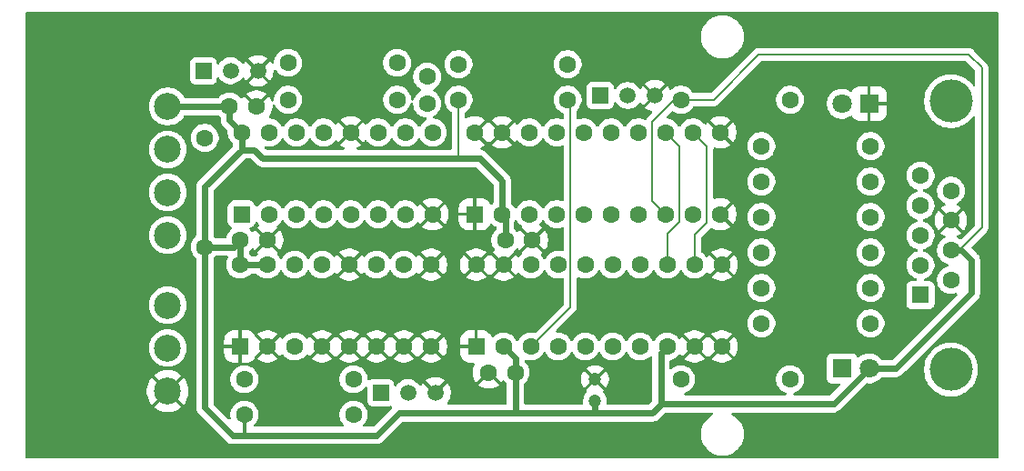
<source format=gbr>
%TF.GenerationSoftware,KiCad,Pcbnew,9.0.3-9.0.3-0~ubuntu24.04.1*%
%TF.CreationDate,2025-12-16T09:39:42+00:00*%
%TF.ProjectId,SuperNinePin,53757065-724e-4696-9e65-50696e2e6b69,rev?*%
%TF.SameCoordinates,Original*%
%TF.FileFunction,Copper,L2,Bot*%
%TF.FilePolarity,Positive*%
%FSLAX46Y46*%
G04 Gerber Fmt 4.6, Leading zero omitted, Abs format (unit mm)*
G04 Created by KiCad (PCBNEW 9.0.3-9.0.3-0~ubuntu24.04.1) date 2025-12-16 09:39:42*
%MOMM*%
%LPD*%
G01*
G04 APERTURE LIST*
G04 Aperture macros list*
%AMRoundRect*
0 Rectangle with rounded corners*
0 $1 Rounding radius*
0 $2 $3 $4 $5 $6 $7 $8 $9 X,Y pos of 4 corners*
0 Add a 4 corners polygon primitive as box body*
4,1,4,$2,$3,$4,$5,$6,$7,$8,$9,$2,$3,0*
0 Add four circle primitives for the rounded corners*
1,1,$1+$1,$2,$3*
1,1,$1+$1,$4,$5*
1,1,$1+$1,$6,$7*
1,1,$1+$1,$8,$9*
0 Add four rect primitives between the rounded corners*
20,1,$1+$1,$2,$3,$4,$5,0*
20,1,$1+$1,$4,$5,$6,$7,0*
20,1,$1+$1,$6,$7,$8,$9,0*
20,1,$1+$1,$8,$9,$2,$3,0*%
G04 Aperture macros list end*
%TA.AperFunction,ComponentPad*%
%ADD10C,1.600000*%
%TD*%
%TA.AperFunction,ComponentPad*%
%ADD11RoundRect,0.250000X0.550000X-0.550000X0.550000X0.550000X-0.550000X0.550000X-0.550000X-0.550000X0*%
%TD*%
%TA.AperFunction,ComponentPad*%
%ADD12C,2.500000*%
%TD*%
%TA.AperFunction,ComponentPad*%
%ADD13R,1.500000X1.500000*%
%TD*%
%TA.AperFunction,ComponentPad*%
%ADD14C,1.500000*%
%TD*%
%TA.AperFunction,ComponentPad*%
%ADD15R,1.800000X1.800000*%
%TD*%
%TA.AperFunction,ComponentPad*%
%ADD16C,1.800000*%
%TD*%
%TA.AperFunction,ComponentPad*%
%ADD17C,4.000000*%
%TD*%
%TA.AperFunction,ComponentPad*%
%ADD18R,1.600000X1.600000*%
%TD*%
%TA.AperFunction,ComponentPad*%
%ADD19C,1.200000*%
%TD*%
%TA.AperFunction,Conductor*%
%ADD20C,0.600000*%
%TD*%
%TA.AperFunction,Conductor*%
%ADD21C,0.200000*%
%TD*%
%TA.AperFunction,Conductor*%
%ADD22C,0.300000*%
%TD*%
G04 APERTURE END LIST*
D10*
%TO.P,C7,1*%
%TO.N,+5V*%
X175748000Y-65659000D03*
%TO.P,C7,2*%
%TO.N,GND*%
X173248000Y-65659000D03*
%TD*%
D11*
%TO.P,U2,1,PGND*%
%TO.N,GND*%
X172085000Y-63246000D03*
D10*
%TO.P,U2,2,VCC*%
%TO.N,+5V*%
X174625000Y-63246000D03*
%TO.P,U2,3,SER_IN*%
%TO.N,Net-(Q2-D)*%
X177165000Y-63246000D03*
%TO.P,U2,4,DRAIN0*%
%TO.N,unconnected-(U2-DRAIN0-Pad4)*%
X179705000Y-63246000D03*
%TO.P,U2,5,DRAIN1*%
%TO.N,unconnected-(U2-DRAIN1-Pad5)*%
X182245000Y-63246000D03*
%TO.P,U2,6,DRAIN2*%
%TO.N,unconnected-(U2-DRAIN2-Pad6)*%
X184785000Y-63246000D03*
%TO.P,U2,7,DRAIN3*%
%TO.N,unconnected-(U2-DRAIN3-Pad7)*%
X187325000Y-63246000D03*
%TO.P,U2,8,~{SRCLR}*%
%TO.N,+5V*%
X189865000Y-63246000D03*
%TO.P,U2,9,~{G}*%
%TO.N,GND*%
X192405000Y-63246000D03*
%TO.P,U2,10,PGND*%
X194945000Y-63246000D03*
%TO.P,U2,11,PGND*%
X194945000Y-55626000D03*
%TO.P,U2,12,RCLK*%
%TO.N,/SNES_Latch*%
X192405000Y-55626000D03*
%TO.P,U2,13,SRCK*%
%TO.N,/SNES_Clock*%
X189865000Y-55626000D03*
%TO.P,U2,14,DRAIN4*%
%TO.N,/SNES_R*%
X187325000Y-55626000D03*
%TO.P,U2,15,DRAIN5*%
%TO.N,/SNES_L*%
X184785000Y-55626000D03*
%TO.P,U2,16,DRAIN6*%
%TO.N,/SNES_X*%
X182245000Y-55626000D03*
%TO.P,U2,17,DRAIN7*%
%TO.N,/SNES_A*%
X179705000Y-55626000D03*
%TO.P,U2,18,SER_OUT*%
%TO.N,Net-(U2-SER_OUT)*%
X177165000Y-55626000D03*
%TO.P,U2,19,LGND*%
%TO.N,GND*%
X174625000Y-55626000D03*
%TO.P,U2,20,PGND*%
X172085000Y-55626000D03*
%TD*%
D11*
%TO.P,U1,1,Q12*%
%TO.N,unconnected-(U1-Q12-Pad1)*%
X150241000Y-50927000D03*
D10*
%TO.P,U1,2,Q13*%
%TO.N,unconnected-(U1-Q13-Pad2)*%
X152781000Y-50927000D03*
%TO.P,U1,3,Q14*%
%TO.N,/Turbo_Fire*%
X155321000Y-50927000D03*
%TO.P,U1,4,Q6*%
%TO.N,unconnected-(U1-Q6-Pad4)*%
X157861000Y-50927000D03*
%TO.P,U1,5,Q5*%
%TO.N,/SNES_Latch*%
X160401000Y-50927000D03*
%TO.P,U1,6,Q7*%
%TO.N,unconnected-(U1-Q7-Pad6)*%
X162941000Y-50927000D03*
%TO.P,U1,7,Q4*%
%TO.N,unconnected-(U1-Q4-Pad7)*%
X165481000Y-50927000D03*
%TO.P,U1,8,VSS*%
%TO.N,GND*%
X168021000Y-50927000D03*
%TO.P,U1,9,C_{SET}*%
%TO.N,Net-(U1-C_{SET})*%
X168021000Y-43307000D03*
%TO.P,U1,10,R_{SET}*%
%TO.N,Net-(Q3-G)*%
X165481000Y-43307000D03*
%TO.P,U1,11,~{CLK}*%
%TO.N,Net-(U1-~{CLK})*%
X162941000Y-43307000D03*
%TO.P,U1,12,RESET*%
%TO.N,GND*%
X160401000Y-43307000D03*
%TO.P,U1,13,Q9*%
%TO.N,unconnected-(U1-Q9-Pad13)*%
X157861000Y-43307000D03*
%TO.P,U1,14,Q8*%
%TO.N,unconnected-(U1-Q8-Pad14)*%
X155321000Y-43307000D03*
%TO.P,U1,15,Q10*%
%TO.N,unconnected-(U1-Q10-Pad15)*%
X152781000Y-43307000D03*
%TO.P,U1,16,VDD*%
%TO.N,+5V*%
X150241000Y-43307000D03*
%TD*%
D12*
%TO.P,J2,1,Pin_1*%
%TO.N,+5V*%
X143357600Y-40895500D03*
%TO.P,J2,2,Pin_2*%
%TO.N,/SNES_Clock*%
X143357600Y-44895500D03*
%TO.P,J2,3,Pin_3*%
%TO.N,/SNES_Latch*%
X143357600Y-48895500D03*
%TO.P,J2,4,Pin_4*%
%TO.N,/SNES_Data*%
X143357600Y-52895500D03*
%TO.P,J2,5,Pin_5*%
%TO.N,unconnected-(J2-Pin_5-Pad5)*%
X143357600Y-59395500D03*
%TO.P,J2,6,Pin_6*%
%TO.N,unconnected-(J2-Pin_6-Pad6)*%
X143357600Y-63395500D03*
%TO.P,J2,7,Pin_7*%
%TO.N,GND*%
X143357600Y-67395500D03*
%TD*%
D10*
%TO.P,C1,1*%
%TO.N,Net-(C1-Pad1)*%
X167513000Y-38120000D03*
%TO.P,C1,2*%
%TO.N,Net-(U1-C_{SET})*%
X167513000Y-40620000D03*
%TD*%
D13*
%TO.P,Q1,1,D*%
%TO.N,/Turbo_Trigger*%
X163195000Y-67543000D03*
D14*
%TO.P,Q1,2,G*%
%TO.N,Net-(Q1-G)*%
X165735000Y-67543000D03*
%TO.P,Q1,3,S*%
%TO.N,GND*%
X168275000Y-67543000D03*
%TD*%
D10*
%TO.P,R5,1*%
%TO.N,Net-(C1-Pad1)*%
X164719000Y-36830000D03*
%TO.P,R5,2*%
%TO.N,Net-(Q3-G)*%
X154559000Y-36830000D03*
%TD*%
%TO.P,R3,1*%
%TO.N,Net-(Q2-D)*%
X180594000Y-40259000D03*
%TO.P,R3,2*%
%TO.N,+5V*%
X170434000Y-40259000D03*
%TD*%
D11*
%TO.P,U3,1,PGND*%
%TO.N,GND*%
X171958000Y-50927000D03*
D10*
%TO.P,U3,2,VCC*%
%TO.N,+5V*%
X174498000Y-50927000D03*
%TO.P,U3,3,SER_IN*%
%TO.N,Net-(U2-SER_OUT)*%
X177038000Y-50927000D03*
%TO.P,U3,4,DRAIN0*%
%TO.N,/SNES_Right*%
X179578000Y-50927000D03*
%TO.P,U3,5,DRAIN1*%
%TO.N,/SNES_Left*%
X182118000Y-50927000D03*
%TO.P,U3,6,DRAIN2*%
%TO.N,/SNES_Down*%
X184658000Y-50927000D03*
%TO.P,U3,7,DRAIN3*%
%TO.N,/SNES_Up*%
X187198000Y-50927000D03*
%TO.P,U3,8,~{SRCLR}*%
%TO.N,+5V*%
X189738000Y-50927000D03*
%TO.P,U3,9,~{G}*%
%TO.N,GND*%
X192278000Y-50927000D03*
%TO.P,U3,10,PGND*%
X194818000Y-50927000D03*
%TO.P,U3,11,PGND*%
X194818000Y-43307000D03*
%TO.P,U3,12,RCLK*%
%TO.N,/SNES_Latch*%
X192278000Y-43307000D03*
%TO.P,U3,13,SRCK*%
%TO.N,/SNES_Clock*%
X189738000Y-43307000D03*
%TO.P,U3,14,DRAIN4*%
%TO.N,/SNES_Start*%
X187198000Y-43307000D03*
%TO.P,U3,15,DRAIN5*%
%TO.N,/SNES_Select*%
X184658000Y-43307000D03*
%TO.P,U3,16,DRAIN6*%
%TO.N,/SNES_Up*%
X182118000Y-43307000D03*
%TO.P,U3,17,DRAIN7*%
%TO.N,/SNES_B*%
X179578000Y-43307000D03*
%TO.P,U3,18,SER_OUT*%
%TO.N,unconnected-(U3-SER_OUT-Pad18)*%
X177038000Y-43307000D03*
%TO.P,U3,19,LGND*%
%TO.N,GND*%
X174498000Y-43307000D03*
%TO.P,U3,20,PGND*%
X171958000Y-43307000D03*
%TD*%
D13*
%TO.P,Q3,1,D*%
%TO.N,/SNES_Clock*%
X146685000Y-37571000D03*
D14*
%TO.P,Q3,2,G*%
%TO.N,Net-(Q3-G)*%
X149225000Y-37571000D03*
%TO.P,Q3,3,S*%
%TO.N,GND*%
X151765000Y-37571000D03*
%TD*%
D10*
%TO.P,R11,1*%
%TO.N,/SNES_Down*%
X198628000Y-54483000D03*
%TO.P,R11,2*%
%TO.N,/DOWN*%
X208788000Y-54483000D03*
%TD*%
%TO.P,R9,1*%
%TO.N,/SNES_Up*%
X198628000Y-61087000D03*
%TO.P,R9,2*%
%TO.N,/UP*%
X208788000Y-61087000D03*
%TD*%
%TO.P,R12,1*%
%TO.N,/SNES_Left*%
X198628000Y-51181000D03*
%TO.P,R12,2*%
%TO.N,/LEFT*%
X208788000Y-51181000D03*
%TD*%
%TO.P,R1,1*%
%TO.N,+5V*%
X150495000Y-66294000D03*
%TO.P,R1,2*%
%TO.N,/SNES_A*%
X160655000Y-66294000D03*
%TD*%
%TO.P,R4,1*%
%TO.N,Net-(Q2-G)*%
X180594000Y-36957000D03*
%TO.P,R4,2*%
%TO.N,/SNES_Data*%
X170434000Y-36957000D03*
%TD*%
%TO.P,R6,1*%
%TO.N,+5V*%
X191135000Y-40259000D03*
%TO.P,R6,2*%
%TO.N,Net-(D2-A)*%
X201295000Y-40259000D03*
%TD*%
%TO.P,R2,1*%
%TO.N,+5V*%
X150495000Y-69596000D03*
%TO.P,R2,2*%
%TO.N,/SNES_X*%
X160655000Y-69596000D03*
%TD*%
%TO.P,R14,1*%
%TO.N,/SNES_B*%
X198628000Y-44577000D03*
%TO.P,R14,2*%
%TO.N,/BUTTON2*%
X208788000Y-44577000D03*
%TD*%
D15*
%TO.P,D2,1,K*%
%TO.N,GND*%
X208661000Y-40640000D03*
D16*
%TO.P,D2,2,A*%
%TO.N,Net-(D2-A)*%
X206121000Y-40640000D03*
%TD*%
D10*
%TO.P,R8,1*%
%TO.N,/SNES_Clock*%
X146812000Y-43815000D03*
%TO.P,R8,2*%
%TO.N,+5V*%
X146812000Y-53975000D03*
%TD*%
%TO.P,C4,1*%
%TO.N,+5V*%
X149118000Y-40894000D03*
%TO.P,C4,2*%
%TO.N,GND*%
X151618000Y-40894000D03*
%TD*%
D13*
%TO.P,Q2,1,D*%
%TO.N,Net-(Q2-D)*%
X183642000Y-39878000D03*
D14*
%TO.P,Q2,2,G*%
%TO.N,Net-(Q2-G)*%
X186182000Y-39878000D03*
%TO.P,Q2,3,S*%
%TO.N,GND*%
X188722000Y-39878000D03*
%TD*%
D10*
%TO.P,R13,1*%
%TO.N,/SNES_Right*%
X198628000Y-47879000D03*
%TO.P,R13,2*%
%TO.N,/RIGHT*%
X208788000Y-47879000D03*
%TD*%
%TO.P,R10,1*%
%TO.N,/Turbo_Trigger*%
X198628000Y-57785000D03*
%TO.P,R10,2*%
%TO.N,/BUTTON1*%
X208788000Y-57785000D03*
%TD*%
D17*
%TO.P,J3,0*%
%TO.N,N/C*%
X216281000Y-65395500D03*
X216281000Y-40395500D03*
D18*
%TO.P,J3,1,1*%
%TO.N,/UP*%
X213441000Y-58435500D03*
D10*
%TO.P,J3,2,2*%
%TO.N,/DOWN*%
X213441000Y-55665500D03*
%TO.P,J3,3,3*%
%TO.N,/LEFT*%
X213441000Y-52895500D03*
%TO.P,J3,4,4*%
%TO.N,/RIGHT*%
X213441000Y-50125500D03*
%TO.P,J3,5,5*%
%TO.N,unconnected-(J3-Pad5)*%
X213441000Y-47355500D03*
%TO.P,J3,6,6*%
%TO.N,/BUTTON1*%
X216281000Y-57050500D03*
%TO.P,J3,7,7*%
%TO.N,+5V*%
X216281000Y-54280500D03*
%TO.P,J3,8,8*%
%TO.N,GND*%
X216281000Y-51510500D03*
%TO.P,J3,9,9*%
%TO.N,/BUTTON2*%
X216281000Y-48740500D03*
%TD*%
D19*
%TO.P,C2,1*%
%TO.N,+5V*%
X183134000Y-68294000D03*
%TO.P,C2,2*%
%TO.N,GND*%
X183134000Y-66294000D03*
%TD*%
D10*
%TO.P,R15,1*%
%TO.N,Net-(D1-K)*%
X201295000Y-66294000D03*
%TO.P,R15,2*%
%TO.N,/Turbo_Trigger*%
X191135000Y-66294000D03*
%TD*%
%TO.P,C6,1*%
%TO.N,+5V*%
X174792000Y-53340000D03*
%TO.P,C6,2*%
%TO.N,GND*%
X177292000Y-53340000D03*
%TD*%
D11*
%TO.P,U9,1,X4*%
%TO.N,GND*%
X150114000Y-63246000D03*
D10*
%TO.P,U9,2,X6*%
X152654000Y-63246000D03*
%TO.P,U9,3,X*%
%TO.N,Net-(Q1-G)*%
X155194000Y-63246000D03*
%TO.P,U9,4,X7*%
%TO.N,GND*%
X157734000Y-63246000D03*
%TO.P,U9,5,X5*%
X160274000Y-63246000D03*
%TO.P,U9,6,Inh*%
X162814000Y-63246000D03*
%TO.P,U9,7,VEE*%
X165354000Y-63246000D03*
%TO.P,U9,8,VSS*%
X167894000Y-63246000D03*
%TO.P,U9,9,C*%
X167894000Y-55626000D03*
%TO.P,U9,10,B*%
%TO.N,/SNES_X*%
X165354000Y-55626000D03*
%TO.P,U9,11,A*%
%TO.N,/SNES_A*%
X162814000Y-55626000D03*
%TO.P,U9,12,X3*%
%TO.N,GND*%
X160274000Y-55626000D03*
%TO.P,U9,13,X0*%
%TO.N,/Turbo_Fire*%
X157734000Y-55626000D03*
%TO.P,U9,14,X1*%
X155194000Y-55626000D03*
%TO.P,U9,15,X2*%
%TO.N,+5V*%
X152654000Y-55626000D03*
%TO.P,U9,16,VDD*%
X150114000Y-55626000D03*
%TD*%
%TO.P,C5,1*%
%TO.N,+5V*%
X150134000Y-53340000D03*
%TO.P,C5,2*%
%TO.N,GND*%
X152634000Y-53340000D03*
%TD*%
D15*
%TO.P,D1,1,K*%
%TO.N,Net-(D1-K)*%
X206121000Y-65278000D03*
D16*
%TO.P,D1,2,A*%
%TO.N,+5V*%
X208661000Y-65278000D03*
%TD*%
D10*
%TO.P,R7,1*%
%TO.N,Net-(C1-Pad1)*%
X164719000Y-40259000D03*
%TO.P,R7,2*%
%TO.N,Net-(U1-~{CLK})*%
X154559000Y-40259000D03*
%TD*%
D20*
%TO.N,+5V*%
X152196800Y-45720000D02*
X170484800Y-45720000D01*
X218186000Y-55219600D02*
X218186000Y-58267600D01*
X205359000Y-68580000D02*
X189331600Y-68580000D01*
X188468000Y-69443600D02*
X189280800Y-68630800D01*
X175748000Y-64369000D02*
X174625000Y-63246000D01*
D21*
X188468000Y-49657000D02*
X189738000Y-50927000D01*
D20*
X174498000Y-47802800D02*
X174498000Y-50927000D01*
X189865000Y-63246000D02*
X189280800Y-63830200D01*
X183286400Y-69443600D02*
X188468000Y-69443600D01*
X208661000Y-65278000D02*
X205359000Y-68580000D01*
X150134000Y-55606000D02*
X150114000Y-55626000D01*
X146812000Y-53975000D02*
X149499000Y-53975000D01*
X150241000Y-44932600D02*
X150241000Y-43307000D01*
X174792000Y-51221000D02*
X174498000Y-50927000D01*
X149499000Y-53975000D02*
X150134000Y-53340000D01*
X149118000Y-40894000D02*
X143408400Y-40894000D01*
D21*
X198374000Y-36068000D02*
X217932000Y-36068000D01*
D20*
X175748000Y-69443600D02*
X175748000Y-65659000D01*
X150134000Y-53340000D02*
X150134000Y-55606000D01*
X177901600Y-69443600D02*
X164896800Y-69443600D01*
X189331600Y-68580000D02*
X189280800Y-68630800D01*
X217246900Y-54280500D02*
X218186000Y-55219600D01*
X150241000Y-44932600D02*
X151409400Y-44932600D01*
X189280800Y-63830200D02*
X189280800Y-68630800D01*
X174792000Y-53340000D02*
X174792000Y-51221000D01*
X170484800Y-45720000D02*
X172415200Y-45720000D01*
X175748000Y-65659000D02*
X175748000Y-64369000D01*
X218186000Y-58267600D02*
X211175600Y-65278000D01*
D21*
X170434000Y-45669200D02*
X170484800Y-45720000D01*
X217932000Y-36068000D02*
X219151200Y-37287200D01*
D20*
X162814000Y-71526400D02*
X149402800Y-71526400D01*
X146812000Y-48361600D02*
X150241000Y-44932600D01*
X146812000Y-68935600D02*
X146812000Y-53975000D01*
D21*
X188468000Y-42316400D02*
X188468000Y-49657000D01*
X194183000Y-40259000D02*
X198374000Y-36068000D01*
D20*
X164896800Y-69443600D02*
X162814000Y-71526400D01*
X149118000Y-40894000D02*
X149118000Y-42184000D01*
D21*
X217042300Y-54280500D02*
X216281000Y-54280500D01*
X190525400Y-40259000D02*
X188468000Y-42316400D01*
D20*
X177901600Y-69443600D02*
X175748000Y-69443600D01*
X183134000Y-69291200D02*
X183134000Y-68294000D01*
X216281000Y-54280500D02*
X217246900Y-54280500D01*
X211175600Y-65278000D02*
X208661000Y-65278000D01*
X149402800Y-71526400D02*
X146812000Y-68935600D01*
X172415200Y-45720000D02*
X174498000Y-47802800D01*
D22*
X150495000Y-71526400D02*
X150495000Y-69596000D01*
D21*
X191135000Y-40259000D02*
X194183000Y-40259000D01*
D20*
X146812000Y-53975000D02*
X146812000Y-48361600D01*
D21*
X170434000Y-40259000D02*
X170434000Y-45669200D01*
D20*
X183286400Y-69443600D02*
X177901600Y-69443600D01*
X143408400Y-40894000D02*
X143357600Y-40944800D01*
X183286400Y-69443600D02*
X183134000Y-69291200D01*
X150114000Y-55626000D02*
X152654000Y-55626000D01*
X149118000Y-42184000D02*
X150241000Y-43307000D01*
D21*
X191135000Y-40259000D02*
X190525400Y-40259000D01*
D20*
X151409400Y-44932600D02*
X152196800Y-45720000D01*
D21*
X219151200Y-37287200D02*
X219151200Y-52171600D01*
X219151200Y-52171600D02*
X217042300Y-54280500D01*
%TO.N,Net-(Q2-D)*%
X180594000Y-40259000D02*
X180848000Y-40513000D01*
X180848000Y-40513000D02*
X180848000Y-59563000D01*
X180848000Y-59563000D02*
X177165000Y-63246000D01*
%TO.N,/SNES_Clock*%
X189865000Y-52755800D02*
X191008000Y-51612800D01*
X191008000Y-44577000D02*
X189738000Y-43307000D01*
X189865000Y-55626000D02*
X189865000Y-52755800D01*
X191008000Y-51612800D02*
X191008000Y-44577000D01*
%TO.N,/SNES_Latch*%
X192405000Y-55626000D02*
X192405000Y-52857400D01*
X193548000Y-44577000D02*
X192278000Y-43307000D01*
X192405000Y-52857400D02*
X193548000Y-51714400D01*
X193548000Y-51714400D02*
X193548000Y-44577000D01*
%TD*%
%TA.AperFunction,Conductor*%
%TO.N,GND*%
G36*
X151093499Y-45752785D02*
G01*
X151114141Y-45769419D01*
X151686507Y-46341786D01*
X151686511Y-46341789D01*
X151817614Y-46429390D01*
X151817618Y-46429392D01*
X151817621Y-46429394D01*
X151963303Y-46489738D01*
X152117953Y-46520499D01*
X152117957Y-46520500D01*
X152117958Y-46520500D01*
X152275643Y-46520500D01*
X170405958Y-46520500D01*
X172032260Y-46520500D01*
X172099299Y-46540185D01*
X172119941Y-46556819D01*
X173661181Y-48098059D01*
X173694666Y-48159382D01*
X173697500Y-48185740D01*
X173697500Y-49837966D01*
X173688761Y-49867727D01*
X173681991Y-49898014D01*
X173678675Y-49902075D01*
X173677815Y-49905005D01*
X173660679Y-49926147D01*
X173654209Y-49932542D01*
X173650781Y-49935034D01*
X173571672Y-50014142D01*
X173571408Y-50014404D01*
X173540882Y-50030846D01*
X173510586Y-50047389D01*
X173510220Y-50047362D01*
X173509895Y-50047538D01*
X173475432Y-50044874D01*
X173440895Y-50042405D01*
X173440598Y-50042183D01*
X173440233Y-50042155D01*
X173412750Y-50021336D01*
X173384961Y-50000533D01*
X173384662Y-50000058D01*
X173384539Y-49999965D01*
X173384449Y-49999720D01*
X173374320Y-49983634D01*
X173305313Y-49851525D01*
X173183215Y-49701784D01*
X173033474Y-49579686D01*
X172862215Y-49490228D01*
X172676461Y-49437079D01*
X172676458Y-49437078D01*
X172563097Y-49427000D01*
X172108000Y-49427000D01*
X172108000Y-50553081D01*
X172010661Y-50527000D01*
X171905339Y-50527000D01*
X171808000Y-50553081D01*
X171808000Y-49427000D01*
X171352907Y-49427000D01*
X171352901Y-49427001D01*
X171239539Y-49437078D01*
X171053784Y-49490228D01*
X170882525Y-49579686D01*
X170732784Y-49701784D01*
X170610686Y-49851525D01*
X170521228Y-50022784D01*
X170468079Y-50208538D01*
X170468078Y-50208541D01*
X170458000Y-50321902D01*
X170458000Y-50777000D01*
X171584082Y-50777000D01*
X171558000Y-50874339D01*
X171558000Y-50979661D01*
X171584082Y-51077000D01*
X170458001Y-51077000D01*
X170458001Y-51532098D01*
X170468078Y-51645460D01*
X170521228Y-51831215D01*
X170610686Y-52002474D01*
X170732784Y-52152215D01*
X170882525Y-52274313D01*
X171053784Y-52363771D01*
X171239538Y-52416920D01*
X171239541Y-52416921D01*
X171352903Y-52426999D01*
X171807999Y-52426999D01*
X171808000Y-52426998D01*
X171808000Y-51300918D01*
X171905339Y-51327000D01*
X172010661Y-51327000D01*
X172108000Y-51300918D01*
X172108000Y-52426999D01*
X172563092Y-52426999D01*
X172563098Y-52426998D01*
X172676460Y-52416921D01*
X172862215Y-52363771D01*
X173033474Y-52274313D01*
X173183215Y-52152215D01*
X173305313Y-52002474D01*
X173374320Y-51870365D01*
X173422806Y-51820058D01*
X173490793Y-51803950D01*
X173556697Y-51827156D01*
X173571910Y-51840095D01*
X173650786Y-51918971D01*
X173816388Y-52039286D01*
X173816390Y-52039287D01*
X173905969Y-52084930D01*
X173923794Y-52094012D01*
X173934858Y-52104461D01*
X173948703Y-52110784D01*
X173959743Y-52127963D01*
X173974591Y-52141986D01*
X173978832Y-52157667D01*
X173986477Y-52169562D01*
X173991500Y-52204497D01*
X173991500Y-52250966D01*
X173971815Y-52318005D01*
X173948046Y-52345244D01*
X173944784Y-52348030D01*
X173800028Y-52492786D01*
X173679715Y-52658386D01*
X173586781Y-52840776D01*
X173523522Y-53035465D01*
X173491500Y-53237648D01*
X173491500Y-53442351D01*
X173523522Y-53644534D01*
X173586781Y-53839223D01*
X173625801Y-53915802D01*
X173672668Y-54007784D01*
X173679715Y-54021613D01*
X173800028Y-54187213D01*
X173803973Y-54191158D01*
X173837458Y-54252481D01*
X173832474Y-54322173D01*
X173790602Y-54378106D01*
X173789177Y-54379157D01*
X173673983Y-54462850D01*
X173673983Y-54462851D01*
X174466665Y-55255533D01*
X174379394Y-55305920D01*
X174304920Y-55380394D01*
X174254534Y-55467665D01*
X173461851Y-54674983D01*
X173461850Y-54674983D01*
X173455317Y-54683976D01*
X173399986Y-54726641D01*
X173330373Y-54732620D01*
X173268578Y-54700014D01*
X173254680Y-54683974D01*
X173248147Y-54674982D01*
X172455465Y-55467664D01*
X172405080Y-55380394D01*
X172330606Y-55305920D01*
X172243334Y-55255534D01*
X173036016Y-54462851D01*
X173036015Y-54462850D01*
X172871175Y-54343087D01*
X172660802Y-54235897D01*
X172436247Y-54162934D01*
X172436248Y-54162934D01*
X172203052Y-54126000D01*
X171966948Y-54126000D01*
X171733752Y-54162934D01*
X171509197Y-54235897D01*
X171298830Y-54343084D01*
X171133983Y-54462851D01*
X171926665Y-55255533D01*
X171839394Y-55305920D01*
X171764920Y-55380394D01*
X171714533Y-55467665D01*
X170921851Y-54674983D01*
X170802084Y-54839830D01*
X170694897Y-55050197D01*
X170621934Y-55274752D01*
X170585000Y-55507947D01*
X170585000Y-55744052D01*
X170621934Y-55977247D01*
X170694897Y-56201802D01*
X170802087Y-56412175D01*
X170921850Y-56577015D01*
X170921851Y-56577016D01*
X171714533Y-55784334D01*
X171764920Y-55871606D01*
X171839394Y-55946080D01*
X171926665Y-55996465D01*
X171133982Y-56789147D01*
X171133983Y-56789148D01*
X171298825Y-56908912D01*
X171509197Y-57016102D01*
X171733752Y-57089065D01*
X171733751Y-57089065D01*
X171966948Y-57126000D01*
X172203052Y-57126000D01*
X172436247Y-57089065D01*
X172660802Y-57016102D01*
X172871171Y-56908914D01*
X173036015Y-56789147D01*
X173036016Y-56789147D01*
X172243334Y-55996466D01*
X172330606Y-55946080D01*
X172405080Y-55871606D01*
X172455466Y-55784334D01*
X173235156Y-56564025D01*
X173297014Y-56531301D01*
X173304199Y-56529836D01*
X173310008Y-56525358D01*
X173337977Y-56522954D01*
X173365477Y-56517352D01*
X173372312Y-56520004D01*
X173379621Y-56519377D01*
X173404447Y-56532476D01*
X173430614Y-56542631D01*
X173434931Y-56548560D01*
X173441417Y-56551982D01*
X173455317Y-56568023D01*
X173461850Y-56577015D01*
X173461851Y-56577015D01*
X174254533Y-55784333D01*
X174304920Y-55871606D01*
X174379394Y-55946080D01*
X174466665Y-55996465D01*
X173673982Y-56789147D01*
X173673983Y-56789148D01*
X173838825Y-56908912D01*
X174049197Y-57016102D01*
X174273752Y-57089065D01*
X174273751Y-57089065D01*
X174506948Y-57126000D01*
X174743052Y-57126000D01*
X174976247Y-57089065D01*
X175200802Y-57016102D01*
X175411171Y-56908914D01*
X175576015Y-56789147D01*
X175576016Y-56789147D01*
X174783334Y-55996466D01*
X174870606Y-55946080D01*
X174945080Y-55871606D01*
X174995466Y-55784334D01*
X175788147Y-56577016D01*
X175788147Y-56577015D01*
X175907919Y-56412164D01*
X175910460Y-56408019D01*
X175911802Y-56408841D01*
X175955003Y-56363081D01*
X176022820Y-56346271D01*
X176088960Y-56368794D01*
X176117855Y-56397273D01*
X176173028Y-56473212D01*
X176173032Y-56473217D01*
X176317786Y-56617971D01*
X176472749Y-56730556D01*
X176483390Y-56738287D01*
X176583208Y-56789147D01*
X176665776Y-56831218D01*
X176665778Y-56831218D01*
X176665781Y-56831220D01*
X176770137Y-56865127D01*
X176860465Y-56894477D01*
X176951616Y-56908914D01*
X177062648Y-56926500D01*
X177062649Y-56926500D01*
X177267351Y-56926500D01*
X177267352Y-56926500D01*
X177469534Y-56894477D01*
X177664219Y-56831220D01*
X177846610Y-56738287D01*
X177957845Y-56657471D01*
X178012213Y-56617971D01*
X178012215Y-56617968D01*
X178012219Y-56617966D01*
X178156966Y-56473219D01*
X178156968Y-56473215D01*
X178156971Y-56473213D01*
X178277284Y-56307614D01*
X178277285Y-56307613D01*
X178277287Y-56307610D01*
X178324516Y-56214917D01*
X178372489Y-56164123D01*
X178440310Y-56147328D01*
X178506445Y-56169865D01*
X178545485Y-56214919D01*
X178592715Y-56307614D01*
X178713028Y-56473213D01*
X178857786Y-56617971D01*
X179012749Y-56730556D01*
X179023390Y-56738287D01*
X179123208Y-56789147D01*
X179205776Y-56831218D01*
X179205778Y-56831218D01*
X179205781Y-56831220D01*
X179310137Y-56865127D01*
X179400465Y-56894477D01*
X179491616Y-56908914D01*
X179602648Y-56926500D01*
X179602649Y-56926500D01*
X179807351Y-56926500D01*
X179807352Y-56926500D01*
X180009534Y-56894477D01*
X180085183Y-56869896D01*
X180155022Y-56867901D01*
X180214855Y-56903981D01*
X180245684Y-56966682D01*
X180247500Y-56987828D01*
X180247500Y-59262902D01*
X180227815Y-59329941D01*
X180211181Y-59350583D01*
X177609842Y-61951921D01*
X177548519Y-61985406D01*
X177483848Y-61982173D01*
X177469534Y-61977522D01*
X177294995Y-61949878D01*
X177267352Y-61945500D01*
X177062648Y-61945500D01*
X177038329Y-61949351D01*
X176860465Y-61977522D01*
X176665776Y-62040781D01*
X176483386Y-62133715D01*
X176317786Y-62254028D01*
X176173028Y-62398786D01*
X176052715Y-62564386D01*
X176005485Y-62657080D01*
X175957510Y-62707876D01*
X175889689Y-62724671D01*
X175823554Y-62702134D01*
X175784515Y-62657080D01*
X175776272Y-62640902D01*
X175737287Y-62564390D01*
X175707485Y-62523371D01*
X175616971Y-62398786D01*
X175472213Y-62254028D01*
X175306613Y-62133715D01*
X175306612Y-62133714D01*
X175306610Y-62133713D01*
X175249653Y-62104691D01*
X175124223Y-62040781D01*
X174929534Y-61977522D01*
X174754995Y-61949878D01*
X174727352Y-61945500D01*
X174522648Y-61945500D01*
X174498329Y-61949351D01*
X174320465Y-61977522D01*
X174125776Y-62040781D01*
X173943386Y-62133715D01*
X173777788Y-62254027D01*
X173698910Y-62332905D01*
X173637586Y-62366389D01*
X173567895Y-62361405D01*
X173511961Y-62319533D01*
X173501320Y-62302634D01*
X173432313Y-62170525D01*
X173310215Y-62020784D01*
X173160474Y-61898686D01*
X172989215Y-61809228D01*
X172803461Y-61756079D01*
X172803458Y-61756078D01*
X172690097Y-61746000D01*
X172235000Y-61746000D01*
X172235000Y-62872081D01*
X172137661Y-62846000D01*
X172032339Y-62846000D01*
X171935000Y-62872081D01*
X171935000Y-61746000D01*
X171479907Y-61746000D01*
X171479901Y-61746001D01*
X171366539Y-61756078D01*
X171180784Y-61809228D01*
X171009525Y-61898686D01*
X170859784Y-62020784D01*
X170737686Y-62170525D01*
X170648228Y-62341784D01*
X170595079Y-62527538D01*
X170595078Y-62527541D01*
X170585000Y-62640902D01*
X170585000Y-63096000D01*
X171711082Y-63096000D01*
X171685000Y-63193339D01*
X171685000Y-63298661D01*
X171711082Y-63396000D01*
X170585001Y-63396000D01*
X170585001Y-63851098D01*
X170595078Y-63964460D01*
X170648228Y-64150215D01*
X170737686Y-64321474D01*
X170859784Y-64471215D01*
X171009525Y-64593313D01*
X171180784Y-64682771D01*
X171366538Y-64735920D01*
X171366541Y-64735921D01*
X171479903Y-64745999D01*
X171827358Y-64745999D01*
X171894397Y-64765683D01*
X171940152Y-64818487D01*
X171950096Y-64887646D01*
X171937843Y-64926294D01*
X171857897Y-65083197D01*
X171784934Y-65307752D01*
X171748000Y-65540947D01*
X171748000Y-65777052D01*
X171784934Y-66010247D01*
X171857897Y-66234802D01*
X171965087Y-66445175D01*
X172084850Y-66610015D01*
X172084850Y-66610016D01*
X172877533Y-65817332D01*
X172927920Y-65904606D01*
X173002394Y-65979080D01*
X173089663Y-66029465D01*
X172296982Y-66822147D01*
X172296983Y-66822148D01*
X172461825Y-66941912D01*
X172672197Y-67049102D01*
X172896752Y-67122065D01*
X172896751Y-67122065D01*
X173129948Y-67159000D01*
X173366052Y-67159000D01*
X173599247Y-67122065D01*
X173823802Y-67049102D01*
X174034171Y-66941914D01*
X174199015Y-66822147D01*
X174199016Y-66822147D01*
X173406334Y-66029465D01*
X173493606Y-65979080D01*
X173568080Y-65904606D01*
X173618465Y-65817334D01*
X174411147Y-66610016D01*
X174411148Y-66610015D01*
X174520979Y-66458846D01*
X174576309Y-66416180D01*
X174645922Y-66410201D01*
X174707717Y-66442806D01*
X174721614Y-66458844D01*
X174735681Y-66478205D01*
X174756034Y-66506219D01*
X174900779Y-66650964D01*
X174904038Y-66653748D01*
X174942227Y-66712258D01*
X174947500Y-66748033D01*
X174947500Y-68519100D01*
X174927815Y-68586139D01*
X174875011Y-68631894D01*
X174823500Y-68643100D01*
X169511393Y-68643100D01*
X169444354Y-68623415D01*
X169398599Y-68570611D01*
X169388655Y-68501453D01*
X169411075Y-68446215D01*
X169515148Y-68302969D01*
X169618769Y-68099604D01*
X169689295Y-67882544D01*
X169725000Y-67657116D01*
X169725000Y-67428883D01*
X169689295Y-67203455D01*
X169618769Y-66986395D01*
X169515148Y-66783030D01*
X169402353Y-66627779D01*
X169402351Y-66627778D01*
X168645465Y-67384664D01*
X168595080Y-67297394D01*
X168520606Y-67222920D01*
X168433334Y-67172533D01*
X169190220Y-66415647D01*
X169190219Y-66415646D01*
X169034969Y-66302851D01*
X168831604Y-66199230D01*
X168614544Y-66128704D01*
X168389116Y-66093000D01*
X168160884Y-66093000D01*
X167935455Y-66128704D01*
X167718395Y-66199230D01*
X167515037Y-66302847D01*
X167359779Y-66415647D01*
X168116665Y-67172533D01*
X168029394Y-67222920D01*
X167954920Y-67297394D01*
X167904533Y-67384665D01*
X167147647Y-66627779D01*
X167034845Y-66783040D01*
X167000454Y-66850536D01*
X166952480Y-66901331D01*
X166884659Y-66918126D01*
X166818524Y-66895588D01*
X166789652Y-66867126D01*
X166688828Y-66728354D01*
X166549646Y-66589172D01*
X166390405Y-66473476D01*
X166334861Y-66445175D01*
X166215029Y-66384117D01*
X166027826Y-66323290D01*
X165833422Y-66292500D01*
X165833417Y-66292500D01*
X165636583Y-66292500D01*
X165636578Y-66292500D01*
X165442173Y-66323290D01*
X165254970Y-66384117D01*
X165079594Y-66473476D01*
X165000155Y-66531193D01*
X164920354Y-66589172D01*
X164920352Y-66589174D01*
X164920351Y-66589174D01*
X164781173Y-66728352D01*
X164669817Y-66881620D01*
X164614486Y-66924285D01*
X164544873Y-66930264D01*
X164483078Y-66897658D01*
X164448721Y-66836819D01*
X164445499Y-66808734D01*
X164445499Y-66745129D01*
X164445498Y-66745123D01*
X164443695Y-66728352D01*
X164439091Y-66685517D01*
X164438864Y-66684909D01*
X164388797Y-66550671D01*
X164388793Y-66550664D01*
X164302547Y-66435455D01*
X164302544Y-66435452D01*
X164187335Y-66349206D01*
X164187328Y-66349202D01*
X164052482Y-66298908D01*
X164052483Y-66298908D01*
X163992883Y-66292501D01*
X163992881Y-66292500D01*
X163992873Y-66292500D01*
X163992864Y-66292500D01*
X162397129Y-66292500D01*
X162397123Y-66292501D01*
X162337516Y-66298908D01*
X162202671Y-66349202D01*
X162202668Y-66349204D01*
X162153811Y-66385779D01*
X162088347Y-66410196D01*
X162020074Y-66395344D01*
X161970668Y-66345939D01*
X161955500Y-66286512D01*
X161955500Y-66191648D01*
X161923477Y-65989465D01*
X161866792Y-65815009D01*
X161860220Y-65794781D01*
X161860218Y-65794778D01*
X161860218Y-65794776D01*
X161817868Y-65711661D01*
X161767287Y-65612390D01*
X161759556Y-65601749D01*
X161646971Y-65446786D01*
X161502213Y-65302028D01*
X161336613Y-65181715D01*
X161336612Y-65181714D01*
X161336610Y-65181713D01*
X161279653Y-65152691D01*
X161154223Y-65088781D01*
X160959534Y-65025522D01*
X160784995Y-64997878D01*
X160757352Y-64993500D01*
X160552648Y-64993500D01*
X160528329Y-64997351D01*
X160350465Y-65025522D01*
X160155776Y-65088781D01*
X159973386Y-65181715D01*
X159807786Y-65302028D01*
X159663028Y-65446786D01*
X159542715Y-65612386D01*
X159449781Y-65794776D01*
X159386522Y-65989465D01*
X159361334Y-66148499D01*
X159354500Y-66191648D01*
X159354500Y-66396352D01*
X159358298Y-66420331D01*
X159386522Y-66598534D01*
X159449781Y-66793223D01*
X159495883Y-66883702D01*
X159542585Y-66975359D01*
X159542715Y-66975613D01*
X159663028Y-67141213D01*
X159807786Y-67285971D01*
X159935269Y-67378591D01*
X159973390Y-67406287D01*
X160068182Y-67454586D01*
X160155776Y-67499218D01*
X160155778Y-67499218D01*
X160155781Y-67499220D01*
X160229901Y-67523303D01*
X160350465Y-67562477D01*
X160416715Y-67572970D01*
X160552648Y-67594500D01*
X160552649Y-67594500D01*
X160757351Y-67594500D01*
X160757352Y-67594500D01*
X160959534Y-67562477D01*
X161154219Y-67499220D01*
X161336610Y-67406287D01*
X161447044Y-67326053D01*
X161502213Y-67285971D01*
X161502215Y-67285968D01*
X161502219Y-67285966D01*
X161646966Y-67141219D01*
X161720181Y-67040445D01*
X161775511Y-66997779D01*
X161845124Y-66991800D01*
X161906919Y-67024405D01*
X161941277Y-67085243D01*
X161944500Y-67113330D01*
X161944500Y-68340870D01*
X161944501Y-68340876D01*
X161950908Y-68400483D01*
X162001202Y-68535328D01*
X162001206Y-68535335D01*
X162087452Y-68650544D01*
X162087455Y-68650547D01*
X162202664Y-68736793D01*
X162202671Y-68736797D01*
X162337517Y-68787091D01*
X162337516Y-68787091D01*
X162344444Y-68787835D01*
X162397127Y-68793500D01*
X163992872Y-68793499D01*
X164052483Y-68787091D01*
X164106500Y-68766943D01*
X164176190Y-68761960D01*
X164237513Y-68795444D01*
X164270998Y-68856767D01*
X164266014Y-68926459D01*
X164237513Y-68970807D01*
X162518741Y-70689581D01*
X162457418Y-70723066D01*
X162431060Y-70725900D01*
X161663647Y-70725900D01*
X161596608Y-70706215D01*
X161550853Y-70653411D01*
X161540909Y-70584253D01*
X161569934Y-70520697D01*
X161575966Y-70514219D01*
X161581386Y-70508799D01*
X161646966Y-70443219D01*
X161646968Y-70443215D01*
X161646971Y-70443213D01*
X161699732Y-70370590D01*
X161767287Y-70277610D01*
X161860220Y-70095219D01*
X161923477Y-69900534D01*
X161955500Y-69698352D01*
X161955500Y-69493648D01*
X161940697Y-69400185D01*
X161923477Y-69291465D01*
X161860218Y-69096776D01*
X161818266Y-69014442D01*
X161767287Y-68914390D01*
X161725422Y-68856767D01*
X161646971Y-68748786D01*
X161502213Y-68604028D01*
X161336613Y-68483715D01*
X161336612Y-68483714D01*
X161336610Y-68483713D01*
X161263016Y-68446215D01*
X161154223Y-68390781D01*
X160959534Y-68327522D01*
X160780851Y-68299222D01*
X160757352Y-68295500D01*
X160552648Y-68295500D01*
X160529149Y-68299222D01*
X160350465Y-68327522D01*
X160155776Y-68390781D01*
X159973386Y-68483715D01*
X159807786Y-68604028D01*
X159663028Y-68748786D01*
X159542715Y-68914386D01*
X159449781Y-69096776D01*
X159386522Y-69291465D01*
X159354500Y-69493648D01*
X159354500Y-69698351D01*
X159386522Y-69900534D01*
X159449781Y-70095223D01*
X159542715Y-70277613D01*
X159663028Y-70443213D01*
X159734034Y-70514219D01*
X159767519Y-70575542D01*
X159762535Y-70645234D01*
X159720663Y-70701167D01*
X159655199Y-70725584D01*
X159646353Y-70725900D01*
X151503647Y-70725900D01*
X151436608Y-70706215D01*
X151390853Y-70653411D01*
X151380909Y-70584253D01*
X151409934Y-70520697D01*
X151415966Y-70514219D01*
X151421386Y-70508799D01*
X151486966Y-70443219D01*
X151486968Y-70443215D01*
X151486971Y-70443213D01*
X151539732Y-70370590D01*
X151607287Y-70277610D01*
X151700220Y-70095219D01*
X151763477Y-69900534D01*
X151795500Y-69698352D01*
X151795500Y-69493648D01*
X151780697Y-69400185D01*
X151763477Y-69291465D01*
X151700218Y-69096776D01*
X151658266Y-69014442D01*
X151607287Y-68914390D01*
X151565422Y-68856767D01*
X151486971Y-68748786D01*
X151342213Y-68604028D01*
X151176613Y-68483715D01*
X151176612Y-68483714D01*
X151176610Y-68483713D01*
X151103016Y-68446215D01*
X150994223Y-68390781D01*
X150799534Y-68327522D01*
X150620851Y-68299222D01*
X150597352Y-68295500D01*
X150392648Y-68295500D01*
X150369149Y-68299222D01*
X150190465Y-68327522D01*
X149995776Y-68390781D01*
X149813386Y-68483715D01*
X149647786Y-68604028D01*
X149503028Y-68748786D01*
X149382715Y-68914386D01*
X149289781Y-69096776D01*
X149226522Y-69291465D01*
X149194500Y-69493648D01*
X149194500Y-69698351D01*
X149226575Y-69900864D01*
X149217620Y-69970158D01*
X149172624Y-70023609D01*
X149105873Y-70044249D01*
X149038559Y-70025524D01*
X149016421Y-70007943D01*
X147648819Y-68640341D01*
X147615334Y-68579018D01*
X147612500Y-68552660D01*
X147612500Y-66191648D01*
X149194500Y-66191648D01*
X149194500Y-66396352D01*
X149198298Y-66420331D01*
X149226522Y-66598534D01*
X149289781Y-66793223D01*
X149335883Y-66883702D01*
X149382585Y-66975359D01*
X149382715Y-66975613D01*
X149503028Y-67141213D01*
X149647786Y-67285971D01*
X149775269Y-67378591D01*
X149813390Y-67406287D01*
X149908182Y-67454586D01*
X149995776Y-67499218D01*
X149995778Y-67499218D01*
X149995781Y-67499220D01*
X150069901Y-67523303D01*
X150190465Y-67562477D01*
X150256715Y-67572970D01*
X150392648Y-67594500D01*
X150392649Y-67594500D01*
X150597351Y-67594500D01*
X150597352Y-67594500D01*
X150799534Y-67562477D01*
X150994219Y-67499220D01*
X151176610Y-67406287D01*
X151287044Y-67326053D01*
X151342213Y-67285971D01*
X151342215Y-67285968D01*
X151342219Y-67285966D01*
X151486966Y-67141219D01*
X151486968Y-67141215D01*
X151486971Y-67141213D01*
X151543813Y-67062975D01*
X151607287Y-66975610D01*
X151700220Y-66793219D01*
X151763477Y-66598534D01*
X151795500Y-66396352D01*
X151795500Y-66191648D01*
X151785675Y-66129615D01*
X151763477Y-65989465D01*
X151706792Y-65815009D01*
X151700220Y-65794781D01*
X151700218Y-65794778D01*
X151700218Y-65794776D01*
X151657868Y-65711661D01*
X151607287Y-65612390D01*
X151599556Y-65601749D01*
X151486971Y-65446786D01*
X151342213Y-65302028D01*
X151176613Y-65181715D01*
X151176612Y-65181714D01*
X151176610Y-65181713D01*
X151119653Y-65152691D01*
X150994223Y-65088781D01*
X150799534Y-65025522D01*
X150615408Y-64996359D01*
X150597352Y-64993500D01*
X150392648Y-64993500D01*
X150376496Y-64996058D01*
X150190465Y-65025522D01*
X149995776Y-65088781D01*
X149813386Y-65181715D01*
X149647786Y-65302028D01*
X149503028Y-65446786D01*
X149382715Y-65612386D01*
X149289781Y-65794776D01*
X149226522Y-65989465D01*
X149201334Y-66148499D01*
X149194500Y-66191648D01*
X147612500Y-66191648D01*
X147612500Y-62640902D01*
X148614000Y-62640902D01*
X148614000Y-63096000D01*
X149740082Y-63096000D01*
X149714000Y-63193339D01*
X149714000Y-63298661D01*
X149740082Y-63396000D01*
X148614001Y-63396000D01*
X148614001Y-63851098D01*
X148624078Y-63964460D01*
X148677228Y-64150215D01*
X148766686Y-64321474D01*
X148888784Y-64471215D01*
X149038525Y-64593313D01*
X149209784Y-64682771D01*
X149395538Y-64735920D01*
X149395541Y-64735921D01*
X149508903Y-64745999D01*
X149963999Y-64745999D01*
X149964000Y-64745998D01*
X149964000Y-63619918D01*
X150061339Y-63646000D01*
X150166661Y-63646000D01*
X150264000Y-63619918D01*
X150264000Y-64745999D01*
X150719092Y-64745999D01*
X150719098Y-64745998D01*
X150832460Y-64735921D01*
X151018215Y-64682771D01*
X151189475Y-64593312D01*
X151189479Y-64593310D01*
X151339213Y-64471219D01*
X151339214Y-64471217D01*
X151444690Y-64341860D01*
X151442717Y-64302953D01*
X151458980Y-64235002D01*
X151478877Y-64208990D01*
X152283533Y-63404332D01*
X152333920Y-63491606D01*
X152408394Y-63566080D01*
X152495665Y-63616465D01*
X151702982Y-64409147D01*
X151702983Y-64409148D01*
X151867825Y-64528912D01*
X152078197Y-64636102D01*
X152302752Y-64709065D01*
X152302751Y-64709065D01*
X152535948Y-64746000D01*
X152772052Y-64746000D01*
X153005247Y-64709065D01*
X153229802Y-64636102D01*
X153440171Y-64528914D01*
X153605015Y-64409147D01*
X153605016Y-64409147D01*
X152812334Y-63616466D01*
X152899606Y-63566080D01*
X152974080Y-63491606D01*
X153024465Y-63404334D01*
X153817147Y-64197016D01*
X153817147Y-64197015D01*
X153936919Y-64032164D01*
X153939460Y-64028019D01*
X153940802Y-64028841D01*
X153984003Y-63983081D01*
X154051820Y-63966271D01*
X154117960Y-63988794D01*
X154146855Y-64017273D01*
X154202028Y-64093212D01*
X154202032Y-64093217D01*
X154346786Y-64237971D01*
X154489780Y-64341860D01*
X154512390Y-64358287D01*
X154577500Y-64391462D01*
X154694776Y-64451218D01*
X154694778Y-64451218D01*
X154694781Y-64451220D01*
X154775663Y-64477500D01*
X154889465Y-64514477D01*
X154980616Y-64528914D01*
X155091648Y-64546500D01*
X155091649Y-64546500D01*
X155296351Y-64546500D01*
X155296352Y-64546500D01*
X155498534Y-64514477D01*
X155693219Y-64451220D01*
X155875610Y-64358287D01*
X155935426Y-64314827D01*
X156008732Y-64261570D01*
X156041212Y-64237971D01*
X156041210Y-64237971D01*
X156041219Y-64237966D01*
X156185966Y-64093219D01*
X156241144Y-64017272D01*
X156296472Y-63974607D01*
X156366085Y-63968626D01*
X156427881Y-64001231D01*
X156447917Y-64028400D01*
X156448540Y-64028019D01*
X156451084Y-64032170D01*
X156570850Y-64197015D01*
X156570851Y-64197016D01*
X157363533Y-63404334D01*
X157413920Y-63491606D01*
X157488394Y-63566080D01*
X157575665Y-63616465D01*
X156782982Y-64409147D01*
X156782983Y-64409148D01*
X156947825Y-64528912D01*
X157158197Y-64636102D01*
X157382752Y-64709065D01*
X157382751Y-64709065D01*
X157615948Y-64746000D01*
X157852052Y-64746000D01*
X158085247Y-64709065D01*
X158309802Y-64636102D01*
X158520171Y-64528914D01*
X158685015Y-64409147D01*
X158685016Y-64409147D01*
X157892334Y-63616466D01*
X157979606Y-63566080D01*
X158054080Y-63491606D01*
X158104466Y-63404334D01*
X158884156Y-64184025D01*
X158946014Y-64151301D01*
X158953199Y-64149836D01*
X158959008Y-64145358D01*
X158986977Y-64142954D01*
X159014477Y-64137352D01*
X159021312Y-64140004D01*
X159028621Y-64139377D01*
X159053447Y-64152476D01*
X159079614Y-64162631D01*
X159083931Y-64168560D01*
X159090417Y-64171982D01*
X159104317Y-64188023D01*
X159110850Y-64197015D01*
X159110851Y-64197015D01*
X159903533Y-63404333D01*
X159953920Y-63491606D01*
X160028394Y-63566080D01*
X160115665Y-63616465D01*
X159322982Y-64409147D01*
X159322983Y-64409148D01*
X159487825Y-64528912D01*
X159698197Y-64636102D01*
X159922752Y-64709065D01*
X159922751Y-64709065D01*
X160155948Y-64746000D01*
X160392052Y-64746000D01*
X160625247Y-64709065D01*
X160849802Y-64636102D01*
X161060171Y-64528914D01*
X161225015Y-64409147D01*
X161225016Y-64409147D01*
X160432334Y-63616466D01*
X160519606Y-63566080D01*
X160594080Y-63491606D01*
X160644465Y-63404334D01*
X161424156Y-64184025D01*
X161486014Y-64151301D01*
X161493199Y-64149836D01*
X161499008Y-64145358D01*
X161526977Y-64142954D01*
X161554477Y-64137352D01*
X161561312Y-64140004D01*
X161568621Y-64139377D01*
X161593447Y-64152476D01*
X161619614Y-64162631D01*
X161623931Y-64168560D01*
X161630417Y-64171982D01*
X161644317Y-64188023D01*
X161650850Y-64197015D01*
X161650851Y-64197015D01*
X162443533Y-63404333D01*
X162493920Y-63491606D01*
X162568394Y-63566080D01*
X162655665Y-63616465D01*
X161862982Y-64409147D01*
X161862983Y-64409148D01*
X162027825Y-64528912D01*
X162238197Y-64636102D01*
X162462752Y-64709065D01*
X162462751Y-64709065D01*
X162695948Y-64746000D01*
X162932052Y-64746000D01*
X163165247Y-64709065D01*
X163389802Y-64636102D01*
X163600171Y-64528914D01*
X163765015Y-64409147D01*
X163765016Y-64409147D01*
X162972334Y-63616466D01*
X163059606Y-63566080D01*
X163134080Y-63491606D01*
X163184465Y-63404334D01*
X163964156Y-64184025D01*
X164026014Y-64151301D01*
X164033199Y-64149836D01*
X164039008Y-64145358D01*
X164066977Y-64142954D01*
X164094477Y-64137352D01*
X164101312Y-64140004D01*
X164108621Y-64139377D01*
X164133447Y-64152476D01*
X164159614Y-64162631D01*
X164163931Y-64168560D01*
X164170417Y-64171982D01*
X164184317Y-64188023D01*
X164190850Y-64197015D01*
X164190851Y-64197015D01*
X164983533Y-63404333D01*
X165033920Y-63491606D01*
X165108394Y-63566080D01*
X165195665Y-63616465D01*
X164402982Y-64409147D01*
X164402983Y-64409148D01*
X164567825Y-64528912D01*
X164778197Y-64636102D01*
X165002752Y-64709065D01*
X165002751Y-64709065D01*
X165235948Y-64746000D01*
X165472052Y-64746000D01*
X165705247Y-64709065D01*
X165929802Y-64636102D01*
X166140171Y-64528914D01*
X166305015Y-64409147D01*
X166305016Y-64409147D01*
X165512334Y-63616466D01*
X165599606Y-63566080D01*
X165674080Y-63491606D01*
X165724466Y-63404334D01*
X166504156Y-64184025D01*
X166566014Y-64151301D01*
X166573199Y-64149836D01*
X166579008Y-64145358D01*
X166606977Y-64142954D01*
X166634477Y-64137352D01*
X166641312Y-64140004D01*
X166648621Y-64139377D01*
X166673447Y-64152476D01*
X166699614Y-64162631D01*
X166703931Y-64168560D01*
X166710417Y-64171982D01*
X166724317Y-64188023D01*
X166730850Y-64197015D01*
X166730851Y-64197015D01*
X167523533Y-63404333D01*
X167573920Y-63491606D01*
X167648394Y-63566080D01*
X167735665Y-63616465D01*
X166942982Y-64409147D01*
X166942983Y-64409148D01*
X167107825Y-64528912D01*
X167318197Y-64636102D01*
X167542752Y-64709065D01*
X167542751Y-64709065D01*
X167775948Y-64746000D01*
X168012052Y-64746000D01*
X168245247Y-64709065D01*
X168469802Y-64636102D01*
X168680171Y-64528914D01*
X168845015Y-64409147D01*
X168845016Y-64409147D01*
X168052334Y-63616466D01*
X168139606Y-63566080D01*
X168214080Y-63491606D01*
X168264466Y-63404334D01*
X169057147Y-64197016D01*
X169057147Y-64197015D01*
X169176914Y-64032171D01*
X169284102Y-63821802D01*
X169357065Y-63597247D01*
X169394000Y-63364052D01*
X169394000Y-63127947D01*
X169357065Y-62894752D01*
X169284102Y-62670197D01*
X169176912Y-62459825D01*
X169057148Y-62294983D01*
X169057147Y-62294982D01*
X168264465Y-63087664D01*
X168214080Y-63000394D01*
X168139606Y-62925920D01*
X168052334Y-62875534D01*
X168845016Y-62082851D01*
X168845015Y-62082850D01*
X168680175Y-61963087D01*
X168469802Y-61855897D01*
X168245247Y-61782934D01*
X168245248Y-61782934D01*
X168012052Y-61746000D01*
X167775948Y-61746000D01*
X167542752Y-61782934D01*
X167318197Y-61855897D01*
X167107830Y-61963084D01*
X166942983Y-62082851D01*
X167735665Y-62875533D01*
X167648394Y-62925920D01*
X167573920Y-63000394D01*
X167523534Y-63087665D01*
X166730851Y-62294983D01*
X166730850Y-62294983D01*
X166724317Y-62303976D01*
X166668986Y-62346641D01*
X166599373Y-62352620D01*
X166566014Y-62340697D01*
X166504156Y-62307973D01*
X165724465Y-63087664D01*
X165674080Y-63000394D01*
X165599606Y-62925920D01*
X165512334Y-62875534D01*
X166305016Y-62082851D01*
X166305015Y-62082850D01*
X166140175Y-61963087D01*
X165929802Y-61855897D01*
X165705247Y-61782934D01*
X165705248Y-61782934D01*
X165472052Y-61746000D01*
X165235948Y-61746000D01*
X165002752Y-61782934D01*
X164778197Y-61855897D01*
X164567830Y-61963084D01*
X164402983Y-62082851D01*
X165195665Y-62875533D01*
X165108394Y-62925920D01*
X165033920Y-63000394D01*
X164983533Y-63087665D01*
X164190851Y-62294983D01*
X164190850Y-62294983D01*
X164184317Y-62303976D01*
X164128986Y-62346641D01*
X164059373Y-62352620D01*
X164026014Y-62340697D01*
X163964156Y-62307973D01*
X163184465Y-63087664D01*
X163134080Y-63000394D01*
X163059606Y-62925920D01*
X162972334Y-62875534D01*
X163765016Y-62082851D01*
X163765015Y-62082850D01*
X163600175Y-61963087D01*
X163389802Y-61855897D01*
X163165247Y-61782934D01*
X163165248Y-61782934D01*
X162932052Y-61746000D01*
X162695948Y-61746000D01*
X162462752Y-61782934D01*
X162238197Y-61855897D01*
X162027830Y-61963084D01*
X161862983Y-62082851D01*
X162655665Y-62875533D01*
X162568394Y-62925920D01*
X162493920Y-63000394D01*
X162443533Y-63087665D01*
X161650851Y-62294983D01*
X161650850Y-62294983D01*
X161644317Y-62303976D01*
X161588986Y-62346641D01*
X161519373Y-62352620D01*
X161486014Y-62340697D01*
X161424156Y-62307973D01*
X160644465Y-63087664D01*
X160594080Y-63000394D01*
X160519606Y-62925920D01*
X160432334Y-62875534D01*
X161225016Y-62082851D01*
X161225015Y-62082850D01*
X161060175Y-61963087D01*
X160849802Y-61855897D01*
X160625247Y-61782934D01*
X160625248Y-61782934D01*
X160392052Y-61746000D01*
X160155948Y-61746000D01*
X159922752Y-61782934D01*
X159698197Y-61855897D01*
X159487830Y-61963084D01*
X159322983Y-62082851D01*
X160115665Y-62875533D01*
X160028394Y-62925920D01*
X159953920Y-63000394D01*
X159903533Y-63087665D01*
X159110851Y-62294983D01*
X159110850Y-62294983D01*
X159104317Y-62303976D01*
X159048986Y-62346641D01*
X158979373Y-62352620D01*
X158946014Y-62340697D01*
X158884156Y-62307973D01*
X158104465Y-63087664D01*
X158054080Y-63000394D01*
X157979606Y-62925920D01*
X157892334Y-62875534D01*
X158685016Y-62082851D01*
X158685015Y-62082850D01*
X158520175Y-61963087D01*
X158309802Y-61855897D01*
X158085247Y-61782934D01*
X158085248Y-61782934D01*
X157852052Y-61746000D01*
X157615948Y-61746000D01*
X157382752Y-61782934D01*
X157158197Y-61855897D01*
X156947830Y-61963084D01*
X156782983Y-62082851D01*
X157575665Y-62875533D01*
X157488394Y-62925920D01*
X157413920Y-63000394D01*
X157363533Y-63087665D01*
X156570851Y-62294983D01*
X156451081Y-62459835D01*
X156448537Y-62463987D01*
X156447199Y-62463167D01*
X156403964Y-62508938D01*
X156336142Y-62525728D01*
X156270008Y-62503185D01*
X156241144Y-62474728D01*
X156185966Y-62398781D01*
X156041219Y-62254034D01*
X156008728Y-62230428D01*
X156008727Y-62230426D01*
X155875613Y-62133715D01*
X155875612Y-62133714D01*
X155875610Y-62133713D01*
X155818653Y-62104691D01*
X155693223Y-62040781D01*
X155498534Y-61977522D01*
X155323995Y-61949878D01*
X155296352Y-61945500D01*
X155091648Y-61945500D01*
X155067329Y-61949351D01*
X154889465Y-61977522D01*
X154694776Y-62040781D01*
X154512386Y-62133715D01*
X154346786Y-62254028D01*
X154202032Y-62398782D01*
X154146855Y-62474727D01*
X154091524Y-62517392D01*
X154021911Y-62523371D01*
X153960116Y-62490765D01*
X153940082Y-62463599D01*
X153939460Y-62463981D01*
X153936915Y-62459829D01*
X153817148Y-62294983D01*
X153817147Y-62294982D01*
X153024465Y-63087664D01*
X152974080Y-63000394D01*
X152899606Y-62925920D01*
X152812334Y-62875534D01*
X153605016Y-62082851D01*
X153605015Y-62082850D01*
X153440175Y-61963087D01*
X153229802Y-61855897D01*
X153005247Y-61782934D01*
X153005248Y-61782934D01*
X152772052Y-61746000D01*
X152535948Y-61746000D01*
X152302752Y-61782934D01*
X152078197Y-61855897D01*
X151867830Y-61963084D01*
X151702983Y-62082851D01*
X152495665Y-62875533D01*
X152408394Y-62925920D01*
X152333920Y-63000394D01*
X152283533Y-63087665D01*
X151478877Y-62283009D01*
X151462733Y-62253444D01*
X151445964Y-62224191D01*
X151445801Y-62222436D01*
X151445392Y-62221686D01*
X151442717Y-62189047D01*
X151444690Y-62150139D01*
X151339211Y-62020779D01*
X151189479Y-61898689D01*
X151189475Y-61898687D01*
X151018215Y-61809228D01*
X150832461Y-61756079D01*
X150832458Y-61756078D01*
X150719097Y-61746000D01*
X150264000Y-61746000D01*
X150264000Y-62872081D01*
X150166661Y-62846000D01*
X150061339Y-62846000D01*
X149964000Y-62872081D01*
X149964000Y-61746000D01*
X149508907Y-61746000D01*
X149508901Y-61746001D01*
X149395539Y-61756078D01*
X149209784Y-61809228D01*
X149038525Y-61898686D01*
X148888784Y-62020784D01*
X148766686Y-62170525D01*
X148677228Y-62341784D01*
X148624079Y-62527538D01*
X148624078Y-62527541D01*
X148614000Y-62640902D01*
X147612500Y-62640902D01*
X147612500Y-55064033D01*
X147621144Y-55034592D01*
X147627668Y-55004606D01*
X147631243Y-55000201D01*
X147632185Y-54996994D01*
X147648819Y-54976352D01*
X147655511Y-54969659D01*
X147659219Y-54966966D01*
X147803966Y-54822219D01*
X147806659Y-54818511D01*
X147813352Y-54811819D01*
X147839912Y-54797315D01*
X147865258Y-54780773D01*
X147872038Y-54779773D01*
X147874675Y-54778334D01*
X147879476Y-54778677D01*
X147901033Y-54775500D01*
X148885417Y-54775500D01*
X148952456Y-54795185D01*
X148998211Y-54847989D01*
X149008155Y-54917147D01*
X148995902Y-54955795D01*
X148908781Y-55126776D01*
X148845522Y-55321465D01*
X148813500Y-55523648D01*
X148813500Y-55728351D01*
X148845522Y-55930534D01*
X148908781Y-56125223D01*
X149001715Y-56307613D01*
X149122028Y-56473213D01*
X149266786Y-56617971D01*
X149421749Y-56730556D01*
X149432390Y-56738287D01*
X149532208Y-56789147D01*
X149614776Y-56831218D01*
X149614778Y-56831218D01*
X149614781Y-56831220D01*
X149719137Y-56865127D01*
X149809465Y-56894477D01*
X149900616Y-56908914D01*
X150011648Y-56926500D01*
X150011649Y-56926500D01*
X150216351Y-56926500D01*
X150216352Y-56926500D01*
X150418534Y-56894477D01*
X150613219Y-56831220D01*
X150795610Y-56738287D01*
X150906845Y-56657471D01*
X150961213Y-56617971D01*
X150961215Y-56617968D01*
X150961219Y-56617966D01*
X151105966Y-56473219D01*
X151105972Y-56473210D01*
X151108748Y-56469962D01*
X151167258Y-56431773D01*
X151203033Y-56426500D01*
X151564967Y-56426500D01*
X151632006Y-56446185D01*
X151659252Y-56469962D01*
X151662035Y-56473220D01*
X151806786Y-56617971D01*
X151961749Y-56730556D01*
X151972390Y-56738287D01*
X152072208Y-56789147D01*
X152154776Y-56831218D01*
X152154778Y-56831218D01*
X152154781Y-56831220D01*
X152259137Y-56865127D01*
X152349465Y-56894477D01*
X152440616Y-56908914D01*
X152551648Y-56926500D01*
X152551649Y-56926500D01*
X152756351Y-56926500D01*
X152756352Y-56926500D01*
X152958534Y-56894477D01*
X153153219Y-56831220D01*
X153335610Y-56738287D01*
X153446845Y-56657471D01*
X153501213Y-56617971D01*
X153501215Y-56617968D01*
X153501219Y-56617966D01*
X153645966Y-56473219D01*
X153645968Y-56473215D01*
X153645971Y-56473213D01*
X153766284Y-56307614D01*
X153766285Y-56307613D01*
X153766287Y-56307610D01*
X153813516Y-56214917D01*
X153861489Y-56164123D01*
X153929310Y-56147328D01*
X153995445Y-56169865D01*
X154034485Y-56214919D01*
X154081715Y-56307614D01*
X154202028Y-56473213D01*
X154346786Y-56617971D01*
X154501749Y-56730556D01*
X154512390Y-56738287D01*
X154612208Y-56789147D01*
X154694776Y-56831218D01*
X154694778Y-56831218D01*
X154694781Y-56831220D01*
X154799137Y-56865127D01*
X154889465Y-56894477D01*
X154980616Y-56908914D01*
X155091648Y-56926500D01*
X155091649Y-56926500D01*
X155296351Y-56926500D01*
X155296352Y-56926500D01*
X155498534Y-56894477D01*
X155693219Y-56831220D01*
X155875610Y-56738287D01*
X155986845Y-56657471D01*
X156041213Y-56617971D01*
X156041215Y-56617968D01*
X156041219Y-56617966D01*
X156185966Y-56473219D01*
X156185968Y-56473215D01*
X156185971Y-56473213D01*
X156306284Y-56307614D01*
X156306285Y-56307613D01*
X156306287Y-56307610D01*
X156353516Y-56214917D01*
X156401489Y-56164123D01*
X156469310Y-56147328D01*
X156535445Y-56169865D01*
X156574485Y-56214919D01*
X156621715Y-56307614D01*
X156742028Y-56473213D01*
X156886786Y-56617971D01*
X157041749Y-56730556D01*
X157052390Y-56738287D01*
X157152208Y-56789147D01*
X157234776Y-56831218D01*
X157234778Y-56831218D01*
X157234781Y-56831220D01*
X157339137Y-56865127D01*
X157429465Y-56894477D01*
X157520616Y-56908914D01*
X157631648Y-56926500D01*
X157631649Y-56926500D01*
X157836351Y-56926500D01*
X157836352Y-56926500D01*
X158038534Y-56894477D01*
X158233219Y-56831220D01*
X158415610Y-56738287D01*
X158505866Y-56672713D01*
X158548732Y-56641570D01*
X158581212Y-56617971D01*
X158581210Y-56617971D01*
X158581219Y-56617966D01*
X158725966Y-56473219D01*
X158781144Y-56397272D01*
X158836472Y-56354607D01*
X158906085Y-56348626D01*
X158967881Y-56381231D01*
X158987917Y-56408400D01*
X158988540Y-56408019D01*
X158991084Y-56412170D01*
X159110850Y-56577015D01*
X159110851Y-56577016D01*
X159903533Y-55784334D01*
X159953920Y-55871606D01*
X160028394Y-55946080D01*
X160115665Y-55996465D01*
X159322982Y-56789147D01*
X159322983Y-56789148D01*
X159487825Y-56908912D01*
X159698197Y-57016102D01*
X159922752Y-57089065D01*
X159922751Y-57089065D01*
X160155948Y-57126000D01*
X160392052Y-57126000D01*
X160625247Y-57089065D01*
X160849802Y-57016102D01*
X161060171Y-56908914D01*
X161225015Y-56789147D01*
X161225016Y-56789147D01*
X160432334Y-55996466D01*
X160519606Y-55946080D01*
X160594080Y-55871606D01*
X160644465Y-55784334D01*
X161437147Y-56577016D01*
X161437147Y-56577015D01*
X161556919Y-56412164D01*
X161559460Y-56408019D01*
X161560802Y-56408841D01*
X161604003Y-56363081D01*
X161671820Y-56346271D01*
X161737960Y-56368794D01*
X161766855Y-56397273D01*
X161822028Y-56473212D01*
X161822032Y-56473217D01*
X161966786Y-56617971D01*
X162121749Y-56730556D01*
X162132390Y-56738287D01*
X162232208Y-56789147D01*
X162314776Y-56831218D01*
X162314778Y-56831218D01*
X162314781Y-56831220D01*
X162419137Y-56865127D01*
X162509465Y-56894477D01*
X162600616Y-56908914D01*
X162711648Y-56926500D01*
X162711649Y-56926500D01*
X162916351Y-56926500D01*
X162916352Y-56926500D01*
X163118534Y-56894477D01*
X163313219Y-56831220D01*
X163495610Y-56738287D01*
X163606845Y-56657471D01*
X163661213Y-56617971D01*
X163661215Y-56617968D01*
X163661219Y-56617966D01*
X163805966Y-56473219D01*
X163805968Y-56473215D01*
X163805971Y-56473213D01*
X163926284Y-56307614D01*
X163926285Y-56307613D01*
X163926287Y-56307610D01*
X163973516Y-56214917D01*
X164021489Y-56164123D01*
X164089310Y-56147328D01*
X164155445Y-56169865D01*
X164194485Y-56214919D01*
X164241715Y-56307614D01*
X164362028Y-56473213D01*
X164506786Y-56617971D01*
X164661749Y-56730556D01*
X164672390Y-56738287D01*
X164772208Y-56789147D01*
X164854776Y-56831218D01*
X164854778Y-56831218D01*
X164854781Y-56831220D01*
X164959137Y-56865127D01*
X165049465Y-56894477D01*
X165140616Y-56908914D01*
X165251648Y-56926500D01*
X165251649Y-56926500D01*
X165456351Y-56926500D01*
X165456352Y-56926500D01*
X165658534Y-56894477D01*
X165853219Y-56831220D01*
X166035610Y-56738287D01*
X166125866Y-56672713D01*
X166168732Y-56641570D01*
X166201212Y-56617971D01*
X166201210Y-56617971D01*
X166201219Y-56617966D01*
X166345966Y-56473219D01*
X166401144Y-56397272D01*
X166456472Y-56354607D01*
X166526085Y-56348626D01*
X166587881Y-56381231D01*
X166607917Y-56408400D01*
X166608540Y-56408019D01*
X166611084Y-56412170D01*
X166730850Y-56577015D01*
X166730851Y-56577016D01*
X167523533Y-55784334D01*
X167573920Y-55871606D01*
X167648394Y-55946080D01*
X167735665Y-55996465D01*
X166942982Y-56789147D01*
X166942983Y-56789148D01*
X167107825Y-56908912D01*
X167318197Y-57016102D01*
X167542752Y-57089065D01*
X167542751Y-57089065D01*
X167775948Y-57126000D01*
X168012052Y-57126000D01*
X168245247Y-57089065D01*
X168469802Y-57016102D01*
X168680171Y-56908914D01*
X168845015Y-56789147D01*
X168845016Y-56789147D01*
X168052334Y-55996466D01*
X168139606Y-55946080D01*
X168214080Y-55871606D01*
X168264466Y-55784334D01*
X169057147Y-56577016D01*
X169057147Y-56577015D01*
X169176914Y-56412171D01*
X169284102Y-56201802D01*
X169357065Y-55977247D01*
X169394000Y-55744052D01*
X169394000Y-55507947D01*
X169357065Y-55274752D01*
X169284102Y-55050197D01*
X169176912Y-54839825D01*
X169057148Y-54674983D01*
X169057147Y-54674982D01*
X168264465Y-55467664D01*
X168214080Y-55380394D01*
X168139606Y-55305920D01*
X168052334Y-55255534D01*
X168845016Y-54462851D01*
X168845015Y-54462850D01*
X168680175Y-54343087D01*
X168469802Y-54235897D01*
X168245247Y-54162934D01*
X168245248Y-54162934D01*
X168012052Y-54126000D01*
X167775948Y-54126000D01*
X167542752Y-54162934D01*
X167318197Y-54235897D01*
X167107830Y-54343084D01*
X166942983Y-54462851D01*
X167735665Y-55255533D01*
X167648394Y-55305920D01*
X167573920Y-55380394D01*
X167523534Y-55467665D01*
X166730851Y-54674983D01*
X166611081Y-54839835D01*
X166608537Y-54843987D01*
X166607199Y-54843167D01*
X166563964Y-54888938D01*
X166496142Y-54905728D01*
X166430008Y-54883185D01*
X166401144Y-54854728D01*
X166345966Y-54778781D01*
X166201219Y-54634034D01*
X166168728Y-54610428D01*
X166168727Y-54610426D01*
X166035613Y-54513715D01*
X166035612Y-54513714D01*
X166035610Y-54513713D01*
X165958099Y-54474219D01*
X165853223Y-54420781D01*
X165658534Y-54357522D01*
X165483995Y-54329878D01*
X165456352Y-54325500D01*
X165251648Y-54325500D01*
X165227329Y-54329351D01*
X165049465Y-54357522D01*
X164854776Y-54420781D01*
X164672386Y-54513715D01*
X164506786Y-54634028D01*
X164362028Y-54778786D01*
X164241715Y-54944386D01*
X164194485Y-55037080D01*
X164146510Y-55087876D01*
X164078689Y-55104671D01*
X164012554Y-55082134D01*
X163973515Y-55037080D01*
X163969020Y-55028258D01*
X163926287Y-54944390D01*
X163896485Y-54903371D01*
X163805971Y-54778786D01*
X163661213Y-54634028D01*
X163495613Y-54513715D01*
X163495612Y-54513714D01*
X163495610Y-54513713D01*
X163418099Y-54474219D01*
X163313223Y-54420781D01*
X163118534Y-54357522D01*
X162943995Y-54329878D01*
X162916352Y-54325500D01*
X162711648Y-54325500D01*
X162687329Y-54329351D01*
X162509465Y-54357522D01*
X162314776Y-54420781D01*
X162132386Y-54513715D01*
X161966786Y-54634028D01*
X161822032Y-54778782D01*
X161766855Y-54854727D01*
X161711524Y-54897392D01*
X161641911Y-54903371D01*
X161580116Y-54870765D01*
X161560082Y-54843599D01*
X161559460Y-54843981D01*
X161556915Y-54839829D01*
X161437148Y-54674983D01*
X161437147Y-54674982D01*
X160644465Y-55467664D01*
X160594080Y-55380394D01*
X160519606Y-55305920D01*
X160432334Y-55255534D01*
X161225016Y-54462851D01*
X161225015Y-54462850D01*
X161060175Y-54343087D01*
X160849802Y-54235897D01*
X160625247Y-54162934D01*
X160625248Y-54162934D01*
X160392052Y-54126000D01*
X160155948Y-54126000D01*
X159922752Y-54162934D01*
X159698197Y-54235897D01*
X159487830Y-54343084D01*
X159322983Y-54462851D01*
X160115665Y-55255533D01*
X160028394Y-55305920D01*
X159953920Y-55380394D01*
X159903533Y-55467665D01*
X159110851Y-54674983D01*
X158991081Y-54839835D01*
X158988537Y-54843987D01*
X158987199Y-54843167D01*
X158943964Y-54888938D01*
X158876142Y-54905728D01*
X158810008Y-54883185D01*
X158781144Y-54854728D01*
X158725966Y-54778781D01*
X158581219Y-54634034D01*
X158548728Y-54610428D01*
X158548727Y-54610426D01*
X158415613Y-54513715D01*
X158415612Y-54513714D01*
X158415610Y-54513713D01*
X158338099Y-54474219D01*
X158233223Y-54420781D01*
X158038534Y-54357522D01*
X157863995Y-54329878D01*
X157836352Y-54325500D01*
X157631648Y-54325500D01*
X157607329Y-54329351D01*
X157429465Y-54357522D01*
X157234776Y-54420781D01*
X157052386Y-54513715D01*
X156886786Y-54634028D01*
X156742028Y-54778786D01*
X156621715Y-54944386D01*
X156574485Y-55037080D01*
X156526510Y-55087876D01*
X156458689Y-55104671D01*
X156392554Y-55082134D01*
X156353515Y-55037080D01*
X156349020Y-55028258D01*
X156306287Y-54944390D01*
X156276485Y-54903371D01*
X156185971Y-54778786D01*
X156041213Y-54634028D01*
X155875613Y-54513715D01*
X155875612Y-54513714D01*
X155875610Y-54513713D01*
X155798099Y-54474219D01*
X155693223Y-54420781D01*
X155498534Y-54357522D01*
X155323995Y-54329878D01*
X155296352Y-54325500D01*
X155091648Y-54325500D01*
X155067329Y-54329351D01*
X154889465Y-54357522D01*
X154694776Y-54420781D01*
X154512386Y-54513715D01*
X154346786Y-54634028D01*
X154202028Y-54778786D01*
X154081715Y-54944386D01*
X154034485Y-55037080D01*
X153986510Y-55087876D01*
X153918689Y-55104671D01*
X153852554Y-55082134D01*
X153813515Y-55037080D01*
X153809020Y-55028258D01*
X153766287Y-54944390D01*
X153736485Y-54903371D01*
X153645971Y-54778786D01*
X153563334Y-54696149D01*
X153529849Y-54634826D01*
X153534833Y-54565134D01*
X153576705Y-54509201D01*
X153578132Y-54508148D01*
X153585015Y-54503146D01*
X152792334Y-53710466D01*
X152879606Y-53660080D01*
X152954080Y-53585606D01*
X153004466Y-53498334D01*
X153797147Y-54291016D01*
X153797147Y-54291015D01*
X153916914Y-54126171D01*
X154024102Y-53915802D01*
X154097065Y-53691247D01*
X154134000Y-53458052D01*
X154134000Y-53221947D01*
X154097065Y-52988752D01*
X154024102Y-52764197D01*
X153916912Y-52553825D01*
X153797148Y-52388983D01*
X153797147Y-52388982D01*
X153004465Y-53181664D01*
X152954080Y-53094394D01*
X152879606Y-53019920D01*
X152792334Y-52969534D01*
X153585016Y-52176851D01*
X153585015Y-52176850D01*
X153567219Y-52163920D01*
X153524553Y-52108591D01*
X153518574Y-52038977D01*
X153551179Y-51977182D01*
X153567211Y-51963289D01*
X153628219Y-51918966D01*
X153772966Y-51774219D01*
X153772968Y-51774215D01*
X153772971Y-51774213D01*
X153893284Y-51608614D01*
X153893283Y-51608614D01*
X153893287Y-51608610D01*
X153940516Y-51515917D01*
X153988489Y-51465123D01*
X154056310Y-51448328D01*
X154122445Y-51470865D01*
X154161483Y-51515917D01*
X154198718Y-51588993D01*
X154208715Y-51608614D01*
X154329028Y-51774213D01*
X154473786Y-51918971D01*
X154616722Y-52022818D01*
X154639390Y-52039287D01*
X154729005Y-52084948D01*
X154821776Y-52132218D01*
X154821778Y-52132218D01*
X154821781Y-52132220D01*
X154912856Y-52161812D01*
X155016465Y-52195477D01*
X155107616Y-52209914D01*
X155218648Y-52227500D01*
X155218649Y-52227500D01*
X155423351Y-52227500D01*
X155423352Y-52227500D01*
X155625534Y-52195477D01*
X155820219Y-52132220D01*
X156002610Y-52039287D01*
X156131482Y-51945657D01*
X156168213Y-51918971D01*
X156168215Y-51918968D01*
X156168219Y-51918966D01*
X156312966Y-51774219D01*
X156312968Y-51774215D01*
X156312971Y-51774213D01*
X156433284Y-51608614D01*
X156433283Y-51608614D01*
X156433287Y-51608610D01*
X156480516Y-51515917D01*
X156528489Y-51465123D01*
X156596310Y-51448328D01*
X156662445Y-51470865D01*
X156701483Y-51515917D01*
X156738718Y-51588993D01*
X156748715Y-51608614D01*
X156869028Y-51774213D01*
X157013786Y-51918971D01*
X157156722Y-52022818D01*
X157179390Y-52039287D01*
X157269005Y-52084948D01*
X157361776Y-52132218D01*
X157361778Y-52132218D01*
X157361781Y-52132220D01*
X157452856Y-52161812D01*
X157556465Y-52195477D01*
X157647616Y-52209914D01*
X157758648Y-52227500D01*
X157758649Y-52227500D01*
X157963351Y-52227500D01*
X157963352Y-52227500D01*
X158165534Y-52195477D01*
X158360219Y-52132220D01*
X158542610Y-52039287D01*
X158671482Y-51945657D01*
X158708213Y-51918971D01*
X158708215Y-51918968D01*
X158708219Y-51918966D01*
X158852966Y-51774219D01*
X158852968Y-51774215D01*
X158852971Y-51774213D01*
X158973284Y-51608614D01*
X158973283Y-51608614D01*
X158973287Y-51608610D01*
X159020516Y-51515917D01*
X159068489Y-51465123D01*
X159136310Y-51448328D01*
X159202445Y-51470865D01*
X159241483Y-51515917D01*
X159278718Y-51588993D01*
X159288715Y-51608614D01*
X159409028Y-51774213D01*
X159553786Y-51918971D01*
X159696722Y-52022818D01*
X159719390Y-52039287D01*
X159809005Y-52084948D01*
X159901776Y-52132218D01*
X159901778Y-52132218D01*
X159901781Y-52132220D01*
X159992856Y-52161812D01*
X160096465Y-52195477D01*
X160187616Y-52209914D01*
X160298648Y-52227500D01*
X160298649Y-52227500D01*
X160503351Y-52227500D01*
X160503352Y-52227500D01*
X160705534Y-52195477D01*
X160900219Y-52132220D01*
X161082610Y-52039287D01*
X161211482Y-51945657D01*
X161248213Y-51918971D01*
X161248215Y-51918968D01*
X161248219Y-51918966D01*
X161392966Y-51774219D01*
X161392968Y-51774215D01*
X161392971Y-51774213D01*
X161513284Y-51608614D01*
X161513283Y-51608614D01*
X161513287Y-51608610D01*
X161560516Y-51515917D01*
X161608489Y-51465123D01*
X161676310Y-51448328D01*
X161742445Y-51470865D01*
X161781483Y-51515917D01*
X161818718Y-51588993D01*
X161828715Y-51608614D01*
X161949028Y-51774213D01*
X162093786Y-51918971D01*
X162236722Y-52022818D01*
X162259390Y-52039287D01*
X162349005Y-52084948D01*
X162441776Y-52132218D01*
X162441778Y-52132218D01*
X162441781Y-52132220D01*
X162532856Y-52161812D01*
X162636465Y-52195477D01*
X162727616Y-52209914D01*
X162838648Y-52227500D01*
X162838649Y-52227500D01*
X163043351Y-52227500D01*
X163043352Y-52227500D01*
X163245534Y-52195477D01*
X163440219Y-52132220D01*
X163622610Y-52039287D01*
X163751482Y-51945657D01*
X163788213Y-51918971D01*
X163788215Y-51918968D01*
X163788219Y-51918966D01*
X163932966Y-51774219D01*
X163932968Y-51774215D01*
X163932971Y-51774213D01*
X164053284Y-51608614D01*
X164053283Y-51608614D01*
X164053287Y-51608610D01*
X164100516Y-51515917D01*
X164148489Y-51465123D01*
X164216310Y-51448328D01*
X164282445Y-51470865D01*
X164321483Y-51515917D01*
X164358718Y-51588993D01*
X164368715Y-51608614D01*
X164489028Y-51774213D01*
X164633786Y-51918971D01*
X164776722Y-52022818D01*
X164799390Y-52039287D01*
X164889005Y-52084948D01*
X164981776Y-52132218D01*
X164981778Y-52132218D01*
X164981781Y-52132220D01*
X165072856Y-52161812D01*
X165176465Y-52195477D01*
X165267616Y-52209914D01*
X165378648Y-52227500D01*
X165378649Y-52227500D01*
X165583351Y-52227500D01*
X165583352Y-52227500D01*
X165785534Y-52195477D01*
X165980219Y-52132220D01*
X166162610Y-52039287D01*
X166249133Y-51976425D01*
X166295732Y-51942570D01*
X166328212Y-51918971D01*
X166328210Y-51918971D01*
X166328219Y-51918966D01*
X166472966Y-51774219D01*
X166528144Y-51698272D01*
X166583472Y-51655607D01*
X166653085Y-51649626D01*
X166714881Y-51682231D01*
X166734917Y-51709400D01*
X166735540Y-51709019D01*
X166738084Y-51713170D01*
X166857850Y-51878015D01*
X166857851Y-51878016D01*
X167650533Y-51085334D01*
X167700920Y-51172606D01*
X167775394Y-51247080D01*
X167862665Y-51297465D01*
X167069982Y-52090147D01*
X167069983Y-52090148D01*
X167234825Y-52209912D01*
X167445197Y-52317102D01*
X167669752Y-52390065D01*
X167669751Y-52390065D01*
X167902948Y-52427000D01*
X168139052Y-52427000D01*
X168372247Y-52390065D01*
X168596802Y-52317102D01*
X168807171Y-52209914D01*
X168972015Y-52090147D01*
X168972016Y-52090147D01*
X168179334Y-51297466D01*
X168266606Y-51247080D01*
X168341080Y-51172606D01*
X168391466Y-51085334D01*
X169184147Y-51878016D01*
X169184147Y-51878015D01*
X169303914Y-51713171D01*
X169411102Y-51502802D01*
X169484065Y-51278247D01*
X169521000Y-51045052D01*
X169521000Y-50808947D01*
X169484065Y-50575754D01*
X169413140Y-50357469D01*
X169413139Y-50357467D01*
X169413139Y-50357465D01*
X169411102Y-50351196D01*
X169303912Y-50140825D01*
X169184148Y-49975983D01*
X169184147Y-49975982D01*
X168391465Y-50768664D01*
X168341080Y-50681394D01*
X168266606Y-50606920D01*
X168179334Y-50556534D01*
X168972016Y-49763851D01*
X168972015Y-49763850D01*
X168807175Y-49644087D01*
X168596802Y-49536897D01*
X168372247Y-49463934D01*
X168372248Y-49463934D01*
X168139052Y-49427000D01*
X167902948Y-49427000D01*
X167669752Y-49463934D01*
X167445197Y-49536897D01*
X167234830Y-49644084D01*
X167069983Y-49763851D01*
X167862665Y-50556533D01*
X167775394Y-50606920D01*
X167700920Y-50681394D01*
X167650534Y-50768665D01*
X166857851Y-49975983D01*
X166738081Y-50140835D01*
X166735537Y-50144987D01*
X166734199Y-50144167D01*
X166690964Y-50189938D01*
X166623142Y-50206728D01*
X166557008Y-50184185D01*
X166528144Y-50155728D01*
X166472966Y-50079781D01*
X166328219Y-49935034D01*
X166295728Y-49911428D01*
X166295727Y-49911426D01*
X166162613Y-49814715D01*
X166162612Y-49814714D01*
X166162610Y-49814713D01*
X166102898Y-49784288D01*
X165980223Y-49721781D01*
X165785534Y-49658522D01*
X165610995Y-49630878D01*
X165583352Y-49626500D01*
X165378648Y-49626500D01*
X165354329Y-49630351D01*
X165176465Y-49658522D01*
X164981776Y-49721781D01*
X164799386Y-49814715D01*
X164633786Y-49935028D01*
X164489028Y-50079786D01*
X164368715Y-50245386D01*
X164321485Y-50338080D01*
X164273510Y-50388876D01*
X164205689Y-50405671D01*
X164139554Y-50383134D01*
X164100515Y-50338080D01*
X164092272Y-50321902D01*
X164053287Y-50245390D01*
X164040544Y-50227851D01*
X163932971Y-50079786D01*
X163788213Y-49935028D01*
X163622613Y-49814715D01*
X163622612Y-49814714D01*
X163622610Y-49814713D01*
X163562898Y-49784288D01*
X163440223Y-49721781D01*
X163245534Y-49658522D01*
X163070995Y-49630878D01*
X163043352Y-49626500D01*
X162838648Y-49626500D01*
X162814329Y-49630351D01*
X162636465Y-49658522D01*
X162441776Y-49721781D01*
X162259386Y-49814715D01*
X162093786Y-49935028D01*
X161949028Y-50079786D01*
X161828715Y-50245386D01*
X161781485Y-50338080D01*
X161733510Y-50388876D01*
X161665689Y-50405671D01*
X161599554Y-50383134D01*
X161560515Y-50338080D01*
X161552272Y-50321902D01*
X161513287Y-50245390D01*
X161500544Y-50227851D01*
X161392971Y-50079786D01*
X161248213Y-49935028D01*
X161082613Y-49814715D01*
X161082612Y-49814714D01*
X161082610Y-49814713D01*
X161022898Y-49784288D01*
X160900223Y-49721781D01*
X160705534Y-49658522D01*
X160530995Y-49630878D01*
X160503352Y-49626500D01*
X160298648Y-49626500D01*
X160274329Y-49630351D01*
X160096465Y-49658522D01*
X159901776Y-49721781D01*
X159719386Y-49814715D01*
X159553786Y-49935028D01*
X159409028Y-50079786D01*
X159288715Y-50245386D01*
X159241485Y-50338080D01*
X159193510Y-50388876D01*
X159125689Y-50405671D01*
X159059554Y-50383134D01*
X159020515Y-50338080D01*
X159012272Y-50321902D01*
X158973287Y-50245390D01*
X158960544Y-50227851D01*
X158852971Y-50079786D01*
X158708213Y-49935028D01*
X158542613Y-49814715D01*
X158542612Y-49814714D01*
X158542610Y-49814713D01*
X158482898Y-49784288D01*
X158360223Y-49721781D01*
X158165534Y-49658522D01*
X157990995Y-49630878D01*
X157963352Y-49626500D01*
X157758648Y-49626500D01*
X157734329Y-49630351D01*
X157556465Y-49658522D01*
X157361776Y-49721781D01*
X157179386Y-49814715D01*
X157013786Y-49935028D01*
X156869028Y-50079786D01*
X156748715Y-50245386D01*
X156701485Y-50338080D01*
X156653510Y-50388876D01*
X156585689Y-50405671D01*
X156519554Y-50383134D01*
X156480515Y-50338080D01*
X156472272Y-50321902D01*
X156433287Y-50245390D01*
X156420544Y-50227851D01*
X156312971Y-50079786D01*
X156168213Y-49935028D01*
X156002613Y-49814715D01*
X156002612Y-49814714D01*
X156002610Y-49814713D01*
X155942898Y-49784288D01*
X155820223Y-49721781D01*
X155625534Y-49658522D01*
X155450995Y-49630878D01*
X155423352Y-49626500D01*
X155218648Y-49626500D01*
X155194329Y-49630351D01*
X155016465Y-49658522D01*
X154821776Y-49721781D01*
X154639386Y-49814715D01*
X154473786Y-49935028D01*
X154329028Y-50079786D01*
X154208715Y-50245386D01*
X154161485Y-50338080D01*
X154113510Y-50388876D01*
X154045689Y-50405671D01*
X153979554Y-50383134D01*
X153940515Y-50338080D01*
X153932272Y-50321902D01*
X153893287Y-50245390D01*
X153880544Y-50227851D01*
X153772971Y-50079786D01*
X153628213Y-49935028D01*
X153462613Y-49814715D01*
X153462612Y-49814714D01*
X153462610Y-49814713D01*
X153402898Y-49784288D01*
X153280223Y-49721781D01*
X153085534Y-49658522D01*
X152910995Y-49630878D01*
X152883352Y-49626500D01*
X152678648Y-49626500D01*
X152654329Y-49630351D01*
X152476465Y-49658522D01*
X152281776Y-49721781D01*
X152099386Y-49814715D01*
X151933786Y-49935028D01*
X151789032Y-50079782D01*
X151789028Y-50079787D01*
X151720978Y-50173451D01*
X151665648Y-50216117D01*
X151596035Y-50222096D01*
X151534240Y-50189490D01*
X151502954Y-50139570D01*
X151475814Y-50057666D01*
X151383712Y-49908344D01*
X151259656Y-49784288D01*
X151160160Y-49722919D01*
X151110336Y-49692187D01*
X151110331Y-49692185D01*
X151108862Y-49691698D01*
X150943797Y-49637001D01*
X150943795Y-49637000D01*
X150841010Y-49626500D01*
X149640998Y-49626500D01*
X149640981Y-49626501D01*
X149538203Y-49637000D01*
X149538200Y-49637001D01*
X149371668Y-49692185D01*
X149371663Y-49692187D01*
X149222342Y-49784289D01*
X149098289Y-49908342D01*
X149006187Y-50057663D01*
X149006185Y-50057668D01*
X149000092Y-50076057D01*
X148951001Y-50224203D01*
X148951001Y-50224204D01*
X148951000Y-50224204D01*
X148940500Y-50326983D01*
X148940500Y-51527001D01*
X148940501Y-51527018D01*
X148951000Y-51629796D01*
X148951001Y-51629799D01*
X149006185Y-51796331D01*
X149006187Y-51796336D01*
X149020819Y-51820058D01*
X149084230Y-51922865D01*
X149098289Y-51945657D01*
X149222344Y-52069712D01*
X149306924Y-52121881D01*
X149353649Y-52173829D01*
X149364872Y-52242791D01*
X149337029Y-52306874D01*
X149314716Y-52327736D01*
X149286786Y-52348028D01*
X149142028Y-52492786D01*
X149021715Y-52658386D01*
X148928781Y-52840776D01*
X148865523Y-53035464D01*
X148860069Y-53069899D01*
X148830139Y-53133033D01*
X148770827Y-53169964D01*
X148737596Y-53174500D01*
X147901033Y-53174500D01*
X147871592Y-53165855D01*
X147841606Y-53159332D01*
X147837201Y-53155756D01*
X147833994Y-53154815D01*
X147813351Y-53138181D01*
X147806662Y-53131492D01*
X147803966Y-53127781D01*
X147659219Y-52983034D01*
X147655510Y-52980339D01*
X147648818Y-52973647D01*
X147634309Y-52947076D01*
X147617770Y-52921731D01*
X147616771Y-52914957D01*
X147615334Y-52912324D01*
X147615677Y-52907527D01*
X147612500Y-52885966D01*
X147612500Y-48744539D01*
X147632185Y-48677500D01*
X147648819Y-48656858D01*
X150536258Y-45769419D01*
X150597581Y-45735934D01*
X150623939Y-45733100D01*
X151026460Y-45733100D01*
X151093499Y-45752785D01*
G37*
%TD.AperFunction*%
%TA.AperFunction,Conductor*%
G36*
X186126445Y-63789865D02*
G01*
X186165483Y-63834917D01*
X186187181Y-63877500D01*
X186212715Y-63927614D01*
X186333028Y-64093213D01*
X186477786Y-64237971D01*
X186620780Y-64341860D01*
X186643390Y-64358287D01*
X186708500Y-64391462D01*
X186825776Y-64451218D01*
X186825778Y-64451218D01*
X186825781Y-64451220D01*
X186906663Y-64477500D01*
X187020465Y-64514477D01*
X187111616Y-64528914D01*
X187222648Y-64546500D01*
X187222649Y-64546500D01*
X187427351Y-64546500D01*
X187427352Y-64546500D01*
X187629534Y-64514477D01*
X187824219Y-64451220D01*
X188006610Y-64358287D01*
X188139731Y-64261570D01*
X188172213Y-64237971D01*
X188172215Y-64237968D01*
X188172219Y-64237966D01*
X188268619Y-64141566D01*
X188329942Y-64108081D01*
X188399634Y-64113065D01*
X188455567Y-64154937D01*
X188479984Y-64220401D01*
X188480300Y-64229247D01*
X188480300Y-68247860D01*
X188460615Y-68314899D01*
X188443981Y-68335541D01*
X188172741Y-68606781D01*
X188111418Y-68640266D01*
X188085060Y-68643100D01*
X184338111Y-68643100D01*
X184271072Y-68623415D01*
X184225317Y-68570611D01*
X184215373Y-68501453D01*
X184215638Y-68499702D01*
X184226453Y-68431419D01*
X184234500Y-68380611D01*
X184234500Y-68207389D01*
X184207402Y-68036299D01*
X184153873Y-67871555D01*
X184075232Y-67717212D01*
X183973414Y-67577072D01*
X183910395Y-67514053D01*
X183876910Y-67452730D01*
X183881894Y-67383038D01*
X183923766Y-67327105D01*
X183925191Y-67326053D01*
X183941831Y-67313962D01*
X183211646Y-66583777D01*
X183249796Y-66573556D01*
X183318205Y-66534060D01*
X183374060Y-66478205D01*
X183413556Y-66409796D01*
X183423777Y-66371646D01*
X184153963Y-67101832D01*
X184153963Y-67101831D01*
X184245859Y-66975349D01*
X184338755Y-66793031D01*
X184401990Y-66598417D01*
X184434000Y-66396317D01*
X184434000Y-66191682D01*
X184401990Y-65989582D01*
X184338755Y-65794968D01*
X184245859Y-65612650D01*
X184153963Y-65486167D01*
X184153963Y-65486166D01*
X183423777Y-66216353D01*
X183413556Y-66178204D01*
X183374060Y-66109795D01*
X183318205Y-66053940D01*
X183249796Y-66014444D01*
X183211646Y-66004222D01*
X183941832Y-65274035D01*
X183941831Y-65274033D01*
X183815359Y-65182147D01*
X183815350Y-65182141D01*
X183633031Y-65089244D01*
X183438417Y-65026009D01*
X183236317Y-64994000D01*
X183031683Y-64994000D01*
X182829582Y-65026009D01*
X182634968Y-65089244D01*
X182452647Y-65182142D01*
X182326167Y-65274034D01*
X182326167Y-65274035D01*
X183056354Y-66004222D01*
X183018204Y-66014444D01*
X182949795Y-66053940D01*
X182893940Y-66109795D01*
X182854444Y-66178204D01*
X182844222Y-66216354D01*
X182114035Y-65486167D01*
X182114034Y-65486167D01*
X182022142Y-65612647D01*
X181929244Y-65794968D01*
X181866009Y-65989582D01*
X181834000Y-66191682D01*
X181834000Y-66396317D01*
X181866009Y-66598417D01*
X181929244Y-66793031D01*
X182022141Y-66975350D01*
X182022147Y-66975359D01*
X182114033Y-67101831D01*
X182114035Y-67101832D01*
X182844221Y-66371645D01*
X182854444Y-66409796D01*
X182893940Y-66478205D01*
X182949795Y-66534060D01*
X183018204Y-66573556D01*
X183056353Y-66583777D01*
X182326167Y-67313962D01*
X182342808Y-67326053D01*
X182385474Y-67381383D01*
X182391453Y-67450997D01*
X182358848Y-67512792D01*
X182357605Y-67514053D01*
X182294585Y-67577073D01*
X182192768Y-67717211D01*
X182114128Y-67871552D01*
X182060597Y-68036302D01*
X182037275Y-68183553D01*
X182033500Y-68207389D01*
X182033500Y-68380611D01*
X182041547Y-68431419D01*
X182052362Y-68499702D01*
X182043407Y-68568996D01*
X181998411Y-68622448D01*
X181931659Y-68643087D01*
X181929889Y-68643100D01*
X176672500Y-68643100D01*
X176605461Y-68623415D01*
X176559706Y-68570611D01*
X176548500Y-68519100D01*
X176548500Y-66748033D01*
X176568185Y-66680994D01*
X176591962Y-66653748D01*
X176595210Y-66650972D01*
X176595219Y-66650966D01*
X176739966Y-66506219D01*
X176739968Y-66506215D01*
X176739971Y-66506213D01*
X176802369Y-66420328D01*
X176860287Y-66340610D01*
X176953220Y-66158219D01*
X177016477Y-65963534D01*
X177048500Y-65761352D01*
X177048500Y-65556648D01*
X177016477Y-65354466D01*
X177000111Y-65304098D01*
X176960487Y-65182147D01*
X176953220Y-65159781D01*
X176953218Y-65159778D01*
X176953218Y-65159776D01*
X176900676Y-65056658D01*
X176860287Y-64977390D01*
X176795085Y-64887646D01*
X176739971Y-64811786D01*
X176606788Y-64678603D01*
X176573303Y-64617280D01*
X176578287Y-64547588D01*
X176620159Y-64491655D01*
X176685623Y-64467238D01*
X176732783Y-64472990D01*
X176826519Y-64503446D01*
X176860465Y-64514477D01*
X176951616Y-64528914D01*
X177062648Y-64546500D01*
X177062649Y-64546500D01*
X177267351Y-64546500D01*
X177267352Y-64546500D01*
X177469534Y-64514477D01*
X177664219Y-64451220D01*
X177846610Y-64358287D01*
X177979731Y-64261570D01*
X178012213Y-64237971D01*
X178012215Y-64237968D01*
X178012219Y-64237966D01*
X178156966Y-64093219D01*
X178156968Y-64093215D01*
X178156971Y-64093213D01*
X178277284Y-63927614D01*
X178277283Y-63927614D01*
X178277287Y-63927610D01*
X178324516Y-63834917D01*
X178372489Y-63784123D01*
X178440310Y-63767328D01*
X178506445Y-63789865D01*
X178545483Y-63834917D01*
X178567181Y-63877500D01*
X178592715Y-63927614D01*
X178713028Y-64093213D01*
X178857786Y-64237971D01*
X179000780Y-64341860D01*
X179023390Y-64358287D01*
X179088500Y-64391462D01*
X179205776Y-64451218D01*
X179205778Y-64451218D01*
X179205781Y-64451220D01*
X179286663Y-64477500D01*
X179400465Y-64514477D01*
X179491616Y-64528914D01*
X179602648Y-64546500D01*
X179602649Y-64546500D01*
X179807351Y-64546500D01*
X179807352Y-64546500D01*
X180009534Y-64514477D01*
X180204219Y-64451220D01*
X180386610Y-64358287D01*
X180519731Y-64261570D01*
X180552213Y-64237971D01*
X180552215Y-64237968D01*
X180552219Y-64237966D01*
X180696966Y-64093219D01*
X180696968Y-64093215D01*
X180696971Y-64093213D01*
X180817284Y-63927614D01*
X180817283Y-63927614D01*
X180817287Y-63927610D01*
X180864516Y-63834917D01*
X180912489Y-63784123D01*
X180980310Y-63767328D01*
X181046445Y-63789865D01*
X181085483Y-63834917D01*
X181107181Y-63877500D01*
X181132715Y-63927614D01*
X181253028Y-64093213D01*
X181397786Y-64237971D01*
X181540780Y-64341860D01*
X181563390Y-64358287D01*
X181628500Y-64391462D01*
X181745776Y-64451218D01*
X181745778Y-64451218D01*
X181745781Y-64451220D01*
X181826663Y-64477500D01*
X181940465Y-64514477D01*
X182031616Y-64528914D01*
X182142648Y-64546500D01*
X182142649Y-64546500D01*
X182347351Y-64546500D01*
X182347352Y-64546500D01*
X182549534Y-64514477D01*
X182744219Y-64451220D01*
X182926610Y-64358287D01*
X183059731Y-64261570D01*
X183092213Y-64237971D01*
X183092215Y-64237968D01*
X183092219Y-64237966D01*
X183236966Y-64093219D01*
X183236968Y-64093215D01*
X183236971Y-64093213D01*
X183357284Y-63927614D01*
X183357283Y-63927614D01*
X183357287Y-63927610D01*
X183404516Y-63834917D01*
X183452489Y-63784123D01*
X183520310Y-63767328D01*
X183586445Y-63789865D01*
X183625483Y-63834917D01*
X183647181Y-63877500D01*
X183672715Y-63927614D01*
X183793028Y-64093213D01*
X183937786Y-64237971D01*
X184080780Y-64341860D01*
X184103390Y-64358287D01*
X184168500Y-64391462D01*
X184285776Y-64451218D01*
X184285778Y-64451218D01*
X184285781Y-64451220D01*
X184366663Y-64477500D01*
X184480465Y-64514477D01*
X184571616Y-64528914D01*
X184682648Y-64546500D01*
X184682649Y-64546500D01*
X184887351Y-64546500D01*
X184887352Y-64546500D01*
X185089534Y-64514477D01*
X185284219Y-64451220D01*
X185466610Y-64358287D01*
X185599731Y-64261570D01*
X185632213Y-64237971D01*
X185632215Y-64237968D01*
X185632219Y-64237966D01*
X185776966Y-64093219D01*
X185776968Y-64093215D01*
X185776971Y-64093213D01*
X185897284Y-63927614D01*
X185897283Y-63927614D01*
X185897287Y-63927610D01*
X185944516Y-63834917D01*
X185992489Y-63784123D01*
X186060310Y-63767328D01*
X186126445Y-63789865D01*
G37*
%TD.AperFunction*%
%TA.AperFunction,Conductor*%
G36*
X217698942Y-36688185D02*
G01*
X217719584Y-36704819D01*
X218514381Y-37499616D01*
X218547866Y-37560939D01*
X218550700Y-37587297D01*
X218550700Y-38877388D01*
X218531015Y-38944427D01*
X218478211Y-38990182D01*
X218409053Y-39000126D01*
X218345497Y-38971101D01*
X218326202Y-38948623D01*
X218325540Y-38949094D01*
X218323526Y-38946256D01*
X218322067Y-38944427D01*
X218148416Y-38726675D01*
X217949825Y-38528084D01*
X217945738Y-38524825D01*
X217824928Y-38428482D01*
X217730248Y-38352977D01*
X217535861Y-38230835D01*
X217492442Y-38203553D01*
X217239411Y-38081700D01*
X216974329Y-37988943D01*
X216974317Y-37988939D01*
X216700512Y-37926445D01*
X216700494Y-37926442D01*
X216421431Y-37895000D01*
X216421425Y-37895000D01*
X216140575Y-37895000D01*
X216140568Y-37895000D01*
X215861505Y-37926442D01*
X215861487Y-37926445D01*
X215587682Y-37988939D01*
X215587670Y-37988943D01*
X215322588Y-38081700D01*
X215069557Y-38203553D01*
X214831753Y-38352976D01*
X214612175Y-38528083D01*
X214413583Y-38726675D01*
X214238476Y-38946253D01*
X214089053Y-39184057D01*
X213967200Y-39437088D01*
X213874443Y-39702170D01*
X213874439Y-39702182D01*
X213811945Y-39975987D01*
X213811942Y-39976005D01*
X213780500Y-40255068D01*
X213780500Y-40535931D01*
X213811942Y-40814994D01*
X213811945Y-40815012D01*
X213874439Y-41088817D01*
X213874443Y-41088829D01*
X213967200Y-41353911D01*
X214089053Y-41606942D01*
X214089055Y-41606945D01*
X214238477Y-41844748D01*
X214320226Y-41947258D01*
X214403883Y-42052161D01*
X214413584Y-42064325D01*
X214612175Y-42262916D01*
X214831752Y-42438023D01*
X215069555Y-42587445D01*
X215322592Y-42709301D01*
X215476438Y-42763134D01*
X215587670Y-42802056D01*
X215587682Y-42802060D01*
X215861491Y-42864555D01*
X215861497Y-42864555D01*
X215861505Y-42864557D01*
X216047547Y-42885518D01*
X216140569Y-42895999D01*
X216140572Y-42896000D01*
X216140575Y-42896000D01*
X216421428Y-42896000D01*
X216421429Y-42895999D01*
X216564055Y-42879929D01*
X216700494Y-42864557D01*
X216700499Y-42864556D01*
X216700509Y-42864555D01*
X216974318Y-42802060D01*
X217239408Y-42709301D01*
X217492445Y-42587445D01*
X217730248Y-42438023D01*
X217949825Y-42262916D01*
X218148416Y-42064325D01*
X218323523Y-41844748D01*
X218323527Y-41844741D01*
X218325540Y-41841906D01*
X218327176Y-41843067D01*
X218373221Y-41801736D01*
X218442194Y-41790583D01*
X218506249Y-41818490D01*
X218545047Y-41876597D01*
X218550700Y-41913611D01*
X218550700Y-51871503D01*
X218531015Y-51938542D01*
X218514381Y-51959184D01*
X217236011Y-53237553D01*
X217174688Y-53271038D01*
X217104996Y-53266054D01*
X217075446Y-53250191D01*
X216962612Y-53168214D01*
X216863938Y-53117937D01*
X216813142Y-53069962D01*
X216796347Y-53002141D01*
X216818884Y-52936006D01*
X216863938Y-52896967D01*
X217067171Y-52793414D01*
X217232015Y-52673647D01*
X217232016Y-52673647D01*
X216512538Y-51954170D01*
X216588007Y-51910599D01*
X216681099Y-51817507D01*
X216724670Y-51742038D01*
X217444147Y-52461516D01*
X217444147Y-52461515D01*
X217563914Y-52296671D01*
X217671102Y-52086302D01*
X217744065Y-51861747D01*
X217781000Y-51628552D01*
X217781000Y-51392447D01*
X217744065Y-51159252D01*
X217671102Y-50934697D01*
X217563912Y-50724325D01*
X217444148Y-50559483D01*
X217444147Y-50559482D01*
X216724670Y-51278960D01*
X216681099Y-51203493D01*
X216588007Y-51110401D01*
X216512538Y-51066829D01*
X217232016Y-50347351D01*
X217232015Y-50347350D01*
X217067174Y-50227587D01*
X216863938Y-50124032D01*
X216813142Y-50076057D01*
X216796347Y-50008236D01*
X216818885Y-49942101D01*
X216863937Y-49903063D01*
X216962610Y-49852787D01*
X217023509Y-49808542D01*
X217128213Y-49732471D01*
X217128215Y-49732468D01*
X217128219Y-49732466D01*
X217272966Y-49587719D01*
X217272968Y-49587715D01*
X217272971Y-49587713D01*
X217362900Y-49463934D01*
X217393287Y-49422110D01*
X217486220Y-49239719D01*
X217549477Y-49045034D01*
X217581500Y-48842852D01*
X217581500Y-48638148D01*
X217580892Y-48634312D01*
X217549477Y-48435965D01*
X217515570Y-48331612D01*
X217486220Y-48241281D01*
X217486218Y-48241278D01*
X217486218Y-48241276D01*
X217428556Y-48128110D01*
X217393287Y-48058890D01*
X217337734Y-47982427D01*
X217272971Y-47893286D01*
X217128213Y-47748528D01*
X216962613Y-47628215D01*
X216962612Y-47628214D01*
X216962610Y-47628213D01*
X216905653Y-47599191D01*
X216780223Y-47535281D01*
X216585534Y-47472022D01*
X216410995Y-47444378D01*
X216383352Y-47440000D01*
X216178648Y-47440000D01*
X216154329Y-47443851D01*
X215976465Y-47472022D01*
X215781776Y-47535281D01*
X215599386Y-47628215D01*
X215433786Y-47748528D01*
X215289028Y-47893286D01*
X215168715Y-48058886D01*
X215075781Y-48241276D01*
X215012522Y-48435965D01*
X214980500Y-48638148D01*
X214980500Y-48842851D01*
X215012522Y-49045034D01*
X215075781Y-49239723D01*
X215135488Y-49356903D01*
X215148918Y-49383261D01*
X215168715Y-49422113D01*
X215289028Y-49587713D01*
X215433786Y-49732471D01*
X215599385Y-49852784D01*
X215599387Y-49852785D01*
X215599390Y-49852787D01*
X215698062Y-49903063D01*
X215748857Y-49951036D01*
X215765652Y-50018857D01*
X215743115Y-50084992D01*
X215698062Y-50124031D01*
X215494832Y-50227583D01*
X215329983Y-50347351D01*
X216049461Y-51066829D01*
X215973993Y-51110401D01*
X215880901Y-51203493D01*
X215837329Y-51278960D01*
X215117851Y-50559483D01*
X214998084Y-50724330D01*
X214890897Y-50934697D01*
X214817934Y-51159252D01*
X214781000Y-51392447D01*
X214781000Y-51628552D01*
X214817934Y-51861747D01*
X214890897Y-52086302D01*
X214998087Y-52296675D01*
X215117850Y-52461515D01*
X215117851Y-52461516D01*
X215837329Y-51742038D01*
X215880901Y-51817507D01*
X215973993Y-51910599D01*
X216049460Y-51954170D01*
X215329982Y-52673647D01*
X215329983Y-52673648D01*
X215494825Y-52793412D01*
X215698061Y-52896967D01*
X215748857Y-52944942D01*
X215765652Y-53012763D01*
X215743115Y-53078898D01*
X215698061Y-53117936D01*
X215599391Y-53168211D01*
X215599389Y-53168212D01*
X215433786Y-53288528D01*
X215289028Y-53433286D01*
X215168715Y-53598886D01*
X215075781Y-53781276D01*
X215012522Y-53975965D01*
X214981108Y-54174312D01*
X214980500Y-54178148D01*
X214980500Y-54382852D01*
X214982645Y-54396397D01*
X215012522Y-54585034D01*
X215075781Y-54779723D01*
X215131430Y-54888938D01*
X215165495Y-54955795D01*
X215168715Y-54962113D01*
X215289028Y-55127713D01*
X215433786Y-55272471D01*
X215582332Y-55380394D01*
X215599390Y-55392787D01*
X215715607Y-55452003D01*
X215781776Y-55485718D01*
X215781778Y-55485718D01*
X215781781Y-55485720D01*
X215850189Y-55507947D01*
X215972131Y-55547569D01*
X216029806Y-55587007D01*
X216057004Y-55651366D01*
X216045089Y-55720212D01*
X215997845Y-55771688D01*
X215972131Y-55783431D01*
X215781776Y-55845281D01*
X215599386Y-55938215D01*
X215433786Y-56058528D01*
X215289028Y-56203286D01*
X215168715Y-56368886D01*
X215075781Y-56551276D01*
X215012522Y-56745965D01*
X214980500Y-56948148D01*
X214980500Y-57152851D01*
X215012522Y-57355034D01*
X215075781Y-57549723D01*
X215168715Y-57732113D01*
X215289028Y-57897713D01*
X215433786Y-58042471D01*
X215588749Y-58155056D01*
X215599390Y-58162787D01*
X215715607Y-58222003D01*
X215781776Y-58255718D01*
X215781778Y-58255718D01*
X215781781Y-58255720D01*
X215843821Y-58275878D01*
X215976465Y-58318977D01*
X216077557Y-58334988D01*
X216178648Y-58351000D01*
X216178649Y-58351000D01*
X216383351Y-58351000D01*
X216383352Y-58351000D01*
X216585534Y-58318977D01*
X216712039Y-58277872D01*
X216781877Y-58275878D01*
X216841710Y-58311957D01*
X216872539Y-58374658D01*
X216864575Y-58444072D01*
X216838036Y-58483485D01*
X210880341Y-64441181D01*
X210819018Y-64474666D01*
X210792660Y-64477500D01*
X209873698Y-64477500D01*
X209806659Y-64457815D01*
X209773380Y-64426385D01*
X209729247Y-64365640D01*
X209573363Y-64209756D01*
X209573358Y-64209752D01*
X209395025Y-64080187D01*
X209395024Y-64080186D01*
X209395022Y-64080185D01*
X209332096Y-64048122D01*
X209198606Y-63980104D01*
X209198603Y-63980103D01*
X208988952Y-63911985D01*
X208880086Y-63894742D01*
X208771222Y-63877500D01*
X208550778Y-63877500D01*
X208478201Y-63888995D01*
X208333047Y-63911985D01*
X208123396Y-63980103D01*
X208123393Y-63980104D01*
X207926974Y-64080187D01*
X207748641Y-64209752D01*
X207748636Y-64209756D01*
X207698463Y-64259929D01*
X207637140Y-64293413D01*
X207567448Y-64288428D01*
X207511515Y-64246557D01*
X207494601Y-64215580D01*
X207464797Y-64135671D01*
X207464793Y-64135664D01*
X207378547Y-64020455D01*
X207378544Y-64020452D01*
X207263335Y-63934206D01*
X207263328Y-63934202D01*
X207128482Y-63883908D01*
X207128483Y-63883908D01*
X207068883Y-63877501D01*
X207068881Y-63877500D01*
X207068873Y-63877500D01*
X207068864Y-63877500D01*
X205173129Y-63877500D01*
X205173123Y-63877501D01*
X205113516Y-63883908D01*
X204978671Y-63934202D01*
X204978664Y-63934206D01*
X204863455Y-64020452D01*
X204863452Y-64020455D01*
X204777206Y-64135664D01*
X204777202Y-64135671D01*
X204726908Y-64270517D01*
X204720501Y-64330116D01*
X204720500Y-64330135D01*
X204720500Y-66225870D01*
X204720501Y-66225876D01*
X204726908Y-66285483D01*
X204777202Y-66420328D01*
X204777206Y-66420335D01*
X204863452Y-66535544D01*
X204863455Y-66535547D01*
X204978664Y-66621793D01*
X204978671Y-66621797D01*
X205113517Y-66672091D01*
X205113516Y-66672091D01*
X205120444Y-66672835D01*
X205173127Y-66678500D01*
X205829060Y-66678499D01*
X205896098Y-66698183D01*
X205941853Y-66750987D01*
X205951797Y-66820146D01*
X205922772Y-66883702D01*
X205916740Y-66890180D01*
X205063741Y-67743181D01*
X205002418Y-67776666D01*
X204976060Y-67779500D01*
X201714512Y-67779500D01*
X201647473Y-67759815D01*
X201601718Y-67707011D01*
X201591774Y-67637853D01*
X201620799Y-67574297D01*
X201676193Y-67537569D01*
X201679869Y-67536374D01*
X201794219Y-67499220D01*
X201976610Y-67406287D01*
X202087044Y-67326053D01*
X202142213Y-67285971D01*
X202142215Y-67285968D01*
X202142219Y-67285966D01*
X202286966Y-67141219D01*
X202286968Y-67141215D01*
X202286971Y-67141213D01*
X202343813Y-67062975D01*
X202407287Y-66975610D01*
X202500220Y-66793219D01*
X202563477Y-66598534D01*
X202595500Y-66396352D01*
X202595500Y-66191648D01*
X202585675Y-66129615D01*
X202563477Y-65989465D01*
X202506792Y-65815009D01*
X202500220Y-65794781D01*
X202500218Y-65794778D01*
X202500218Y-65794776D01*
X202457868Y-65711661D01*
X202407287Y-65612390D01*
X202399556Y-65601749D01*
X202286971Y-65446786D01*
X202142213Y-65302028D01*
X201976613Y-65181715D01*
X201976612Y-65181714D01*
X201976610Y-65181713D01*
X201919653Y-65152691D01*
X201794223Y-65088781D01*
X201599534Y-65025522D01*
X201424995Y-64997878D01*
X201397352Y-64993500D01*
X201192648Y-64993500D01*
X201168329Y-64997351D01*
X200990465Y-65025522D01*
X200795776Y-65088781D01*
X200613386Y-65181715D01*
X200447786Y-65302028D01*
X200303028Y-65446786D01*
X200182715Y-65612386D01*
X200089781Y-65794776D01*
X200026522Y-65989465D01*
X200001334Y-66148499D01*
X199994500Y-66191648D01*
X199994500Y-66396352D01*
X199998298Y-66420331D01*
X200026522Y-66598534D01*
X200089781Y-66793223D01*
X200135883Y-66883702D01*
X200182585Y-66975359D01*
X200182715Y-66975613D01*
X200303028Y-67141213D01*
X200447786Y-67285971D01*
X200575269Y-67378591D01*
X200613390Y-67406287D01*
X200708182Y-67454586D01*
X200795776Y-67499218D01*
X200795778Y-67499218D01*
X200795781Y-67499220D01*
X200869901Y-67523303D01*
X200913807Y-67537569D01*
X200971482Y-67577007D01*
X200998680Y-67641366D01*
X200986765Y-67710212D01*
X200939521Y-67761688D01*
X200875488Y-67779500D01*
X191554512Y-67779500D01*
X191487473Y-67759815D01*
X191441718Y-67707011D01*
X191431774Y-67637853D01*
X191460799Y-67574297D01*
X191516193Y-67537569D01*
X191519869Y-67536374D01*
X191634219Y-67499220D01*
X191816610Y-67406287D01*
X191927044Y-67326053D01*
X191982213Y-67285971D01*
X191982215Y-67285968D01*
X191982219Y-67285966D01*
X192126966Y-67141219D01*
X192126968Y-67141215D01*
X192126971Y-67141213D01*
X192183813Y-67062975D01*
X192247287Y-66975610D01*
X192340220Y-66793219D01*
X192403477Y-66598534D01*
X192435500Y-66396352D01*
X192435500Y-66191648D01*
X192425675Y-66129615D01*
X192403477Y-65989465D01*
X192346792Y-65815009D01*
X192340220Y-65794781D01*
X192340218Y-65794778D01*
X192340218Y-65794776D01*
X192297868Y-65711661D01*
X192247287Y-65612390D01*
X192239556Y-65601749D01*
X192126971Y-65446786D01*
X191982213Y-65302028D01*
X191816613Y-65181715D01*
X191816612Y-65181714D01*
X191816610Y-65181713D01*
X191759653Y-65152691D01*
X191634223Y-65088781D01*
X191439534Y-65025522D01*
X191264995Y-64997878D01*
X191237352Y-64993500D01*
X191032648Y-64993500D01*
X191008329Y-64997351D01*
X190830465Y-65025522D01*
X190635776Y-65088781D01*
X190453386Y-65181715D01*
X190287784Y-65302030D01*
X190285832Y-65303698D01*
X190284937Y-65304098D01*
X190283839Y-65304897D01*
X190283671Y-65304666D01*
X190222071Y-65332269D01*
X190152985Y-65321832D01*
X190100509Y-65275701D01*
X190081300Y-65209408D01*
X190081300Y-64633237D01*
X190100985Y-64566198D01*
X190153789Y-64520443D01*
X190166982Y-64515306D01*
X190169532Y-64514477D01*
X190169534Y-64514477D01*
X190364219Y-64451220D01*
X190546610Y-64358287D01*
X190606426Y-64314827D01*
X190679732Y-64261570D01*
X190712212Y-64237971D01*
X190712210Y-64237971D01*
X190712219Y-64237966D01*
X190856966Y-64093219D01*
X190912144Y-64017272D01*
X190967472Y-63974607D01*
X191037085Y-63968626D01*
X191098881Y-64001231D01*
X191118917Y-64028400D01*
X191119540Y-64028019D01*
X191122084Y-64032170D01*
X191241850Y-64197015D01*
X191241851Y-64197016D01*
X192034533Y-63404334D01*
X192084920Y-63491606D01*
X192159394Y-63566080D01*
X192246665Y-63616465D01*
X191453982Y-64409147D01*
X191453983Y-64409148D01*
X191618825Y-64528912D01*
X191829197Y-64636102D01*
X192053752Y-64709065D01*
X192053751Y-64709065D01*
X192286948Y-64746000D01*
X192523052Y-64746000D01*
X192756247Y-64709065D01*
X192980802Y-64636102D01*
X193191171Y-64528914D01*
X193356015Y-64409147D01*
X193356016Y-64409147D01*
X192563334Y-63616466D01*
X192650606Y-63566080D01*
X192725080Y-63491606D01*
X192775466Y-63404334D01*
X193555156Y-64184025D01*
X193617014Y-64151301D01*
X193624199Y-64149836D01*
X193630008Y-64145358D01*
X193657977Y-64142954D01*
X193685477Y-64137352D01*
X193692312Y-64140004D01*
X193699621Y-64139377D01*
X193724447Y-64152476D01*
X193750614Y-64162631D01*
X193754931Y-64168560D01*
X193761417Y-64171982D01*
X193775317Y-64188023D01*
X193781850Y-64197015D01*
X193781851Y-64197015D01*
X194574533Y-63404333D01*
X194624920Y-63491606D01*
X194699394Y-63566080D01*
X194786665Y-63616465D01*
X193993982Y-64409147D01*
X193993983Y-64409148D01*
X194158825Y-64528912D01*
X194369197Y-64636102D01*
X194593752Y-64709065D01*
X194593751Y-64709065D01*
X194826948Y-64746000D01*
X195063052Y-64746000D01*
X195296247Y-64709065D01*
X195520802Y-64636102D01*
X195731171Y-64528914D01*
X195896015Y-64409147D01*
X195896016Y-64409147D01*
X195103334Y-63616466D01*
X195190606Y-63566080D01*
X195265080Y-63491606D01*
X195315465Y-63404334D01*
X196108147Y-64197016D01*
X196108147Y-64197015D01*
X196227914Y-64032171D01*
X196335102Y-63821802D01*
X196408065Y-63597247D01*
X196445000Y-63364052D01*
X196445000Y-63127947D01*
X196408065Y-62894752D01*
X196335102Y-62670197D01*
X196227912Y-62459825D01*
X196108148Y-62294983D01*
X196108147Y-62294982D01*
X195315465Y-63087664D01*
X195265080Y-63000394D01*
X195190606Y-62925920D01*
X195103334Y-62875534D01*
X195896016Y-62082851D01*
X195896015Y-62082850D01*
X195731175Y-61963087D01*
X195520802Y-61855897D01*
X195296247Y-61782934D01*
X195296248Y-61782934D01*
X195063052Y-61746000D01*
X194826948Y-61746000D01*
X194593752Y-61782934D01*
X194369197Y-61855897D01*
X194158830Y-61963084D01*
X193993983Y-62082851D01*
X194786665Y-62875533D01*
X194699394Y-62925920D01*
X194624920Y-63000394D01*
X194574533Y-63087665D01*
X193781851Y-62294983D01*
X193781850Y-62294983D01*
X193775317Y-62303976D01*
X193719986Y-62346641D01*
X193650373Y-62352620D01*
X193617014Y-62340697D01*
X193555156Y-62307973D01*
X192775465Y-63087664D01*
X192725080Y-63000394D01*
X192650606Y-62925920D01*
X192563334Y-62875534D01*
X193356016Y-62082851D01*
X193356015Y-62082850D01*
X193191175Y-61963087D01*
X192980802Y-61855897D01*
X192756247Y-61782934D01*
X192756248Y-61782934D01*
X192523052Y-61746000D01*
X192286948Y-61746000D01*
X192053752Y-61782934D01*
X191829197Y-61855897D01*
X191618830Y-61963084D01*
X191453983Y-62082851D01*
X192246665Y-62875533D01*
X192159394Y-62925920D01*
X192084920Y-63000394D01*
X192034533Y-63087665D01*
X191241851Y-62294983D01*
X191122081Y-62459835D01*
X191119537Y-62463987D01*
X191118199Y-62463167D01*
X191074964Y-62508938D01*
X191007142Y-62525728D01*
X190941008Y-62503185D01*
X190912144Y-62474728D01*
X190856966Y-62398781D01*
X190712219Y-62254034D01*
X190679728Y-62230428D01*
X190679727Y-62230426D01*
X190546613Y-62133715D01*
X190546612Y-62133714D01*
X190546610Y-62133713D01*
X190489653Y-62104691D01*
X190364223Y-62040781D01*
X190169534Y-61977522D01*
X189994995Y-61949878D01*
X189967352Y-61945500D01*
X189762648Y-61945500D01*
X189738329Y-61949351D01*
X189560465Y-61977522D01*
X189365776Y-62040781D01*
X189183386Y-62133715D01*
X189017786Y-62254028D01*
X188873028Y-62398786D01*
X188752715Y-62564386D01*
X188705485Y-62657080D01*
X188657510Y-62707876D01*
X188589689Y-62724671D01*
X188523554Y-62702134D01*
X188484515Y-62657080D01*
X188476272Y-62640902D01*
X188437287Y-62564390D01*
X188407485Y-62523371D01*
X188316971Y-62398786D01*
X188172213Y-62254028D01*
X188006613Y-62133715D01*
X188006612Y-62133714D01*
X188006610Y-62133713D01*
X187949653Y-62104691D01*
X187824223Y-62040781D01*
X187629534Y-61977522D01*
X187454995Y-61949878D01*
X187427352Y-61945500D01*
X187222648Y-61945500D01*
X187198329Y-61949351D01*
X187020465Y-61977522D01*
X186825776Y-62040781D01*
X186643386Y-62133715D01*
X186477786Y-62254028D01*
X186333028Y-62398786D01*
X186212715Y-62564386D01*
X186165485Y-62657080D01*
X186117510Y-62707876D01*
X186049689Y-62724671D01*
X185983554Y-62702134D01*
X185944515Y-62657080D01*
X185936272Y-62640902D01*
X185897287Y-62564390D01*
X185867485Y-62523371D01*
X185776971Y-62398786D01*
X185632213Y-62254028D01*
X185466613Y-62133715D01*
X185466612Y-62133714D01*
X185466610Y-62133713D01*
X185409653Y-62104691D01*
X185284223Y-62040781D01*
X185089534Y-61977522D01*
X184914995Y-61949878D01*
X184887352Y-61945500D01*
X184682648Y-61945500D01*
X184658329Y-61949351D01*
X184480465Y-61977522D01*
X184285776Y-62040781D01*
X184103386Y-62133715D01*
X183937786Y-62254028D01*
X183793028Y-62398786D01*
X183672715Y-62564386D01*
X183625485Y-62657080D01*
X183577510Y-62707876D01*
X183509689Y-62724671D01*
X183443554Y-62702134D01*
X183404515Y-62657080D01*
X183396272Y-62640902D01*
X183357287Y-62564390D01*
X183327485Y-62523371D01*
X183236971Y-62398786D01*
X183092213Y-62254028D01*
X182926613Y-62133715D01*
X182926612Y-62133714D01*
X182926610Y-62133713D01*
X182869653Y-62104691D01*
X182744223Y-62040781D01*
X182549534Y-61977522D01*
X182374995Y-61949878D01*
X182347352Y-61945500D01*
X182142648Y-61945500D01*
X182118329Y-61949351D01*
X181940465Y-61977522D01*
X181745776Y-62040781D01*
X181563386Y-62133715D01*
X181397786Y-62254028D01*
X181253028Y-62398786D01*
X181132715Y-62564386D01*
X181085485Y-62657080D01*
X181037510Y-62707876D01*
X180969689Y-62724671D01*
X180903554Y-62702134D01*
X180864515Y-62657080D01*
X180856272Y-62640902D01*
X180817287Y-62564390D01*
X180787485Y-62523371D01*
X180696971Y-62398786D01*
X180552213Y-62254028D01*
X180386613Y-62133715D01*
X180386612Y-62133714D01*
X180386610Y-62133713D01*
X180329653Y-62104691D01*
X180204223Y-62040781D01*
X180009534Y-61977522D01*
X179834995Y-61949878D01*
X179807352Y-61945500D01*
X179614097Y-61945500D01*
X179547058Y-61925815D01*
X179501303Y-61873011D01*
X179491359Y-61803853D01*
X179520384Y-61740297D01*
X179526416Y-61733819D01*
X180275587Y-60984648D01*
X197327500Y-60984648D01*
X197327500Y-61189351D01*
X197359522Y-61391534D01*
X197422781Y-61586223D01*
X197515715Y-61768613D01*
X197636028Y-61934213D01*
X197780786Y-62078971D01*
X197906802Y-62170525D01*
X197946390Y-62199287D01*
X198052679Y-62253444D01*
X198128776Y-62292218D01*
X198128778Y-62292218D01*
X198128781Y-62292220D01*
X198177264Y-62307973D01*
X198323465Y-62355477D01*
X198424557Y-62371488D01*
X198525648Y-62387500D01*
X198525649Y-62387500D01*
X198730351Y-62387500D01*
X198730352Y-62387500D01*
X198932534Y-62355477D01*
X199127219Y-62292220D01*
X199309610Y-62199287D01*
X199402590Y-62131732D01*
X199475213Y-62078971D01*
X199475215Y-62078968D01*
X199475219Y-62078966D01*
X199619966Y-61934219D01*
X199619968Y-61934215D01*
X199619971Y-61934213D01*
X199701388Y-61822150D01*
X199740287Y-61768610D01*
X199833220Y-61586219D01*
X199896477Y-61391534D01*
X199928500Y-61189352D01*
X199928500Y-60984648D01*
X207487500Y-60984648D01*
X207487500Y-61189351D01*
X207519522Y-61391534D01*
X207582781Y-61586223D01*
X207675715Y-61768613D01*
X207796028Y-61934213D01*
X207940786Y-62078971D01*
X208066802Y-62170525D01*
X208106390Y-62199287D01*
X208212679Y-62253444D01*
X208288776Y-62292218D01*
X208288778Y-62292218D01*
X208288781Y-62292220D01*
X208337264Y-62307973D01*
X208483465Y-62355477D01*
X208584557Y-62371488D01*
X208685648Y-62387500D01*
X208685649Y-62387500D01*
X208890351Y-62387500D01*
X208890352Y-62387500D01*
X209092534Y-62355477D01*
X209287219Y-62292220D01*
X209469610Y-62199287D01*
X209562590Y-62131732D01*
X209635213Y-62078971D01*
X209635215Y-62078968D01*
X209635219Y-62078966D01*
X209779966Y-61934219D01*
X209779968Y-61934215D01*
X209779971Y-61934213D01*
X209861388Y-61822150D01*
X209900287Y-61768610D01*
X209993220Y-61586219D01*
X210056477Y-61391534D01*
X210088500Y-61189352D01*
X210088500Y-60984648D01*
X210056477Y-60782466D01*
X209993220Y-60587781D01*
X209993218Y-60587778D01*
X209993218Y-60587776D01*
X209959503Y-60521607D01*
X209900287Y-60405390D01*
X209874656Y-60370112D01*
X209779971Y-60239786D01*
X209635213Y-60095028D01*
X209469613Y-59974715D01*
X209469612Y-59974714D01*
X209469610Y-59974713D01*
X209385210Y-59931709D01*
X209287223Y-59881781D01*
X209092534Y-59818522D01*
X208917995Y-59790878D01*
X208890352Y-59786500D01*
X208685648Y-59786500D01*
X208661329Y-59790351D01*
X208483465Y-59818522D01*
X208288776Y-59881781D01*
X208106386Y-59974715D01*
X207940786Y-60095028D01*
X207796028Y-60239786D01*
X207675715Y-60405386D01*
X207582781Y-60587776D01*
X207519522Y-60782465D01*
X207487500Y-60984648D01*
X199928500Y-60984648D01*
X199896477Y-60782466D01*
X199833220Y-60587781D01*
X199833218Y-60587778D01*
X199833218Y-60587776D01*
X199799503Y-60521607D01*
X199740287Y-60405390D01*
X199714656Y-60370112D01*
X199619971Y-60239786D01*
X199475213Y-60095028D01*
X199309613Y-59974715D01*
X199309612Y-59974714D01*
X199309610Y-59974713D01*
X199225210Y-59931709D01*
X199127223Y-59881781D01*
X198932534Y-59818522D01*
X198757995Y-59790878D01*
X198730352Y-59786500D01*
X198525648Y-59786500D01*
X198501329Y-59790351D01*
X198323465Y-59818522D01*
X198128776Y-59881781D01*
X197946386Y-59974715D01*
X197780786Y-60095028D01*
X197636028Y-60239786D01*
X197515715Y-60405386D01*
X197422781Y-60587776D01*
X197359522Y-60782465D01*
X197327500Y-60984648D01*
X180275587Y-60984648D01*
X181328520Y-59931716D01*
X181407577Y-59794784D01*
X181448501Y-59642057D01*
X181448501Y-59483942D01*
X181448501Y-59476347D01*
X181448500Y-59476329D01*
X181448500Y-57682648D01*
X197327500Y-57682648D01*
X197327500Y-57887351D01*
X197359522Y-58089534D01*
X197422781Y-58284223D01*
X197468861Y-58374658D01*
X197504229Y-58444072D01*
X197515715Y-58466613D01*
X197636028Y-58632213D01*
X197780786Y-58776971D01*
X197935749Y-58889556D01*
X197946390Y-58897287D01*
X198062607Y-58956503D01*
X198128776Y-58990218D01*
X198128778Y-58990218D01*
X198128781Y-58990220D01*
X198233137Y-59024127D01*
X198323465Y-59053477D01*
X198424557Y-59069488D01*
X198525648Y-59085500D01*
X198525649Y-59085500D01*
X198730351Y-59085500D01*
X198730352Y-59085500D01*
X198932534Y-59053477D01*
X199127219Y-58990220D01*
X199309610Y-58897287D01*
X199402590Y-58829732D01*
X199475213Y-58776971D01*
X199475215Y-58776968D01*
X199475219Y-58776966D01*
X199619966Y-58632219D01*
X199619968Y-58632215D01*
X199619971Y-58632213D01*
X199672732Y-58559590D01*
X199740287Y-58466610D01*
X199833220Y-58284219D01*
X199896477Y-58089534D01*
X199928500Y-57887352D01*
X199928500Y-57682648D01*
X207487500Y-57682648D01*
X207487500Y-57887351D01*
X207519522Y-58089534D01*
X207582781Y-58284223D01*
X207628861Y-58374658D01*
X207664229Y-58444072D01*
X207675715Y-58466613D01*
X207796028Y-58632213D01*
X207940786Y-58776971D01*
X208095749Y-58889556D01*
X208106390Y-58897287D01*
X208222607Y-58956503D01*
X208288776Y-58990218D01*
X208288778Y-58990218D01*
X208288781Y-58990220D01*
X208393137Y-59024127D01*
X208483465Y-59053477D01*
X208584557Y-59069488D01*
X208685648Y-59085500D01*
X208685649Y-59085500D01*
X208890351Y-59085500D01*
X208890352Y-59085500D01*
X209092534Y-59053477D01*
X209287219Y-58990220D01*
X209469610Y-58897287D01*
X209562590Y-58829732D01*
X209635213Y-58776971D01*
X209635215Y-58776968D01*
X209635219Y-58776966D01*
X209779966Y-58632219D01*
X209779968Y-58632215D01*
X209779971Y-58632213D01*
X209832732Y-58559590D01*
X209900287Y-58466610D01*
X209993220Y-58284219D01*
X210056477Y-58089534D01*
X210088500Y-57887352D01*
X210088500Y-57682648D01*
X210073448Y-57587616D01*
X210056477Y-57480465D01*
X209993218Y-57285776D01*
X209925489Y-57152852D01*
X209900287Y-57103390D01*
X209870587Y-57062511D01*
X209779971Y-56937786D01*
X209635213Y-56793028D01*
X209469613Y-56672715D01*
X209469612Y-56672714D01*
X209469610Y-56672713D01*
X209408489Y-56641570D01*
X209287223Y-56579781D01*
X209092534Y-56516522D01*
X208917995Y-56488878D01*
X208890352Y-56484500D01*
X208685648Y-56484500D01*
X208661329Y-56488351D01*
X208483465Y-56516522D01*
X208288776Y-56579781D01*
X208106386Y-56672715D01*
X207940786Y-56793028D01*
X207796028Y-56937786D01*
X207675715Y-57103386D01*
X207582781Y-57285776D01*
X207519522Y-57480465D01*
X207487500Y-57682648D01*
X199928500Y-57682648D01*
X199913448Y-57587616D01*
X199896477Y-57480465D01*
X199833218Y-57285776D01*
X199765489Y-57152852D01*
X199740287Y-57103390D01*
X199710587Y-57062511D01*
X199619971Y-56937786D01*
X199475213Y-56793028D01*
X199309613Y-56672715D01*
X199309612Y-56672714D01*
X199309610Y-56672713D01*
X199248489Y-56641570D01*
X199127223Y-56579781D01*
X198932534Y-56516522D01*
X198757995Y-56488878D01*
X198730352Y-56484500D01*
X198525648Y-56484500D01*
X198501329Y-56488351D01*
X198323465Y-56516522D01*
X198128776Y-56579781D01*
X197946386Y-56672715D01*
X197780786Y-56793028D01*
X197636028Y-56937786D01*
X197515715Y-57103386D01*
X197422781Y-57285776D01*
X197359522Y-57480465D01*
X197327500Y-57682648D01*
X181448500Y-57682648D01*
X181448500Y-56882097D01*
X181468185Y-56815058D01*
X181520989Y-56769303D01*
X181590147Y-56759359D01*
X181628792Y-56771611D01*
X181670825Y-56793028D01*
X181745776Y-56831218D01*
X181745778Y-56831218D01*
X181745781Y-56831220D01*
X181850137Y-56865127D01*
X181940465Y-56894477D01*
X182031616Y-56908914D01*
X182142648Y-56926500D01*
X182142649Y-56926500D01*
X182347351Y-56926500D01*
X182347352Y-56926500D01*
X182549534Y-56894477D01*
X182744219Y-56831220D01*
X182926610Y-56738287D01*
X183037845Y-56657471D01*
X183092213Y-56617971D01*
X183092215Y-56617968D01*
X183092219Y-56617966D01*
X183236966Y-56473219D01*
X183236968Y-56473215D01*
X183236971Y-56473213D01*
X183357284Y-56307614D01*
X183357285Y-56307613D01*
X183357287Y-56307610D01*
X183404516Y-56214917D01*
X183452489Y-56164123D01*
X183520310Y-56147328D01*
X183586445Y-56169865D01*
X183625485Y-56214919D01*
X183672715Y-56307614D01*
X183793028Y-56473213D01*
X183937786Y-56617971D01*
X184092749Y-56730556D01*
X184103390Y-56738287D01*
X184203208Y-56789147D01*
X184285776Y-56831218D01*
X184285778Y-56831218D01*
X184285781Y-56831220D01*
X184390137Y-56865127D01*
X184480465Y-56894477D01*
X184571616Y-56908914D01*
X184682648Y-56926500D01*
X184682649Y-56926500D01*
X184887351Y-56926500D01*
X184887352Y-56926500D01*
X185089534Y-56894477D01*
X185284219Y-56831220D01*
X185466610Y-56738287D01*
X185577845Y-56657471D01*
X185632213Y-56617971D01*
X185632215Y-56617968D01*
X185632219Y-56617966D01*
X185776966Y-56473219D01*
X185776968Y-56473215D01*
X185776971Y-56473213D01*
X185897284Y-56307614D01*
X185897285Y-56307613D01*
X185897287Y-56307610D01*
X185944516Y-56214917D01*
X185992489Y-56164123D01*
X186060310Y-56147328D01*
X186126445Y-56169865D01*
X186165485Y-56214919D01*
X186212715Y-56307614D01*
X186333028Y-56473213D01*
X186477786Y-56617971D01*
X186632749Y-56730556D01*
X186643390Y-56738287D01*
X186743208Y-56789147D01*
X186825776Y-56831218D01*
X186825778Y-56831218D01*
X186825781Y-56831220D01*
X186930137Y-56865127D01*
X187020465Y-56894477D01*
X187111616Y-56908914D01*
X187222648Y-56926500D01*
X187222649Y-56926500D01*
X187427351Y-56926500D01*
X187427352Y-56926500D01*
X187629534Y-56894477D01*
X187824219Y-56831220D01*
X188006610Y-56738287D01*
X188117845Y-56657471D01*
X188172213Y-56617971D01*
X188172215Y-56617968D01*
X188172219Y-56617966D01*
X188316966Y-56473219D01*
X188316968Y-56473215D01*
X188316971Y-56473213D01*
X188437284Y-56307614D01*
X188437285Y-56307613D01*
X188437287Y-56307610D01*
X188484516Y-56214917D01*
X188532489Y-56164123D01*
X188600310Y-56147328D01*
X188666445Y-56169865D01*
X188705485Y-56214919D01*
X188752715Y-56307614D01*
X188873028Y-56473213D01*
X189017786Y-56617971D01*
X189172749Y-56730556D01*
X189183390Y-56738287D01*
X189283208Y-56789147D01*
X189365776Y-56831218D01*
X189365778Y-56831218D01*
X189365781Y-56831220D01*
X189470137Y-56865127D01*
X189560465Y-56894477D01*
X189651616Y-56908914D01*
X189762648Y-56926500D01*
X189762649Y-56926500D01*
X189967351Y-56926500D01*
X189967352Y-56926500D01*
X190169534Y-56894477D01*
X190364219Y-56831220D01*
X190546610Y-56738287D01*
X190657845Y-56657471D01*
X190712213Y-56617971D01*
X190712215Y-56617968D01*
X190712219Y-56617966D01*
X190856966Y-56473219D01*
X190856968Y-56473215D01*
X190856971Y-56473213D01*
X190977284Y-56307614D01*
X190977285Y-56307613D01*
X190977287Y-56307610D01*
X191024516Y-56214917D01*
X191072489Y-56164123D01*
X191140310Y-56147328D01*
X191206445Y-56169865D01*
X191245485Y-56214919D01*
X191292715Y-56307614D01*
X191413028Y-56473213D01*
X191557786Y-56617971D01*
X191712749Y-56730556D01*
X191723390Y-56738287D01*
X191823208Y-56789147D01*
X191905776Y-56831218D01*
X191905778Y-56831218D01*
X191905781Y-56831220D01*
X192010137Y-56865127D01*
X192100465Y-56894477D01*
X192191616Y-56908914D01*
X192302648Y-56926500D01*
X192302649Y-56926500D01*
X192507351Y-56926500D01*
X192507352Y-56926500D01*
X192709534Y-56894477D01*
X192904219Y-56831220D01*
X193086610Y-56738287D01*
X193176866Y-56672713D01*
X193219732Y-56641570D01*
X193252212Y-56617971D01*
X193252210Y-56617971D01*
X193252219Y-56617966D01*
X193396966Y-56473219D01*
X193452144Y-56397272D01*
X193507472Y-56354607D01*
X193577085Y-56348626D01*
X193638881Y-56381231D01*
X193658917Y-56408400D01*
X193659540Y-56408019D01*
X193662084Y-56412170D01*
X193781850Y-56577015D01*
X193781851Y-56577016D01*
X194574533Y-55784334D01*
X194624920Y-55871606D01*
X194699394Y-55946080D01*
X194786665Y-55996465D01*
X193993982Y-56789147D01*
X193993983Y-56789148D01*
X194158825Y-56908912D01*
X194369197Y-57016102D01*
X194593752Y-57089065D01*
X194593751Y-57089065D01*
X194826948Y-57126000D01*
X195063052Y-57126000D01*
X195296247Y-57089065D01*
X195520802Y-57016102D01*
X195731171Y-56908914D01*
X195896015Y-56789147D01*
X195896016Y-56789147D01*
X195103334Y-55996466D01*
X195190606Y-55946080D01*
X195265080Y-55871606D01*
X195315465Y-55784334D01*
X196108147Y-56577016D01*
X196108147Y-56577015D01*
X196227914Y-56412171D01*
X196335102Y-56201802D01*
X196408065Y-55977247D01*
X196445000Y-55744052D01*
X196445000Y-55507947D01*
X196408065Y-55274752D01*
X196335102Y-55050197D01*
X196227912Y-54839825D01*
X196108148Y-54674983D01*
X196108147Y-54674982D01*
X195315465Y-55467664D01*
X195265080Y-55380394D01*
X195190606Y-55305920D01*
X195103334Y-55255534D01*
X195896016Y-54462851D01*
X195896015Y-54462849D01*
X195782874Y-54380648D01*
X197327500Y-54380648D01*
X197327500Y-54585351D01*
X197359522Y-54787534D01*
X197422781Y-54982223D01*
X197486691Y-55107653D01*
X197503558Y-55140755D01*
X197515715Y-55164613D01*
X197636028Y-55330213D01*
X197780786Y-55474971D01*
X197896874Y-55559312D01*
X197946390Y-55595287D01*
X198006668Y-55626000D01*
X198128776Y-55688218D01*
X198128778Y-55688218D01*
X198128781Y-55688220D01*
X198227242Y-55720212D01*
X198323465Y-55751477D01*
X198424557Y-55767488D01*
X198525648Y-55783500D01*
X198525649Y-55783500D01*
X198730351Y-55783500D01*
X198730352Y-55783500D01*
X198932534Y-55751477D01*
X199127219Y-55688220D01*
X199309610Y-55595287D01*
X199420311Y-55514859D01*
X199475213Y-55474971D01*
X199475215Y-55474968D01*
X199475219Y-55474966D01*
X199619966Y-55330219D01*
X199619968Y-55330215D01*
X199619971Y-55330213D01*
X199695685Y-55226000D01*
X199740287Y-55164610D01*
X199833220Y-54982219D01*
X199896477Y-54787534D01*
X199928500Y-54585352D01*
X199928500Y-54380648D01*
X207487500Y-54380648D01*
X207487500Y-54585351D01*
X207519522Y-54787534D01*
X207582781Y-54982223D01*
X207646691Y-55107653D01*
X207663558Y-55140755D01*
X207675715Y-55164613D01*
X207796028Y-55330213D01*
X207940786Y-55474971D01*
X208056874Y-55559312D01*
X208106390Y-55595287D01*
X208166668Y-55626000D01*
X208288776Y-55688218D01*
X208288778Y-55688218D01*
X208288781Y-55688220D01*
X208387242Y-55720212D01*
X208483465Y-55751477D01*
X208584557Y-55767488D01*
X208685648Y-55783500D01*
X208685649Y-55783500D01*
X208890351Y-55783500D01*
X208890352Y-55783500D01*
X209092534Y-55751477D01*
X209287219Y-55688220D01*
X209469610Y-55595287D01*
X209580311Y-55514859D01*
X209635213Y-55474971D01*
X209635215Y-55474968D01*
X209635219Y-55474966D01*
X209779966Y-55330219D01*
X209779968Y-55330215D01*
X209779971Y-55330213D01*
X209855685Y-55226000D01*
X209900287Y-55164610D01*
X209993220Y-54982219D01*
X210056477Y-54787534D01*
X210088500Y-54585352D01*
X210088500Y-54380648D01*
X210074877Y-54294634D01*
X210056477Y-54178465D01*
X210001019Y-54007784D01*
X209993220Y-53983781D01*
X209993218Y-53983778D01*
X209993218Y-53983776D01*
X209958583Y-53915802D01*
X209900287Y-53801390D01*
X209885677Y-53781281D01*
X209779971Y-53635786D01*
X209635213Y-53491028D01*
X209469613Y-53370715D01*
X209469612Y-53370714D01*
X209469610Y-53370713D01*
X209409332Y-53340000D01*
X209287223Y-53277781D01*
X209092534Y-53214522D01*
X208909962Y-53185606D01*
X208890352Y-53182500D01*
X208685648Y-53182500D01*
X208666038Y-53185606D01*
X208483465Y-53214522D01*
X208288776Y-53277781D01*
X208106386Y-53370715D01*
X207940786Y-53491028D01*
X207796028Y-53635786D01*
X207675715Y-53801386D01*
X207582781Y-53983776D01*
X207519522Y-54178465D01*
X207487500Y-54380648D01*
X199928500Y-54380648D01*
X199914877Y-54294634D01*
X199896477Y-54178465D01*
X199841019Y-54007784D01*
X199833220Y-53983781D01*
X199833218Y-53983778D01*
X199833218Y-53983776D01*
X199798583Y-53915802D01*
X199740287Y-53801390D01*
X199725677Y-53781281D01*
X199619971Y-53635786D01*
X199475213Y-53491028D01*
X199309613Y-53370715D01*
X199309612Y-53370714D01*
X199309610Y-53370713D01*
X199249332Y-53340000D01*
X199127223Y-53277781D01*
X198932534Y-53214522D01*
X198749962Y-53185606D01*
X198730352Y-53182500D01*
X198525648Y-53182500D01*
X198506038Y-53185606D01*
X198323465Y-53214522D01*
X198128776Y-53277781D01*
X197946386Y-53370715D01*
X197780786Y-53491028D01*
X197636028Y-53635786D01*
X197515715Y-53801386D01*
X197422781Y-53983776D01*
X197359522Y-54178465D01*
X197327500Y-54380648D01*
X195782874Y-54380648D01*
X195731175Y-54343087D01*
X195520802Y-54235897D01*
X195296247Y-54162934D01*
X195296248Y-54162934D01*
X195063052Y-54126000D01*
X194826948Y-54126000D01*
X194593752Y-54162934D01*
X194369197Y-54235897D01*
X194158830Y-54343084D01*
X193993983Y-54462851D01*
X194786665Y-55255533D01*
X194699394Y-55305920D01*
X194624920Y-55380394D01*
X194574533Y-55467665D01*
X193781851Y-54674983D01*
X193662081Y-54839835D01*
X193659537Y-54843987D01*
X193658199Y-54843167D01*
X193614964Y-54888938D01*
X193547142Y-54905728D01*
X193481008Y-54883185D01*
X193452144Y-54854728D01*
X193396966Y-54778781D01*
X193252219Y-54634034D01*
X193086610Y-54513713D01*
X193065600Y-54503007D01*
X193058586Y-54498118D01*
X193041847Y-54477266D01*
X193022406Y-54458903D01*
X193020016Y-54450070D01*
X193014849Y-54443632D01*
X193012654Y-54422848D01*
X193005500Y-54396397D01*
X193005500Y-53157496D01*
X193025185Y-53090457D01*
X193041815Y-53069819D01*
X193882035Y-52229598D01*
X193943356Y-52196115D01*
X194013047Y-52201099D01*
X194027310Y-52208051D01*
X194027488Y-52207703D01*
X194242197Y-52317102D01*
X194466752Y-52390065D01*
X194466751Y-52390065D01*
X194699948Y-52427000D01*
X194936052Y-52427000D01*
X195169247Y-52390065D01*
X195393802Y-52317102D01*
X195604171Y-52209914D01*
X195769015Y-52090147D01*
X195769016Y-52090147D01*
X194976334Y-51297465D01*
X195063606Y-51247080D01*
X195138080Y-51172606D01*
X195188465Y-51085334D01*
X195981147Y-51878016D01*
X195981147Y-51878015D01*
X196100914Y-51713171D01*
X196208102Y-51502802D01*
X196281065Y-51278247D01*
X196312679Y-51078648D01*
X197327500Y-51078648D01*
X197327500Y-51283351D01*
X197359522Y-51485534D01*
X197422781Y-51680223D01*
X197452648Y-51738839D01*
X197515273Y-51861747D01*
X197515715Y-51862613D01*
X197636028Y-52028213D01*
X197780786Y-52172971D01*
X197921605Y-52275280D01*
X197946390Y-52293287D01*
X198048361Y-52345244D01*
X198128776Y-52386218D01*
X198128778Y-52386218D01*
X198128781Y-52386220D01*
X198181622Y-52403389D01*
X198323465Y-52449477D01*
X198399476Y-52461516D01*
X198525648Y-52481500D01*
X198525649Y-52481500D01*
X198730351Y-52481500D01*
X198730352Y-52481500D01*
X198932534Y-52449477D01*
X199127219Y-52386220D01*
X199309610Y-52293287D01*
X199415166Y-52216597D01*
X199475213Y-52172971D01*
X199475215Y-52172968D01*
X199475219Y-52172966D01*
X199619966Y-52028219D01*
X199619968Y-52028215D01*
X199619971Y-52028213D01*
X199682193Y-51942570D01*
X199740287Y-51862610D01*
X199833220Y-51680219D01*
X199896477Y-51485534D01*
X199928500Y-51283352D01*
X199928500Y-51078648D01*
X207487500Y-51078648D01*
X207487500Y-51283351D01*
X207519522Y-51485534D01*
X207582781Y-51680223D01*
X207612648Y-51738839D01*
X207675273Y-51861747D01*
X207675715Y-51862613D01*
X207796028Y-52028213D01*
X207940786Y-52172971D01*
X208081605Y-52275280D01*
X208106390Y-52293287D01*
X208208361Y-52345244D01*
X208288776Y-52386218D01*
X208288778Y-52386218D01*
X208288781Y-52386220D01*
X208341622Y-52403389D01*
X208483465Y-52449477D01*
X208559476Y-52461516D01*
X208685648Y-52481500D01*
X208685649Y-52481500D01*
X208890351Y-52481500D01*
X208890352Y-52481500D01*
X209092534Y-52449477D01*
X209287219Y-52386220D01*
X209469610Y-52293287D01*
X209575166Y-52216597D01*
X209635213Y-52172971D01*
X209635215Y-52172968D01*
X209635219Y-52172966D01*
X209779966Y-52028219D01*
X209779968Y-52028215D01*
X209779971Y-52028213D01*
X209842193Y-51942570D01*
X209900287Y-51862610D01*
X209993220Y-51680219D01*
X210056477Y-51485534D01*
X210088500Y-51283352D01*
X210088500Y-51078648D01*
X210056477Y-50876466D01*
X210046997Y-50847291D01*
X210007043Y-50724325D01*
X209993220Y-50681781D01*
X209993218Y-50681778D01*
X209993218Y-50681776D01*
X209939195Y-50575752D01*
X209900287Y-50499390D01*
X209878093Y-50468842D01*
X209779971Y-50333786D01*
X209635213Y-50189028D01*
X209469613Y-50068715D01*
X209469612Y-50068714D01*
X209469610Y-50068713D01*
X209380184Y-50023148D01*
X209287223Y-49975781D01*
X209092534Y-49912522D01*
X208917995Y-49884878D01*
X208890352Y-49880500D01*
X208685648Y-49880500D01*
X208661329Y-49884351D01*
X208483465Y-49912522D01*
X208288776Y-49975781D01*
X208106386Y-50068715D01*
X207940786Y-50189028D01*
X207796028Y-50333786D01*
X207675715Y-50499386D01*
X207582781Y-50681776D01*
X207519522Y-50876465D01*
X207487500Y-51078648D01*
X199928500Y-51078648D01*
X199896477Y-50876466D01*
X199886997Y-50847291D01*
X199847043Y-50724325D01*
X199833220Y-50681781D01*
X199833218Y-50681778D01*
X199833218Y-50681776D01*
X199779195Y-50575752D01*
X199740287Y-50499390D01*
X199718093Y-50468842D01*
X199619971Y-50333786D01*
X199475213Y-50189028D01*
X199309613Y-50068715D01*
X199309612Y-50068714D01*
X199309610Y-50068713D01*
X199220184Y-50023148D01*
X199127223Y-49975781D01*
X198932534Y-49912522D01*
X198757995Y-49884878D01*
X198730352Y-49880500D01*
X198525648Y-49880500D01*
X198501329Y-49884351D01*
X198323465Y-49912522D01*
X198128776Y-49975781D01*
X197946386Y-50068715D01*
X197780786Y-50189028D01*
X197636028Y-50333786D01*
X197515715Y-50499386D01*
X197422781Y-50681776D01*
X197359522Y-50876465D01*
X197327500Y-51078648D01*
X196312679Y-51078648D01*
X196316523Y-51054378D01*
X196316523Y-51054377D01*
X196318000Y-51045053D01*
X196318000Y-50808947D01*
X196281065Y-50575752D01*
X196208102Y-50351197D01*
X196100912Y-50140825D01*
X195981148Y-49975983D01*
X195981147Y-49975982D01*
X195188465Y-50768663D01*
X195138080Y-50681394D01*
X195063606Y-50606920D01*
X194976332Y-50556533D01*
X195769016Y-49763850D01*
X195604175Y-49644087D01*
X195393802Y-49536897D01*
X195169247Y-49463934D01*
X195169248Y-49463934D01*
X194936052Y-49427000D01*
X194699948Y-49427000D01*
X194466751Y-49463934D01*
X194310818Y-49514600D01*
X194240977Y-49516595D01*
X194181144Y-49480514D01*
X194150316Y-49417813D01*
X194148500Y-49396669D01*
X194148500Y-47776648D01*
X197327500Y-47776648D01*
X197327500Y-47981351D01*
X197359522Y-48183534D01*
X197422781Y-48378223D01*
X197468417Y-48467787D01*
X197511967Y-48553259D01*
X197515715Y-48560613D01*
X197636028Y-48726213D01*
X197780786Y-48870971D01*
X197935749Y-48983556D01*
X197946390Y-48991287D01*
X198051874Y-49045034D01*
X198128776Y-49084218D01*
X198128778Y-49084218D01*
X198128781Y-49084220D01*
X198233137Y-49118127D01*
X198323465Y-49147477D01*
X198424557Y-49163488D01*
X198525648Y-49179500D01*
X198525649Y-49179500D01*
X198730351Y-49179500D01*
X198730352Y-49179500D01*
X198932534Y-49147477D01*
X199127219Y-49084220D01*
X199309610Y-48991287D01*
X199407344Y-48920280D01*
X199475213Y-48870971D01*
X199475215Y-48870968D01*
X199475219Y-48870966D01*
X199619966Y-48726219D01*
X199619968Y-48726215D01*
X199619971Y-48726213D01*
X199686740Y-48634312D01*
X199740287Y-48560610D01*
X199833220Y-48378219D01*
X199896477Y-48183534D01*
X199928500Y-47981352D01*
X199928500Y-47776648D01*
X207487500Y-47776648D01*
X207487500Y-47981351D01*
X207519522Y-48183534D01*
X207582781Y-48378223D01*
X207628417Y-48467787D01*
X207671967Y-48553259D01*
X207675715Y-48560613D01*
X207796028Y-48726213D01*
X207940786Y-48870971D01*
X208095749Y-48983556D01*
X208106390Y-48991287D01*
X208211874Y-49045034D01*
X208288776Y-49084218D01*
X208288778Y-49084218D01*
X208288781Y-49084220D01*
X208393137Y-49118127D01*
X208483465Y-49147477D01*
X208584557Y-49163488D01*
X208685648Y-49179500D01*
X208685649Y-49179500D01*
X208890351Y-49179500D01*
X208890352Y-49179500D01*
X209092534Y-49147477D01*
X209287219Y-49084220D01*
X209469610Y-48991287D01*
X209567344Y-48920280D01*
X209635213Y-48870971D01*
X209635215Y-48870968D01*
X209635219Y-48870966D01*
X209779966Y-48726219D01*
X209779968Y-48726215D01*
X209779971Y-48726213D01*
X209846740Y-48634312D01*
X209900287Y-48560610D01*
X209993220Y-48378219D01*
X210056477Y-48183534D01*
X210088500Y-47981352D01*
X210088500Y-47776648D01*
X210084046Y-47748528D01*
X210056477Y-47574465D01*
X210023191Y-47472023D01*
X209993220Y-47379781D01*
X209963859Y-47322156D01*
X209954899Y-47304571D01*
X209928697Y-47253148D01*
X212140500Y-47253148D01*
X212140500Y-47457851D01*
X212172522Y-47660034D01*
X212235781Y-47854723D01*
X212328715Y-48037113D01*
X212449028Y-48202713D01*
X212593786Y-48347471D01*
X212748749Y-48460056D01*
X212759390Y-48467787D01*
X212867341Y-48522791D01*
X212941776Y-48560718D01*
X212941778Y-48560718D01*
X212941781Y-48560720D01*
X213020956Y-48586445D01*
X213132131Y-48622569D01*
X213189806Y-48662007D01*
X213217004Y-48726366D01*
X213205089Y-48795212D01*
X213157845Y-48846688D01*
X213132131Y-48858431D01*
X212941776Y-48920281D01*
X212759386Y-49013215D01*
X212593786Y-49133528D01*
X212449028Y-49278286D01*
X212328715Y-49443886D01*
X212235781Y-49626276D01*
X212172522Y-49820965D01*
X212140500Y-50023148D01*
X212140500Y-50227851D01*
X212172522Y-50430034D01*
X212235781Y-50624723D01*
X212281713Y-50714868D01*
X212313676Y-50777599D01*
X212328715Y-50807113D01*
X212449028Y-50972713D01*
X212593786Y-51117471D01*
X212712188Y-51203493D01*
X212759390Y-51237787D01*
X212875607Y-51297003D01*
X212941776Y-51330718D01*
X212941778Y-51330718D01*
X212941781Y-51330720D01*
X213020956Y-51356445D01*
X213132131Y-51392569D01*
X213189806Y-51432007D01*
X213217004Y-51496366D01*
X213205089Y-51565212D01*
X213157845Y-51616688D01*
X213132131Y-51628431D01*
X212941776Y-51690281D01*
X212759386Y-51783215D01*
X212593786Y-51903528D01*
X212449028Y-52048286D01*
X212328715Y-52213886D01*
X212235781Y-52396276D01*
X212172522Y-52590965D01*
X212140500Y-52793148D01*
X212140500Y-52997851D01*
X212172522Y-53200034D01*
X212235781Y-53394723D01*
X212328715Y-53577113D01*
X212449028Y-53742713D01*
X212593786Y-53887471D01*
X212726341Y-53983776D01*
X212759390Y-54007787D01*
X212868018Y-54063136D01*
X212941776Y-54100718D01*
X212941778Y-54100718D01*
X212941781Y-54100720D01*
X213012829Y-54123805D01*
X213132131Y-54162569D01*
X213189806Y-54202007D01*
X213217004Y-54266366D01*
X213205089Y-54335212D01*
X213157845Y-54386688D01*
X213132131Y-54398431D01*
X212941776Y-54460281D01*
X212759386Y-54553215D01*
X212593786Y-54673528D01*
X212449028Y-54818286D01*
X212328715Y-54983886D01*
X212235781Y-55166276D01*
X212172522Y-55360965D01*
X212142396Y-55551178D01*
X212140500Y-55563148D01*
X212140500Y-55767852D01*
X212144878Y-55795495D01*
X212172522Y-55970034D01*
X212235781Y-56164723D01*
X212328715Y-56347113D01*
X212449028Y-56512713D01*
X212593786Y-56657471D01*
X212734026Y-56759359D01*
X212759390Y-56777787D01*
X212941781Y-56870720D01*
X213010567Y-56893070D01*
X213068241Y-56932506D01*
X213095440Y-56996865D01*
X213083526Y-57065711D01*
X213036282Y-57117187D01*
X212972248Y-57135000D01*
X212593130Y-57135000D01*
X212593123Y-57135001D01*
X212533516Y-57141408D01*
X212398671Y-57191702D01*
X212398664Y-57191706D01*
X212283455Y-57277952D01*
X212283452Y-57277955D01*
X212197206Y-57393164D01*
X212197202Y-57393171D01*
X212146908Y-57528017D01*
X212144575Y-57549723D01*
X212140501Y-57587623D01*
X212140500Y-57587635D01*
X212140500Y-59283370D01*
X212140501Y-59283376D01*
X212146908Y-59342983D01*
X212197202Y-59477828D01*
X212197206Y-59477835D01*
X212283452Y-59593044D01*
X212283455Y-59593047D01*
X212398664Y-59679293D01*
X212398671Y-59679297D01*
X212533517Y-59729591D01*
X212533516Y-59729591D01*
X212540444Y-59730335D01*
X212593127Y-59736000D01*
X214288872Y-59735999D01*
X214348483Y-59729591D01*
X214483331Y-59679296D01*
X214598546Y-59593046D01*
X214684796Y-59477831D01*
X214735091Y-59342983D01*
X214741500Y-59283373D01*
X214741499Y-57587628D01*
X214735091Y-57528017D01*
X214717355Y-57480465D01*
X214684797Y-57393171D01*
X214684793Y-57393164D01*
X214598547Y-57277955D01*
X214598544Y-57277952D01*
X214483335Y-57191706D01*
X214483328Y-57191702D01*
X214348482Y-57141408D01*
X214348483Y-57141408D01*
X214288883Y-57135001D01*
X214288881Y-57135000D01*
X214288873Y-57135000D01*
X214288865Y-57135000D01*
X213909753Y-57135000D01*
X213842714Y-57115315D01*
X213796959Y-57062511D01*
X213787015Y-56993353D01*
X213816040Y-56929797D01*
X213871434Y-56893069D01*
X213940219Y-56870720D01*
X214122610Y-56777787D01*
X214215590Y-56710232D01*
X214288213Y-56657471D01*
X214288215Y-56657468D01*
X214288219Y-56657466D01*
X214432966Y-56512719D01*
X214432968Y-56512715D01*
X214432971Y-56512713D01*
X214506018Y-56412171D01*
X214553287Y-56347110D01*
X214646220Y-56164719D01*
X214709477Y-55970034D01*
X214741500Y-55767852D01*
X214741500Y-55563148D01*
X214739604Y-55551178D01*
X214709477Y-55360965D01*
X214646218Y-55166276D01*
X214612503Y-55100107D01*
X214553287Y-54983890D01*
X214504796Y-54917147D01*
X214432971Y-54818286D01*
X214288213Y-54673528D01*
X214122613Y-54553215D01*
X214122612Y-54553214D01*
X214122610Y-54553213D01*
X214036232Y-54509201D01*
X213940223Y-54460281D01*
X213749868Y-54398431D01*
X213692193Y-54358993D01*
X213664995Y-54294634D01*
X213676910Y-54225788D01*
X213724154Y-54174312D01*
X213749868Y-54162569D01*
X213819795Y-54139848D01*
X213940219Y-54100720D01*
X214122610Y-54007787D01*
X214249218Y-53915802D01*
X214288213Y-53887471D01*
X214288215Y-53887468D01*
X214288219Y-53887466D01*
X214432966Y-53742719D01*
X214432968Y-53742715D01*
X214432971Y-53742713D01*
X214504301Y-53644534D01*
X214553287Y-53577110D01*
X214646220Y-53394719D01*
X214709477Y-53200034D01*
X214741500Y-52997852D01*
X214741500Y-52793148D01*
X214722573Y-52673647D01*
X214709477Y-52590965D01*
X214661701Y-52443927D01*
X214646220Y-52396281D01*
X214646218Y-52396278D01*
X214646218Y-52396276D01*
X214605087Y-52315554D01*
X214553287Y-52213890D01*
X214540373Y-52196115D01*
X214432971Y-52048286D01*
X214288213Y-51903528D01*
X214122613Y-51783215D01*
X214122612Y-51783214D01*
X214122610Y-51783213D01*
X214065653Y-51754191D01*
X213940223Y-51690281D01*
X213749868Y-51628431D01*
X213692193Y-51588993D01*
X213664995Y-51524634D01*
X213676910Y-51455788D01*
X213724154Y-51404312D01*
X213749868Y-51392569D01*
X213792508Y-51378713D01*
X213940219Y-51330720D01*
X214001019Y-51299741D01*
X214045474Y-51277090D01*
X214054053Y-51272718D01*
X214122610Y-51237787D01*
X214230705Y-51159252D01*
X214288213Y-51117471D01*
X214288215Y-51117468D01*
X214288219Y-51117466D01*
X214432966Y-50972719D01*
X214432968Y-50972715D01*
X214432971Y-50972713D01*
X214502898Y-50876465D01*
X214553287Y-50807110D01*
X214646220Y-50624719D01*
X214709477Y-50430034D01*
X214741500Y-50227852D01*
X214741500Y-50023148D01*
X214740115Y-50014404D01*
X214709477Y-49820965D01*
X214677739Y-49723286D01*
X214646220Y-49626281D01*
X214646218Y-49626278D01*
X214646218Y-49626276D01*
X214612503Y-49560107D01*
X214553287Y-49443890D01*
X214527404Y-49408265D01*
X214432971Y-49278286D01*
X214288213Y-49133528D01*
X214122613Y-49013215D01*
X214122612Y-49013214D01*
X214122610Y-49013213D01*
X214065653Y-48984191D01*
X213940223Y-48920281D01*
X213749868Y-48858431D01*
X213692193Y-48818993D01*
X213664995Y-48754634D01*
X213676910Y-48685788D01*
X213724154Y-48634312D01*
X213749868Y-48622569D01*
X213792508Y-48608713D01*
X213940219Y-48560720D01*
X213940435Y-48560610D01*
X214014659Y-48522791D01*
X214023615Y-48518227D01*
X214122610Y-48467787D01*
X214215590Y-48400232D01*
X214288213Y-48347471D01*
X214288215Y-48347468D01*
X214288219Y-48347466D01*
X214432966Y-48202719D01*
X214432968Y-48202715D01*
X214432971Y-48202713D01*
X214509005Y-48098059D01*
X214553287Y-48037110D01*
X214646220Y-47854719D01*
X214709477Y-47660034D01*
X214741500Y-47457852D01*
X214741500Y-47253148D01*
X214709477Y-47050966D01*
X214703243Y-47031781D01*
X214646218Y-46856276D01*
X214600583Y-46766713D01*
X214553287Y-46673890D01*
X214511263Y-46616048D01*
X214432971Y-46508286D01*
X214288213Y-46363528D01*
X214122613Y-46243215D01*
X214122612Y-46243214D01*
X214122610Y-46243213D01*
X214065653Y-46214191D01*
X213940223Y-46150281D01*
X213745534Y-46087022D01*
X213570995Y-46059378D01*
X213543352Y-46055000D01*
X213338648Y-46055000D01*
X213314329Y-46058851D01*
X213136465Y-46087022D01*
X212941776Y-46150281D01*
X212759386Y-46243215D01*
X212593786Y-46363528D01*
X212449028Y-46508286D01*
X212328715Y-46673886D01*
X212235781Y-46856276D01*
X212172522Y-47050965D01*
X212140500Y-47253148D01*
X209928697Y-47253148D01*
X209919115Y-47234342D01*
X209900287Y-47197390D01*
X209862224Y-47145000D01*
X209779971Y-47031786D01*
X209635213Y-46887028D01*
X209469613Y-46766715D01*
X209469612Y-46766714D01*
X209469610Y-46766713D01*
X209412653Y-46737691D01*
X209287223Y-46673781D01*
X209092534Y-46610522D01*
X208917995Y-46582878D01*
X208890352Y-46578500D01*
X208685648Y-46578500D01*
X208661329Y-46582351D01*
X208483465Y-46610522D01*
X208288776Y-46673781D01*
X208106386Y-46766715D01*
X207940786Y-46887028D01*
X207796028Y-47031786D01*
X207675715Y-47197386D01*
X207582781Y-47379776D01*
X207519522Y-47574465D01*
X207487500Y-47776648D01*
X199928500Y-47776648D01*
X199924046Y-47748528D01*
X199896477Y-47574465D01*
X199851776Y-47436892D01*
X199833220Y-47379781D01*
X199833218Y-47379778D01*
X199833218Y-47379776D01*
X199799503Y-47313607D01*
X199740287Y-47197390D01*
X199702224Y-47145000D01*
X199619971Y-47031786D01*
X199475213Y-46887028D01*
X199309613Y-46766715D01*
X199309612Y-46766714D01*
X199309610Y-46766713D01*
X199252653Y-46737691D01*
X199127223Y-46673781D01*
X198932534Y-46610522D01*
X198757995Y-46582878D01*
X198730352Y-46578500D01*
X198525648Y-46578500D01*
X198501329Y-46582351D01*
X198323465Y-46610522D01*
X198128776Y-46673781D01*
X197946386Y-46766715D01*
X197780786Y-46887028D01*
X197636028Y-47031786D01*
X197515715Y-47197386D01*
X197422781Y-47379776D01*
X197359522Y-47574465D01*
X197327500Y-47776648D01*
X194148500Y-47776648D01*
X194148500Y-44837330D01*
X194168185Y-44770291D01*
X194220989Y-44724536D01*
X194290147Y-44714592D01*
X194310819Y-44719399D01*
X194466754Y-44770065D01*
X194699948Y-44807000D01*
X194936052Y-44807000D01*
X195169247Y-44770065D01*
X195393802Y-44697102D01*
X195604171Y-44589914D01*
X195762821Y-44474648D01*
X197327500Y-44474648D01*
X197327500Y-44679351D01*
X197359522Y-44881534D01*
X197422781Y-45076223D01*
X197515715Y-45258613D01*
X197636028Y-45424213D01*
X197780786Y-45568971D01*
X197921737Y-45671376D01*
X197946390Y-45689287D01*
X198032378Y-45733100D01*
X198128776Y-45782218D01*
X198128778Y-45782218D01*
X198128781Y-45782220D01*
X198233137Y-45816127D01*
X198323465Y-45845477D01*
X198424557Y-45861488D01*
X198525648Y-45877500D01*
X198525649Y-45877500D01*
X198730351Y-45877500D01*
X198730352Y-45877500D01*
X198932534Y-45845477D01*
X199127219Y-45782220D01*
X199309610Y-45689287D01*
X199402590Y-45621732D01*
X199475213Y-45568971D01*
X199475215Y-45568968D01*
X199475219Y-45568966D01*
X199619966Y-45424219D01*
X199619968Y-45424215D01*
X199619971Y-45424213D01*
X199672732Y-45351590D01*
X199740287Y-45258610D01*
X199833220Y-45076219D01*
X199896477Y-44881534D01*
X199928500Y-44679352D01*
X199928500Y-44474648D01*
X207487500Y-44474648D01*
X207487500Y-44679351D01*
X207519522Y-44881534D01*
X207582781Y-45076223D01*
X207675715Y-45258613D01*
X207796028Y-45424213D01*
X207940786Y-45568971D01*
X208081737Y-45671376D01*
X208106390Y-45689287D01*
X208192378Y-45733100D01*
X208288776Y-45782218D01*
X208288778Y-45782218D01*
X208288781Y-45782220D01*
X208393137Y-45816127D01*
X208483465Y-45845477D01*
X208584557Y-45861488D01*
X208685648Y-45877500D01*
X208685649Y-45877500D01*
X208890351Y-45877500D01*
X208890352Y-45877500D01*
X209092534Y-45845477D01*
X209287219Y-45782220D01*
X209469610Y-45689287D01*
X209562590Y-45621732D01*
X209635213Y-45568971D01*
X209635215Y-45568968D01*
X209635219Y-45568966D01*
X209779966Y-45424219D01*
X209779968Y-45424215D01*
X209779971Y-45424213D01*
X209832732Y-45351590D01*
X209900287Y-45258610D01*
X209993220Y-45076219D01*
X210056477Y-44881534D01*
X210088500Y-44679352D01*
X210088500Y-44474648D01*
X210070382Y-44360258D01*
X210056477Y-44272465D01*
X210018056Y-44154219D01*
X209993220Y-44077781D01*
X209993218Y-44077778D01*
X209993218Y-44077776D01*
X209947787Y-43988614D01*
X209900287Y-43895390D01*
X209867938Y-43850865D01*
X209779971Y-43729786D01*
X209635213Y-43585028D01*
X209469613Y-43464715D01*
X209469612Y-43464714D01*
X209469610Y-43464713D01*
X209391771Y-43425052D01*
X209287223Y-43371781D01*
X209092534Y-43308522D01*
X208917995Y-43280878D01*
X208890352Y-43276500D01*
X208685648Y-43276500D01*
X208661329Y-43280351D01*
X208483465Y-43308522D01*
X208288776Y-43371781D01*
X208106386Y-43464715D01*
X207940786Y-43585028D01*
X207796028Y-43729786D01*
X207675715Y-43895386D01*
X207582781Y-44077776D01*
X207519522Y-44272465D01*
X207487500Y-44474648D01*
X199928500Y-44474648D01*
X199910382Y-44360258D01*
X199896477Y-44272465D01*
X199858056Y-44154219D01*
X199833220Y-44077781D01*
X199833218Y-44077778D01*
X199833218Y-44077776D01*
X199787787Y-43988614D01*
X199740287Y-43895390D01*
X199707938Y-43850865D01*
X199619971Y-43729786D01*
X199475213Y-43585028D01*
X199309613Y-43464715D01*
X199309612Y-43464714D01*
X199309610Y-43464713D01*
X199231771Y-43425052D01*
X199127223Y-43371781D01*
X198932534Y-43308522D01*
X198757995Y-43280878D01*
X198730352Y-43276500D01*
X198525648Y-43276500D01*
X198501329Y-43280351D01*
X198323465Y-43308522D01*
X198128776Y-43371781D01*
X197946386Y-43464715D01*
X197780786Y-43585028D01*
X197636028Y-43729786D01*
X197515715Y-43895386D01*
X197422781Y-44077776D01*
X197359522Y-44272465D01*
X197327500Y-44474648D01*
X195762821Y-44474648D01*
X195769016Y-44470147D01*
X194976334Y-43677466D01*
X195063606Y-43627080D01*
X195138080Y-43552606D01*
X195188466Y-43465334D01*
X195981147Y-44258016D01*
X195981147Y-44258015D01*
X196100914Y-44093171D01*
X196208102Y-43882802D01*
X196281065Y-43658247D01*
X196318000Y-43425052D01*
X196318000Y-43188947D01*
X196281065Y-42955752D01*
X196208102Y-42731197D01*
X196100912Y-42520825D01*
X195981148Y-42355983D01*
X195981147Y-42355982D01*
X195188465Y-43148664D01*
X195138080Y-43061394D01*
X195063606Y-42986920D01*
X194976334Y-42936534D01*
X195769016Y-42143851D01*
X195769015Y-42143850D01*
X195604175Y-42024087D01*
X195393802Y-41916897D01*
X195169247Y-41843934D01*
X195169248Y-41843934D01*
X194936052Y-41807000D01*
X194699948Y-41807000D01*
X194466752Y-41843934D01*
X194242197Y-41916897D01*
X194031830Y-42024084D01*
X193866983Y-42143851D01*
X194659665Y-42936533D01*
X194572394Y-42986920D01*
X194497920Y-43061394D01*
X194447533Y-43148665D01*
X193654851Y-42355983D01*
X193535081Y-42520835D01*
X193532537Y-42524987D01*
X193531199Y-42524167D01*
X193487964Y-42569938D01*
X193420142Y-42586728D01*
X193354008Y-42564185D01*
X193325144Y-42535728D01*
X193269966Y-42459781D01*
X193125219Y-42315034D01*
X193092728Y-42291428D01*
X193092727Y-42291426D01*
X192959613Y-42194715D01*
X192959612Y-42194714D01*
X192959610Y-42194713D01*
X192872192Y-42150171D01*
X192777223Y-42101781D01*
X192582534Y-42038522D01*
X192390466Y-42008102D01*
X192380352Y-42006500D01*
X192175648Y-42006500D01*
X192165534Y-42008102D01*
X191973465Y-42038522D01*
X191778776Y-42101781D01*
X191596386Y-42194715D01*
X191430786Y-42315028D01*
X191286028Y-42459786D01*
X191165715Y-42625386D01*
X191118485Y-42718080D01*
X191070510Y-42768876D01*
X191002689Y-42785671D01*
X190936554Y-42763134D01*
X190897515Y-42718080D01*
X190860788Y-42646000D01*
X190850287Y-42625390D01*
X190842556Y-42614749D01*
X190729971Y-42459786D01*
X190585213Y-42315028D01*
X190419613Y-42194715D01*
X190419612Y-42194714D01*
X190419610Y-42194713D01*
X190332192Y-42150171D01*
X190237223Y-42101781D01*
X190042534Y-42038522D01*
X189896653Y-42015417D01*
X189833518Y-41985488D01*
X189796587Y-41926176D01*
X189797585Y-41856313D01*
X189828368Y-41805265D01*
X190267854Y-41365779D01*
X190329175Y-41332296D01*
X190398867Y-41337280D01*
X190428419Y-41353145D01*
X190453385Y-41371284D01*
X190453387Y-41371285D01*
X190453390Y-41371287D01*
X190458764Y-41374025D01*
X190635776Y-41464218D01*
X190635778Y-41464218D01*
X190635781Y-41464220D01*
X190702816Y-41486001D01*
X190830465Y-41527477D01*
X190931557Y-41543488D01*
X191032648Y-41559500D01*
X191032649Y-41559500D01*
X191237351Y-41559500D01*
X191237352Y-41559500D01*
X191439534Y-41527477D01*
X191634219Y-41464220D01*
X191816610Y-41371287D01*
X191927261Y-41290895D01*
X191982213Y-41250971D01*
X191982215Y-41250968D01*
X191982219Y-41250966D01*
X192126966Y-41106219D01*
X192126968Y-41106215D01*
X192126971Y-41106213D01*
X192247284Y-40940614D01*
X192247285Y-40940613D01*
X192247287Y-40940610D01*
X192254117Y-40927204D01*
X192302091Y-40876409D01*
X192364602Y-40859500D01*
X194096331Y-40859500D01*
X194096347Y-40859501D01*
X194103943Y-40859501D01*
X194262054Y-40859501D01*
X194262057Y-40859501D01*
X194414785Y-40818577D01*
X194484200Y-40778500D01*
X194551716Y-40739520D01*
X194663520Y-40627716D01*
X194663520Y-40627714D01*
X194673724Y-40617511D01*
X194673727Y-40617506D01*
X195134585Y-40156648D01*
X199994500Y-40156648D01*
X199994500Y-40361351D01*
X200026522Y-40563534D01*
X200089781Y-40758223D01*
X200141385Y-40859500D01*
X200179888Y-40935066D01*
X200182715Y-40940613D01*
X200303028Y-41106213D01*
X200447786Y-41250971D01*
X200566583Y-41337280D01*
X200613390Y-41371287D01*
X200694499Y-41412614D01*
X200795776Y-41464218D01*
X200795778Y-41464218D01*
X200795781Y-41464220D01*
X200862816Y-41486001D01*
X200990465Y-41527477D01*
X201091557Y-41543488D01*
X201192648Y-41559500D01*
X201192649Y-41559500D01*
X201397351Y-41559500D01*
X201397352Y-41559500D01*
X201599534Y-41527477D01*
X201794219Y-41464220D01*
X201976610Y-41371287D01*
X202087261Y-41290895D01*
X202142213Y-41250971D01*
X202142215Y-41250968D01*
X202142219Y-41250966D01*
X202286966Y-41106219D01*
X202286968Y-41106215D01*
X202286971Y-41106213D01*
X202355382Y-41012052D01*
X202407287Y-40940610D01*
X202500220Y-40758219D01*
X202563477Y-40563534D01*
X202568824Y-40529778D01*
X204720500Y-40529778D01*
X204720500Y-40750222D01*
X204725338Y-40780766D01*
X204754985Y-40967952D01*
X204823103Y-41177603D01*
X204823104Y-41177606D01*
X204868522Y-41266741D01*
X204921791Y-41371287D01*
X204923187Y-41374025D01*
X205052752Y-41552358D01*
X205052756Y-41552363D01*
X205208636Y-41708243D01*
X205208641Y-41708247D01*
X205350914Y-41811613D01*
X205386978Y-41837815D01*
X205492746Y-41891707D01*
X205583393Y-41937895D01*
X205583396Y-41937896D01*
X205655970Y-41961476D01*
X205793049Y-42006015D01*
X206010778Y-42040500D01*
X206010779Y-42040500D01*
X206231221Y-42040500D01*
X206231222Y-42040500D01*
X206448951Y-42006015D01*
X206658606Y-41937895D01*
X206855022Y-41837815D01*
X206932666Y-41781404D01*
X206998472Y-41757924D01*
X207066526Y-41773749D01*
X207115221Y-41823855D01*
X207117696Y-41828926D01*
X207205927Y-41974877D01*
X207326122Y-42095072D01*
X207471604Y-42183019D01*
X207471603Y-42183019D01*
X207633894Y-42233590D01*
X207633893Y-42233590D01*
X207704427Y-42239999D01*
X208510999Y-42239999D01*
X208511000Y-42239998D01*
X208511000Y-41065681D01*
X208601756Y-41090000D01*
X208720244Y-41090000D01*
X208811000Y-41065681D01*
X208811000Y-42239999D01*
X209617581Y-42239999D01*
X209688102Y-42233591D01*
X209688107Y-42233590D01*
X209850396Y-42183018D01*
X209995877Y-42095072D01*
X210116072Y-41974877D01*
X210204019Y-41829395D01*
X210254590Y-41667106D01*
X210261000Y-41596572D01*
X210261000Y-40790000D01*
X209086682Y-40790000D01*
X209111000Y-40699244D01*
X209111000Y-40580756D01*
X209086682Y-40490000D01*
X210260999Y-40490000D01*
X210260999Y-39683417D01*
X210254591Y-39612897D01*
X210254590Y-39612892D01*
X210204018Y-39450603D01*
X210116072Y-39305122D01*
X209995877Y-39184927D01*
X209850395Y-39096980D01*
X209850396Y-39096980D01*
X209688105Y-39046409D01*
X209688106Y-39046409D01*
X209617572Y-39040000D01*
X208811000Y-39040000D01*
X208811000Y-40214318D01*
X208720244Y-40190000D01*
X208601756Y-40190000D01*
X208511000Y-40214318D01*
X208511000Y-39040000D01*
X207704417Y-39040000D01*
X207633897Y-39046408D01*
X207633892Y-39046409D01*
X207471603Y-39096981D01*
X207326122Y-39184927D01*
X207205927Y-39305122D01*
X207114102Y-39457020D01*
X207112652Y-39456143D01*
X207073154Y-39502228D01*
X207006222Y-39522275D01*
X206939077Y-39502954D01*
X206932666Y-39498596D01*
X206855021Y-39442184D01*
X206658606Y-39342104D01*
X206658603Y-39342103D01*
X206448952Y-39273985D01*
X206317253Y-39253126D01*
X206231222Y-39239500D01*
X206010778Y-39239500D01*
X205938201Y-39250995D01*
X205793047Y-39273985D01*
X205583396Y-39342103D01*
X205583393Y-39342104D01*
X205386974Y-39442187D01*
X205208641Y-39571752D01*
X205208636Y-39571756D01*
X205052756Y-39727636D01*
X205052752Y-39727641D01*
X204923187Y-39905974D01*
X204823104Y-40102393D01*
X204823103Y-40102396D01*
X204754985Y-40312047D01*
X204730553Y-40466306D01*
X204720500Y-40529778D01*
X202568824Y-40529778D01*
X202573624Y-40499473D01*
X202595500Y-40361351D01*
X202595500Y-40156648D01*
X202563477Y-39954465D01*
X202521521Y-39825339D01*
X202500220Y-39759781D01*
X202500218Y-39759778D01*
X202500218Y-39759776D01*
X202464043Y-39688780D01*
X202407287Y-39577390D01*
X202356666Y-39507715D01*
X202286971Y-39411786D01*
X202142213Y-39267028D01*
X201976613Y-39146715D01*
X201976612Y-39146714D01*
X201976610Y-39146713D01*
X201879004Y-39096980D01*
X201794223Y-39053781D01*
X201599534Y-38990522D01*
X201424362Y-38962778D01*
X201397352Y-38958500D01*
X201192648Y-38958500D01*
X201168329Y-38962351D01*
X200990465Y-38990522D01*
X200795776Y-39053781D01*
X200613386Y-39146715D01*
X200447786Y-39267028D01*
X200303028Y-39411786D01*
X200182715Y-39577386D01*
X200089781Y-39759776D01*
X200026522Y-39954465D01*
X199994500Y-40156648D01*
X195134585Y-40156648D01*
X198586416Y-36704819D01*
X198647739Y-36671334D01*
X198674097Y-36668500D01*
X217631903Y-36668500D01*
X217698942Y-36688185D01*
G37*
%TD.AperFunction*%
%TA.AperFunction,Conductor*%
G36*
X176971920Y-53585606D02*
G01*
X177046394Y-53660080D01*
X177133665Y-53710465D01*
X176340983Y-54503146D01*
X176344355Y-54545986D01*
X176329991Y-54614363D01*
X176308419Y-54643396D01*
X176173030Y-54778785D01*
X176117855Y-54854727D01*
X176062524Y-54897392D01*
X175992911Y-54903371D01*
X175931116Y-54870765D01*
X175911082Y-54843599D01*
X175910460Y-54843981D01*
X175907915Y-54839829D01*
X175788148Y-54674983D01*
X175788147Y-54674982D01*
X174995465Y-55467664D01*
X174945080Y-55380394D01*
X174870606Y-55305920D01*
X174783334Y-55255534D01*
X175576014Y-54462852D01*
X175575138Y-54451712D01*
X175589501Y-54383334D01*
X175625872Y-54341662D01*
X175639219Y-54331966D01*
X175783966Y-54187219D01*
X175818383Y-54139846D01*
X175873712Y-54097181D01*
X175943325Y-54091200D01*
X176005121Y-54123805D01*
X176019020Y-54139846D01*
X176128850Y-54291015D01*
X176128851Y-54291016D01*
X176921533Y-53498334D01*
X176971920Y-53585606D01*
G37*
%TD.AperFunction*%
%TA.AperFunction,Conductor*%
G36*
X178379445Y-51470865D02*
G01*
X178418483Y-51515917D01*
X178455718Y-51588993D01*
X178465715Y-51608614D01*
X178586028Y-51774213D01*
X178730786Y-51918971D01*
X178873722Y-52022818D01*
X178896390Y-52039287D01*
X178986005Y-52084948D01*
X179078776Y-52132218D01*
X179078778Y-52132218D01*
X179078781Y-52132220D01*
X179169856Y-52161812D01*
X179273465Y-52195477D01*
X179364616Y-52209914D01*
X179475648Y-52227500D01*
X179475649Y-52227500D01*
X179680351Y-52227500D01*
X179680352Y-52227500D01*
X179882534Y-52195477D01*
X180077219Y-52132220D01*
X180077222Y-52132218D01*
X180081852Y-52130714D01*
X180082281Y-52132035D01*
X180145514Y-52125236D01*
X180207994Y-52156509D01*
X180243648Y-52216597D01*
X180247500Y-52247266D01*
X180247500Y-54264170D01*
X180227815Y-54331209D01*
X180175011Y-54376964D01*
X180105853Y-54386908D01*
X180085183Y-54382101D01*
X180009542Y-54357524D01*
X180009535Y-54357523D01*
X179868670Y-54335212D01*
X179807352Y-54325500D01*
X179602648Y-54325500D01*
X179578329Y-54329351D01*
X179400465Y-54357522D01*
X179205776Y-54420781D01*
X179023386Y-54513715D01*
X178857786Y-54634028D01*
X178713028Y-54778786D01*
X178592715Y-54944386D01*
X178545485Y-55037080D01*
X178497510Y-55087876D01*
X178429689Y-55104671D01*
X178363554Y-55082134D01*
X178324515Y-55037080D01*
X178320020Y-55028258D01*
X178277287Y-54944390D01*
X178247485Y-54903371D01*
X178156971Y-54778786D01*
X178136193Y-54758008D01*
X178102708Y-54696685D01*
X178107692Y-54626993D01*
X178149564Y-54571060D01*
X178150989Y-54570009D01*
X178243015Y-54503147D01*
X178243016Y-54503147D01*
X177450334Y-53710466D01*
X177537606Y-53660080D01*
X177612080Y-53585606D01*
X177662466Y-53498334D01*
X178455147Y-54291016D01*
X178455147Y-54291015D01*
X178574914Y-54126171D01*
X178682102Y-53915802D01*
X178755065Y-53691247D01*
X178792000Y-53458052D01*
X178792000Y-53221947D01*
X178755065Y-52988752D01*
X178682102Y-52764197D01*
X178574912Y-52553825D01*
X178455148Y-52388983D01*
X178455147Y-52388982D01*
X177662465Y-53181664D01*
X177612080Y-53094394D01*
X177537606Y-53019920D01*
X177450334Y-52969534D01*
X178243016Y-52176851D01*
X178243015Y-52176850D01*
X178078175Y-52057087D01*
X178010918Y-52022818D01*
X177960122Y-51974843D01*
X177943327Y-51907022D01*
X177965864Y-51840888D01*
X177979527Y-51824657D01*
X178029966Y-51774219D01*
X178029968Y-51774215D01*
X178029971Y-51774213D01*
X178150284Y-51608614D01*
X178150283Y-51608614D01*
X178150287Y-51608610D01*
X178197516Y-51515917D01*
X178245489Y-51465123D01*
X178313310Y-51448328D01*
X178379445Y-51470865D01*
G37*
%TD.AperFunction*%
%TA.AperFunction,Conductor*%
G36*
X152313920Y-53585606D02*
G01*
X152388394Y-53660080D01*
X152475665Y-53710465D01*
X151682982Y-54503147D01*
X151713036Y-54524982D01*
X151724204Y-54539465D01*
X151738918Y-54550327D01*
X151745096Y-54566558D01*
X151755702Y-54580312D01*
X151757267Y-54598533D01*
X151763773Y-54615626D01*
X151760194Y-54632622D01*
X151761681Y-54649925D01*
X151753146Y-54666099D01*
X151749379Y-54683997D01*
X151729823Y-54710304D01*
X151729076Y-54711721D01*
X151728418Y-54712392D01*
X151728047Y-54712767D01*
X151662034Y-54778781D01*
X151659578Y-54782161D01*
X151653234Y-54788591D01*
X151626420Y-54803466D01*
X151600742Y-54820227D01*
X151594571Y-54821136D01*
X151592137Y-54822487D01*
X151587463Y-54822184D01*
X151564967Y-54825500D01*
X151203033Y-54825500D01*
X151135994Y-54805815D01*
X151108748Y-54782038D01*
X151105970Y-54778786D01*
X151105968Y-54778784D01*
X151105966Y-54778781D01*
X150970818Y-54643633D01*
X150956111Y-54616699D01*
X150939523Y-54590887D01*
X150938631Y-54584686D01*
X150937334Y-54582310D01*
X150934500Y-54555952D01*
X150934500Y-54429033D01*
X150954185Y-54361994D01*
X150977962Y-54334748D01*
X150981210Y-54331972D01*
X150981219Y-54331966D01*
X151125966Y-54187219D01*
X151160383Y-54139846D01*
X151215712Y-54097181D01*
X151285325Y-54091200D01*
X151347121Y-54123805D01*
X151361020Y-54139846D01*
X151470850Y-54291015D01*
X151470851Y-54291016D01*
X152263533Y-53498334D01*
X152313920Y-53585606D01*
G37*
%TD.AperFunction*%
%TA.AperFunction,Conductor*%
G36*
X151676018Y-51642476D02*
G01*
X151720977Y-51680547D01*
X151763329Y-51738839D01*
X151789034Y-51774219D01*
X151875584Y-51860769D01*
X151909069Y-51922092D01*
X151904085Y-51991784D01*
X151862213Y-52047717D01*
X151851787Y-52054210D01*
X151851987Y-52054537D01*
X151847835Y-52057081D01*
X151682983Y-52176851D01*
X152475665Y-52969533D01*
X152388394Y-53019920D01*
X152313920Y-53094394D01*
X152263534Y-53181665D01*
X151470851Y-52388983D01*
X151470850Y-52388983D01*
X151361020Y-52540153D01*
X151344027Y-52553256D01*
X151330392Y-52569832D01*
X151316906Y-52574169D01*
X151305690Y-52582819D01*
X151284307Y-52584655D01*
X151263878Y-52591227D01*
X151250189Y-52587585D01*
X151236077Y-52588798D01*
X151217094Y-52578782D01*
X151196357Y-52573266D01*
X151182546Y-52560553D01*
X151174282Y-52556193D01*
X151169100Y-52550845D01*
X151164444Y-52545742D01*
X151125966Y-52492781D01*
X151013619Y-52380434D01*
X151011714Y-52378346D01*
X150997582Y-52349389D01*
X150982150Y-52321127D01*
X150982359Y-52318196D01*
X150981070Y-52315554D01*
X150984836Y-52283558D01*
X150987134Y-52251435D01*
X150988895Y-52249082D01*
X150989239Y-52246164D01*
X151009704Y-52221285D01*
X151029006Y-52195502D01*
X151032350Y-52193755D01*
X151033626Y-52192205D01*
X151038034Y-52190786D01*
X151064311Y-52177064D01*
X151110334Y-52161814D01*
X151259656Y-52069712D01*
X151383712Y-51945656D01*
X151475814Y-51796334D01*
X151502955Y-51714427D01*
X151542726Y-51656984D01*
X151607242Y-51630161D01*
X151676018Y-51642476D01*
G37*
%TD.AperFunction*%
%TA.AperFunction,Conductor*%
G36*
X175773477Y-51448385D02*
G01*
X175773650Y-51448343D01*
X175806458Y-51459624D01*
X175839445Y-51470865D01*
X175839570Y-51471009D01*
X175839723Y-51471062D01*
X175840825Y-51472458D01*
X175878483Y-51515917D01*
X175915718Y-51588993D01*
X175925715Y-51608614D01*
X176046028Y-51774213D01*
X176190782Y-51918967D01*
X176190787Y-51918971D01*
X176305279Y-52002154D01*
X176347945Y-52057483D01*
X176353924Y-52127097D01*
X176343316Y-52147201D01*
X176340982Y-52176851D01*
X177133665Y-52969533D01*
X177046394Y-53019920D01*
X176971920Y-53094394D01*
X176921534Y-53181665D01*
X176128851Y-52388983D01*
X176128850Y-52388983D01*
X176019020Y-52540153D01*
X175963690Y-52582819D01*
X175894077Y-52588798D01*
X175832282Y-52556193D01*
X175818383Y-52540152D01*
X175783969Y-52492784D01*
X175639215Y-52348030D01*
X175635954Y-52345244D01*
X175597770Y-52286731D01*
X175592500Y-52250966D01*
X175592500Y-51672607D01*
X175595676Y-51659456D01*
X175594694Y-51649386D01*
X175603783Y-51625889D01*
X175606170Y-51616009D01*
X175609193Y-51610114D01*
X175610287Y-51608610D01*
X175657670Y-51515616D01*
X175681604Y-51490412D01*
X175705489Y-51465123D01*
X175705661Y-51465080D01*
X175705783Y-51464952D01*
X175739544Y-51456689D01*
X175773310Y-51448328D01*
X175773477Y-51448385D01*
G37*
%TD.AperFunction*%
%TA.AperFunction,Conductor*%
G36*
X174177920Y-43552606D02*
G01*
X174252394Y-43627080D01*
X174339665Y-43677465D01*
X173546982Y-44470147D01*
X173546983Y-44470148D01*
X173711825Y-44589912D01*
X173922197Y-44697102D01*
X174146752Y-44770065D01*
X174146751Y-44770065D01*
X174379948Y-44807000D01*
X174616052Y-44807000D01*
X174849247Y-44770065D01*
X175073802Y-44697102D01*
X175284171Y-44589914D01*
X175449015Y-44470147D01*
X175449016Y-44470147D01*
X174656334Y-43677466D01*
X174743606Y-43627080D01*
X174818080Y-43552606D01*
X174868466Y-43465334D01*
X175661147Y-44258016D01*
X175661147Y-44258015D01*
X175780919Y-44093164D01*
X175783460Y-44089019D01*
X175784802Y-44089841D01*
X175828003Y-44044081D01*
X175895820Y-44027271D01*
X175961960Y-44049794D01*
X175990855Y-44078273D01*
X176046028Y-44154212D01*
X176046032Y-44154217D01*
X176190786Y-44298971D01*
X176314751Y-44389035D01*
X176356390Y-44419287D01*
X176456208Y-44470147D01*
X176538776Y-44512218D01*
X176538778Y-44512218D01*
X176538781Y-44512220D01*
X176613535Y-44536509D01*
X176733465Y-44575477D01*
X176824616Y-44589914D01*
X176935648Y-44607500D01*
X176935649Y-44607500D01*
X177140351Y-44607500D01*
X177140352Y-44607500D01*
X177342534Y-44575477D01*
X177537219Y-44512220D01*
X177719610Y-44419287D01*
X177840284Y-44331613D01*
X177885213Y-44298971D01*
X177885215Y-44298968D01*
X177885219Y-44298966D01*
X178029966Y-44154219D01*
X178029968Y-44154215D01*
X178029971Y-44154213D01*
X178150284Y-43988614D01*
X178150285Y-43988613D01*
X178150287Y-43988610D01*
X178197516Y-43895917D01*
X178245489Y-43845123D01*
X178313310Y-43828328D01*
X178379445Y-43850865D01*
X178418483Y-43895917D01*
X178431204Y-43920882D01*
X178465715Y-43988614D01*
X178586028Y-44154213D01*
X178730786Y-44298971D01*
X178854751Y-44389035D01*
X178896390Y-44419287D01*
X178996208Y-44470147D01*
X179078776Y-44512218D01*
X179078778Y-44512218D01*
X179078781Y-44512220D01*
X179153535Y-44536509D01*
X179273465Y-44575477D01*
X179364616Y-44589914D01*
X179475648Y-44607500D01*
X179475649Y-44607500D01*
X179680351Y-44607500D01*
X179680352Y-44607500D01*
X179882534Y-44575477D01*
X180077219Y-44512220D01*
X180077222Y-44512218D01*
X180081852Y-44510714D01*
X180082281Y-44512035D01*
X180145514Y-44505236D01*
X180207994Y-44536509D01*
X180243648Y-44596597D01*
X180247500Y-44627266D01*
X180247500Y-49606733D01*
X180227815Y-49673772D01*
X180175011Y-49719527D01*
X180105853Y-49729471D01*
X180081971Y-49722919D01*
X180081853Y-49723285D01*
X179882536Y-49658523D01*
X179720898Y-49632922D01*
X179680352Y-49626500D01*
X179475648Y-49626500D01*
X179451329Y-49630351D01*
X179273465Y-49658522D01*
X179078776Y-49721781D01*
X178896386Y-49814715D01*
X178730786Y-49935028D01*
X178586028Y-50079786D01*
X178465715Y-50245386D01*
X178418485Y-50338080D01*
X178370510Y-50388876D01*
X178302689Y-50405671D01*
X178236554Y-50383134D01*
X178197515Y-50338080D01*
X178189272Y-50321902D01*
X178150287Y-50245390D01*
X178137544Y-50227851D01*
X178029971Y-50079786D01*
X177885213Y-49935028D01*
X177719613Y-49814715D01*
X177719612Y-49814714D01*
X177719610Y-49814713D01*
X177659898Y-49784288D01*
X177537223Y-49721781D01*
X177342534Y-49658522D01*
X177167995Y-49630878D01*
X177140352Y-49626500D01*
X176935648Y-49626500D01*
X176911329Y-49630351D01*
X176733465Y-49658522D01*
X176538776Y-49721781D01*
X176356386Y-49814715D01*
X176190786Y-49935028D01*
X176046028Y-50079786D01*
X175925715Y-50245386D01*
X175878485Y-50338080D01*
X175830510Y-50388876D01*
X175762689Y-50405671D01*
X175696554Y-50383134D01*
X175657515Y-50338080D01*
X175649272Y-50321902D01*
X175610287Y-50245390D01*
X175597544Y-50227851D01*
X175489971Y-50079786D01*
X175345215Y-49935030D01*
X175341954Y-49932244D01*
X175303770Y-49873731D01*
X175298500Y-49837966D01*
X175298500Y-47723955D01*
X175298499Y-47723953D01*
X175267737Y-47569303D01*
X175227443Y-47472023D01*
X175207397Y-47423627D01*
X175207390Y-47423614D01*
X175119790Y-47292512D01*
X175080426Y-47253148D01*
X175008289Y-47181011D01*
X173977558Y-46150280D01*
X172925492Y-45098213D01*
X172925488Y-45098210D01*
X172794385Y-45010609D01*
X172794372Y-45010602D01*
X172648701Y-44950264D01*
X172648691Y-44950261D01*
X172559095Y-44932439D01*
X172497184Y-44900054D01*
X172462610Y-44839338D01*
X172466351Y-44769568D01*
X172507217Y-44712896D01*
X172529716Y-44699821D01*
X172529459Y-44699316D01*
X172744171Y-44589914D01*
X172909015Y-44470147D01*
X172909016Y-44470147D01*
X172116334Y-43677465D01*
X172203606Y-43627080D01*
X172278080Y-43552606D01*
X172328465Y-43465334D01*
X173108156Y-44245025D01*
X173170014Y-44212301D01*
X173177199Y-44210836D01*
X173183008Y-44206358D01*
X173210977Y-44203954D01*
X173238477Y-44198352D01*
X173245312Y-44201004D01*
X173252621Y-44200377D01*
X173277447Y-44213476D01*
X173303614Y-44223631D01*
X173307931Y-44229560D01*
X173314417Y-44232982D01*
X173328317Y-44249023D01*
X173334850Y-44258015D01*
X173334851Y-44258015D01*
X174127533Y-43465333D01*
X174177920Y-43552606D01*
G37*
%TD.AperFunction*%
%TA.AperFunction,Conductor*%
G36*
X160080920Y-43552606D02*
G01*
X160155394Y-43627080D01*
X160242665Y-43677465D01*
X159449982Y-44470147D01*
X159449983Y-44470148D01*
X159614824Y-44589912D01*
X159801474Y-44685015D01*
X159852270Y-44732989D01*
X159869065Y-44800810D01*
X159846528Y-44866945D01*
X159791813Y-44910397D01*
X159745179Y-44919500D01*
X152579740Y-44919500D01*
X152512701Y-44899815D01*
X152492063Y-44883185D01*
X152399236Y-44790358D01*
X152365752Y-44729034D01*
X152370736Y-44659343D01*
X152412608Y-44603409D01*
X152478073Y-44578993D01*
X152506308Y-44580203D01*
X152678648Y-44607500D01*
X152678650Y-44607500D01*
X152883351Y-44607500D01*
X152883352Y-44607500D01*
X153085534Y-44575477D01*
X153280219Y-44512220D01*
X153462610Y-44419287D01*
X153583284Y-44331613D01*
X153628213Y-44298971D01*
X153628215Y-44298968D01*
X153628219Y-44298966D01*
X153772966Y-44154219D01*
X153772968Y-44154215D01*
X153772971Y-44154213D01*
X153893284Y-43988614D01*
X153893285Y-43988613D01*
X153893287Y-43988610D01*
X153940516Y-43895917D01*
X153988489Y-43845123D01*
X154056310Y-43828328D01*
X154122445Y-43850865D01*
X154161483Y-43895917D01*
X154174204Y-43920882D01*
X154208715Y-43988614D01*
X154329028Y-44154213D01*
X154473786Y-44298971D01*
X154597751Y-44389035D01*
X154639390Y-44419287D01*
X154739208Y-44470147D01*
X154821776Y-44512218D01*
X154821778Y-44512218D01*
X154821781Y-44512220D01*
X154896535Y-44536509D01*
X155016465Y-44575477D01*
X155107616Y-44589914D01*
X155218648Y-44607500D01*
X155218649Y-44607500D01*
X155423351Y-44607500D01*
X155423352Y-44607500D01*
X155625534Y-44575477D01*
X155820219Y-44512220D01*
X156002610Y-44419287D01*
X156123284Y-44331613D01*
X156168213Y-44298971D01*
X156168215Y-44298968D01*
X156168219Y-44298966D01*
X156312966Y-44154219D01*
X156312968Y-44154215D01*
X156312971Y-44154213D01*
X156433284Y-43988614D01*
X156433285Y-43988613D01*
X156433287Y-43988610D01*
X156480516Y-43895917D01*
X156528489Y-43845123D01*
X156596310Y-43828328D01*
X156662445Y-43850865D01*
X156701483Y-43895917D01*
X156714204Y-43920882D01*
X156748715Y-43988614D01*
X156869028Y-44154213D01*
X157013786Y-44298971D01*
X157137751Y-44389035D01*
X157179390Y-44419287D01*
X157279208Y-44470147D01*
X157361776Y-44512218D01*
X157361778Y-44512218D01*
X157361781Y-44512220D01*
X157436535Y-44536509D01*
X157556465Y-44575477D01*
X157647616Y-44589914D01*
X157758648Y-44607500D01*
X157758649Y-44607500D01*
X157963351Y-44607500D01*
X157963352Y-44607500D01*
X158165534Y-44575477D01*
X158360219Y-44512220D01*
X158542610Y-44419287D01*
X158663284Y-44331613D01*
X158708213Y-44298971D01*
X158708215Y-44298968D01*
X158708219Y-44298966D01*
X158852966Y-44154219D01*
X158908144Y-44078272D01*
X158963472Y-44035607D01*
X159033085Y-44029626D01*
X159094881Y-44062231D01*
X159114917Y-44089400D01*
X159115540Y-44089019D01*
X159118084Y-44093170D01*
X159237850Y-44258015D01*
X159237851Y-44258016D01*
X160030533Y-43465334D01*
X160080920Y-43552606D01*
G37*
%TD.AperFunction*%
%TA.AperFunction,Conductor*%
G36*
X220651139Y-32115685D02*
G01*
X220696894Y-32168489D01*
X220708100Y-32220000D01*
X220708100Y-73571000D01*
X220688415Y-73638039D01*
X220635611Y-73683794D01*
X220584100Y-73695000D01*
X130240700Y-73695000D01*
X130173661Y-73675315D01*
X130127906Y-73622511D01*
X130116700Y-73571000D01*
X130116700Y-67267696D01*
X141407600Y-67267696D01*
X141407600Y-67523303D01*
X141407601Y-67523319D01*
X141440963Y-67776731D01*
X141440966Y-67776744D01*
X141507123Y-68023650D01*
X141604942Y-68259806D01*
X141604947Y-68259816D01*
X141732754Y-68481185D01*
X141874741Y-68666225D01*
X142822031Y-67718935D01*
X142872131Y-67793914D01*
X142959186Y-67880969D01*
X143034163Y-67931067D01*
X142086873Y-68878357D01*
X142271918Y-69020348D01*
X142493283Y-69148152D01*
X142493293Y-69148157D01*
X142729449Y-69245976D01*
X142976355Y-69312133D01*
X142976368Y-69312136D01*
X143229780Y-69345498D01*
X143229797Y-69345500D01*
X143485403Y-69345500D01*
X143485419Y-69345498D01*
X143738831Y-69312136D01*
X143738844Y-69312133D01*
X143985750Y-69245976D01*
X144221906Y-69148157D01*
X144221916Y-69148152D01*
X144443281Y-69020348D01*
X144628325Y-68878357D01*
X143681035Y-67931067D01*
X143756014Y-67880969D01*
X143843069Y-67793914D01*
X143893167Y-67718935D01*
X144840457Y-68666225D01*
X144982448Y-68481181D01*
X145110252Y-68259816D01*
X145110257Y-68259806D01*
X145208076Y-68023650D01*
X145274233Y-67776744D01*
X145274236Y-67776731D01*
X145307598Y-67523319D01*
X145307600Y-67523303D01*
X145307600Y-67267696D01*
X145307598Y-67267680D01*
X145274236Y-67014268D01*
X145274233Y-67014255D01*
X145208076Y-66767349D01*
X145110257Y-66531193D01*
X145110252Y-66531183D01*
X144982448Y-66309818D01*
X144840457Y-66124773D01*
X143893167Y-67072063D01*
X143843069Y-66997086D01*
X143756014Y-66910031D01*
X143681036Y-66859932D01*
X144628325Y-65912641D01*
X144628325Y-65912640D01*
X144443285Y-65770654D01*
X144221916Y-65642847D01*
X144221906Y-65642842D01*
X143985750Y-65545023D01*
X143738844Y-65478866D01*
X143738831Y-65478863D01*
X143485419Y-65445501D01*
X143485403Y-65445500D01*
X143229797Y-65445500D01*
X143229780Y-65445501D01*
X142976368Y-65478863D01*
X142976355Y-65478866D01*
X142729449Y-65545023D01*
X142493293Y-65642842D01*
X142493283Y-65642847D01*
X142271914Y-65770654D01*
X142086873Y-65912640D01*
X142086873Y-65912641D01*
X143034164Y-66859932D01*
X142959186Y-66910031D01*
X142872131Y-66997086D01*
X142822032Y-67072064D01*
X141874741Y-66124773D01*
X141874740Y-66124773D01*
X141732754Y-66309814D01*
X141604947Y-66531183D01*
X141604942Y-66531193D01*
X141507123Y-66767349D01*
X141440966Y-67014255D01*
X141440963Y-67014268D01*
X141407601Y-67267680D01*
X141407600Y-67267696D01*
X130116700Y-67267696D01*
X130116700Y-63280758D01*
X141607100Y-63280758D01*
X141607100Y-63510241D01*
X141621385Y-63618741D01*
X141637052Y-63737738D01*
X141687929Y-63927614D01*
X141696442Y-63959387D01*
X141784250Y-64171376D01*
X141784257Y-64171390D01*
X141898992Y-64370117D01*
X142038681Y-64552161D01*
X142038689Y-64552170D01*
X142200930Y-64714411D01*
X142200938Y-64714418D01*
X142200939Y-64714419D01*
X142228961Y-64735921D01*
X142382982Y-64854107D01*
X142382985Y-64854108D01*
X142382988Y-64854111D01*
X142581712Y-64968844D01*
X142581717Y-64968846D01*
X142581723Y-64968849D01*
X142673080Y-65006690D01*
X142793713Y-65056658D01*
X143015362Y-65116048D01*
X143242866Y-65146000D01*
X143242873Y-65146000D01*
X143472327Y-65146000D01*
X143472334Y-65146000D01*
X143699838Y-65116048D01*
X143921487Y-65056658D01*
X144133488Y-64968844D01*
X144332212Y-64854111D01*
X144514261Y-64714419D01*
X144514265Y-64714414D01*
X144514270Y-64714411D01*
X144676511Y-64552170D01*
X144676514Y-64552165D01*
X144676519Y-64552161D01*
X144816211Y-64370112D01*
X144930944Y-64171388D01*
X145018758Y-63959387D01*
X145078148Y-63737738D01*
X145108100Y-63510234D01*
X145108100Y-63280766D01*
X145078148Y-63053262D01*
X145018758Y-62831613D01*
X144930944Y-62619612D01*
X144816211Y-62420888D01*
X144816208Y-62420885D01*
X144816207Y-62420882D01*
X144710412Y-62283009D01*
X144676519Y-62238839D01*
X144676518Y-62238838D01*
X144676511Y-62238830D01*
X144514270Y-62076589D01*
X144514261Y-62076581D01*
X144332217Y-61936892D01*
X144133490Y-61822157D01*
X144133476Y-61822150D01*
X143921487Y-61734342D01*
X143919535Y-61733819D01*
X143699838Y-61674952D01*
X143661815Y-61669946D01*
X143472341Y-61645000D01*
X143472334Y-61645000D01*
X143242866Y-61645000D01*
X143242858Y-61645000D01*
X143026315Y-61673509D01*
X143015362Y-61674952D01*
X142921676Y-61700054D01*
X142793712Y-61734342D01*
X142581723Y-61822150D01*
X142581709Y-61822157D01*
X142382982Y-61936892D01*
X142200938Y-62076581D01*
X142038681Y-62238838D01*
X141898992Y-62420882D01*
X141784257Y-62619609D01*
X141784250Y-62619623D01*
X141696442Y-62831612D01*
X141637053Y-63053259D01*
X141637051Y-63053270D01*
X141607100Y-63280758D01*
X130116700Y-63280758D01*
X130116700Y-59280758D01*
X141607100Y-59280758D01*
X141607100Y-59510241D01*
X141624455Y-59642055D01*
X141637052Y-59737738D01*
X141652338Y-59794785D01*
X141696442Y-59959387D01*
X141784250Y-60171376D01*
X141784257Y-60171390D01*
X141898992Y-60370117D01*
X142038681Y-60552161D01*
X142038689Y-60552170D01*
X142200930Y-60714411D01*
X142200938Y-60714418D01*
X142382982Y-60854107D01*
X142382985Y-60854108D01*
X142382988Y-60854111D01*
X142581712Y-60968844D01*
X142581717Y-60968846D01*
X142581723Y-60968849D01*
X142673080Y-61006690D01*
X142793713Y-61056658D01*
X143015362Y-61116048D01*
X143242866Y-61146000D01*
X143242873Y-61146000D01*
X143472327Y-61146000D01*
X143472334Y-61146000D01*
X143699838Y-61116048D01*
X143921487Y-61056658D01*
X144133488Y-60968844D01*
X144332212Y-60854111D01*
X144514261Y-60714419D01*
X144514265Y-60714414D01*
X144514270Y-60714411D01*
X144676511Y-60552170D01*
X144676514Y-60552165D01*
X144676519Y-60552161D01*
X144816211Y-60370112D01*
X144930944Y-60171388D01*
X145018758Y-59959387D01*
X145078148Y-59737738D01*
X145108100Y-59510234D01*
X145108100Y-59280766D01*
X145078148Y-59053262D01*
X145018758Y-58831613D01*
X144968790Y-58710980D01*
X144930949Y-58619623D01*
X144930946Y-58619617D01*
X144930944Y-58619612D01*
X144816211Y-58420888D01*
X144816208Y-58420885D01*
X144816207Y-58420882D01*
X144711344Y-58284223D01*
X144676519Y-58238839D01*
X144676518Y-58238838D01*
X144676511Y-58238830D01*
X144514270Y-58076589D01*
X144514261Y-58076581D01*
X144332217Y-57936892D01*
X144133490Y-57822157D01*
X144133476Y-57822150D01*
X143921487Y-57734342D01*
X143913157Y-57732110D01*
X143699838Y-57674952D01*
X143661815Y-57669946D01*
X143472341Y-57645000D01*
X143472334Y-57645000D01*
X143242866Y-57645000D01*
X143242858Y-57645000D01*
X143026315Y-57673509D01*
X143015362Y-57674952D01*
X142986640Y-57682648D01*
X142793712Y-57734342D01*
X142581723Y-57822150D01*
X142581709Y-57822157D01*
X142382982Y-57936892D01*
X142200938Y-58076581D01*
X142038681Y-58238838D01*
X141898992Y-58420882D01*
X141784257Y-58619609D01*
X141784250Y-58619623D01*
X141696442Y-58831612D01*
X141637053Y-59053259D01*
X141637051Y-59053270D01*
X141607100Y-59280758D01*
X130116700Y-59280758D01*
X130116700Y-52780758D01*
X141607100Y-52780758D01*
X141607100Y-53010241D01*
X141627899Y-53168213D01*
X141637052Y-53237738D01*
X141679116Y-53394723D01*
X141696442Y-53459387D01*
X141784250Y-53671376D01*
X141784257Y-53671390D01*
X141898992Y-53870117D01*
X142038681Y-54052161D01*
X142038689Y-54052170D01*
X142200930Y-54214411D01*
X142200938Y-54214418D01*
X142200939Y-54214419D01*
X142250542Y-54252481D01*
X142382982Y-54354107D01*
X142382985Y-54354108D01*
X142382988Y-54354111D01*
X142581712Y-54468844D01*
X142581717Y-54468846D01*
X142581723Y-54468849D01*
X142652385Y-54498118D01*
X142793713Y-54556658D01*
X143015362Y-54616048D01*
X143242866Y-54646000D01*
X143242873Y-54646000D01*
X143472327Y-54646000D01*
X143472334Y-54646000D01*
X143699838Y-54616048D01*
X143921487Y-54556658D01*
X144133488Y-54468844D01*
X144332212Y-54354111D01*
X144514261Y-54214419D01*
X144514265Y-54214414D01*
X144514270Y-54214411D01*
X144676511Y-54052170D01*
X144676514Y-54052165D01*
X144676519Y-54052161D01*
X144816211Y-53870112D01*
X144930944Y-53671388D01*
X145018758Y-53459387D01*
X145078148Y-53237738D01*
X145108100Y-53010234D01*
X145108100Y-52780766D01*
X145078148Y-52553262D01*
X145018758Y-52331613D01*
X144953745Y-52174659D01*
X144930949Y-52119623D01*
X144930946Y-52119617D01*
X144930944Y-52119612D01*
X144816211Y-51920888D01*
X144816208Y-51920885D01*
X144816207Y-51920882D01*
X144676518Y-51738838D01*
X144676511Y-51738830D01*
X144514270Y-51576589D01*
X144514261Y-51576581D01*
X144332217Y-51436892D01*
X144313351Y-51426000D01*
X144248220Y-51388396D01*
X144133490Y-51322157D01*
X144133476Y-51322150D01*
X143921487Y-51234342D01*
X143875119Y-51221918D01*
X143699838Y-51174952D01*
X143661815Y-51169946D01*
X143472341Y-51145000D01*
X143472334Y-51145000D01*
X143242866Y-51145000D01*
X143242858Y-51145000D01*
X143033181Y-51172606D01*
X143015362Y-51174952D01*
X142921676Y-51200054D01*
X142793712Y-51234342D01*
X142581723Y-51322150D01*
X142581709Y-51322157D01*
X142382982Y-51436892D01*
X142200938Y-51576581D01*
X142038681Y-51738838D01*
X141898992Y-51920882D01*
X141784257Y-52119609D01*
X141784250Y-52119623D01*
X141696442Y-52331612D01*
X141680780Y-52390065D01*
X141640740Y-52539500D01*
X141637053Y-52553259D01*
X141637051Y-52553270D01*
X141607100Y-52780758D01*
X130116700Y-52780758D01*
X130116700Y-48780758D01*
X141607100Y-48780758D01*
X141607100Y-49010241D01*
X141629385Y-49179500D01*
X141637052Y-49237738D01*
X141647917Y-49278286D01*
X141696442Y-49459387D01*
X141784250Y-49671376D01*
X141784257Y-49671390D01*
X141837639Y-49763850D01*
X141888986Y-49852787D01*
X141898992Y-49870117D01*
X142038681Y-50052161D01*
X142038689Y-50052170D01*
X142200930Y-50214411D01*
X142200938Y-50214418D01*
X142382982Y-50354107D01*
X142382985Y-50354108D01*
X142382988Y-50354111D01*
X142581712Y-50468844D01*
X142581717Y-50468846D01*
X142581723Y-50468849D01*
X142655456Y-50499390D01*
X142793713Y-50556658D01*
X143015362Y-50616048D01*
X143242866Y-50646000D01*
X143242873Y-50646000D01*
X143472327Y-50646000D01*
X143472334Y-50646000D01*
X143699838Y-50616048D01*
X143921487Y-50556658D01*
X144133488Y-50468844D01*
X144332212Y-50354111D01*
X144514261Y-50214419D01*
X144514265Y-50214414D01*
X144514270Y-50214411D01*
X144676511Y-50052170D01*
X144676514Y-50052165D01*
X144676519Y-50052161D01*
X144816211Y-49870112D01*
X144930944Y-49671388D01*
X145018758Y-49459387D01*
X145078148Y-49237738D01*
X145108100Y-49010234D01*
X145108100Y-48780766D01*
X145078148Y-48553262D01*
X145018758Y-48331613D01*
X144958335Y-48185740D01*
X144930949Y-48119623D01*
X144930946Y-48119617D01*
X144930944Y-48119612D01*
X144816211Y-47920888D01*
X144816208Y-47920885D01*
X144816207Y-47920882D01*
X144683958Y-47748534D01*
X144676519Y-47738839D01*
X144676518Y-47738838D01*
X144676511Y-47738830D01*
X144514270Y-47576589D01*
X144514261Y-47576581D01*
X144332217Y-47436892D01*
X144133490Y-47322157D01*
X144133476Y-47322150D01*
X143921487Y-47234342D01*
X143699838Y-47174952D01*
X143661815Y-47169946D01*
X143472341Y-47145000D01*
X143472334Y-47145000D01*
X143242866Y-47145000D01*
X143242858Y-47145000D01*
X143026315Y-47173509D01*
X143015362Y-47174952D01*
X142992746Y-47181012D01*
X142793712Y-47234342D01*
X142581723Y-47322150D01*
X142581709Y-47322157D01*
X142382982Y-47436892D01*
X142200938Y-47576581D01*
X142038681Y-47738838D01*
X141898992Y-47920882D01*
X141784257Y-48119609D01*
X141784250Y-48119623D01*
X141696442Y-48331612D01*
X141637053Y-48553259D01*
X141637051Y-48553270D01*
X141607100Y-48780758D01*
X130116700Y-48780758D01*
X130116700Y-44780758D01*
X141607100Y-44780758D01*
X141607100Y-45010241D01*
X141632046Y-45199715D01*
X141637052Y-45237738D01*
X141687017Y-45424213D01*
X141696442Y-45459387D01*
X141784250Y-45671376D01*
X141784257Y-45671390D01*
X141898992Y-45870117D01*
X142038681Y-46052161D01*
X142038689Y-46052170D01*
X142200930Y-46214411D01*
X142200938Y-46214418D01*
X142200939Y-46214419D01*
X142251562Y-46253264D01*
X142382982Y-46354107D01*
X142382985Y-46354108D01*
X142382988Y-46354111D01*
X142581712Y-46468844D01*
X142581717Y-46468846D01*
X142581723Y-46468849D01*
X142673080Y-46506690D01*
X142793713Y-46556658D01*
X143015362Y-46616048D01*
X143242866Y-46646000D01*
X143242873Y-46646000D01*
X143472327Y-46646000D01*
X143472334Y-46646000D01*
X143699838Y-46616048D01*
X143921487Y-46556658D01*
X144133488Y-46468844D01*
X144332212Y-46354111D01*
X144514261Y-46214419D01*
X144514265Y-46214414D01*
X144514270Y-46214411D01*
X144676511Y-46052170D01*
X144676514Y-46052165D01*
X144676519Y-46052161D01*
X144816211Y-45870112D01*
X144930944Y-45671388D01*
X145018758Y-45459387D01*
X145078148Y-45237738D01*
X145108100Y-45010234D01*
X145108100Y-44780766D01*
X145107716Y-44777853D01*
X145100697Y-44724536D01*
X145078148Y-44553262D01*
X145018758Y-44331613D01*
X144967673Y-44208284D01*
X144930949Y-44119623D01*
X144930946Y-44119617D01*
X144930944Y-44119612D01*
X144816211Y-43920888D01*
X144816208Y-43920885D01*
X144816207Y-43920882D01*
X144710607Y-43783263D01*
X144676518Y-43738838D01*
X144676511Y-43738830D01*
X144650329Y-43712648D01*
X145511500Y-43712648D01*
X145511500Y-43917351D01*
X145543522Y-44119534D01*
X145606781Y-44314223D01*
X145648466Y-44396033D01*
X145686229Y-44470147D01*
X145699715Y-44496613D01*
X145820028Y-44662213D01*
X145964786Y-44806971D01*
X146104248Y-44908294D01*
X146130390Y-44927287D01*
X146246607Y-44986503D01*
X146312776Y-45020218D01*
X146312778Y-45020218D01*
X146312781Y-45020220D01*
X146417137Y-45054127D01*
X146507465Y-45083477D01*
X146600485Y-45098210D01*
X146709648Y-45115500D01*
X146709649Y-45115500D01*
X146914351Y-45115500D01*
X146914352Y-45115500D01*
X147116534Y-45083477D01*
X147311219Y-45020220D01*
X147493610Y-44927287D01*
X147598970Y-44850739D01*
X147659213Y-44806971D01*
X147659215Y-44806968D01*
X147659219Y-44806966D01*
X147803966Y-44662219D01*
X147803968Y-44662215D01*
X147803971Y-44662213D01*
X147887425Y-44547346D01*
X147924287Y-44496610D01*
X148017220Y-44314219D01*
X148080477Y-44119534D01*
X148112500Y-43917352D01*
X148112500Y-43712648D01*
X148090949Y-43576581D01*
X148080477Y-43510465D01*
X148043314Y-43396090D01*
X148017220Y-43315781D01*
X148017218Y-43315778D01*
X148017218Y-43315776D01*
X147972132Y-43227291D01*
X147924287Y-43133390D01*
X147902190Y-43102976D01*
X147803971Y-42967786D01*
X147659213Y-42823028D01*
X147493613Y-42702715D01*
X147493612Y-42702714D01*
X147493610Y-42702713D01*
X147436653Y-42673691D01*
X147311223Y-42609781D01*
X147116534Y-42546522D01*
X146941995Y-42518878D01*
X146914352Y-42514500D01*
X146709648Y-42514500D01*
X146685329Y-42518351D01*
X146507465Y-42546522D01*
X146312776Y-42609781D01*
X146130386Y-42702715D01*
X145964786Y-42823028D01*
X145820028Y-42967786D01*
X145699715Y-43133386D01*
X145606781Y-43315776D01*
X145543522Y-43510465D01*
X145511500Y-43712648D01*
X144650329Y-43712648D01*
X144514270Y-43576589D01*
X144514261Y-43576581D01*
X144332217Y-43436892D01*
X144320960Y-43430393D01*
X144133488Y-43322156D01*
X144133476Y-43322150D01*
X143921487Y-43234342D01*
X143895172Y-43227291D01*
X143699838Y-43174952D01*
X143661815Y-43169946D01*
X143472341Y-43145000D01*
X143472334Y-43145000D01*
X143242866Y-43145000D01*
X143242858Y-43145000D01*
X143026315Y-43173509D01*
X143015362Y-43174952D01*
X142921676Y-43200054D01*
X142793712Y-43234342D01*
X142581723Y-43322150D01*
X142581709Y-43322157D01*
X142382982Y-43436892D01*
X142200938Y-43576581D01*
X142038681Y-43738838D01*
X141898992Y-43920882D01*
X141784257Y-44119609D01*
X141784250Y-44119623D01*
X141696442Y-44331612D01*
X141672951Y-44419284D01*
X141638018Y-44549659D01*
X141637053Y-44553259D01*
X141637051Y-44553270D01*
X141607100Y-44780758D01*
X130116700Y-44780758D01*
X130116700Y-40780758D01*
X141607100Y-40780758D01*
X141607100Y-41010241D01*
X141622670Y-41128498D01*
X141637052Y-41237738D01*
X141678713Y-41393219D01*
X141696442Y-41459387D01*
X141784250Y-41671376D01*
X141784257Y-41671390D01*
X141805534Y-41708243D01*
X141886146Y-41847868D01*
X141898992Y-41870117D01*
X142038681Y-42052161D01*
X142038689Y-42052170D01*
X142200930Y-42214411D01*
X142200938Y-42214418D01*
X142382982Y-42354107D01*
X142382985Y-42354108D01*
X142382988Y-42354111D01*
X142581712Y-42468844D01*
X142581717Y-42468846D01*
X142581723Y-42468849D01*
X142673080Y-42506690D01*
X142793713Y-42556658D01*
X143015362Y-42616048D01*
X143242866Y-42646000D01*
X143242873Y-42646000D01*
X143472327Y-42646000D01*
X143472334Y-42646000D01*
X143699838Y-42616048D01*
X143921487Y-42556658D01*
X144133488Y-42468844D01*
X144332212Y-42354111D01*
X144514261Y-42214419D01*
X144514265Y-42214414D01*
X144514270Y-42214411D01*
X144676511Y-42052170D01*
X144676514Y-42052165D01*
X144676519Y-42052161D01*
X144816211Y-41870112D01*
X144827429Y-41850682D01*
X144881805Y-41756500D01*
X144932372Y-41708285D01*
X144989192Y-41694500D01*
X148028967Y-41694500D01*
X148058407Y-41703144D01*
X148088394Y-41709668D01*
X148092798Y-41713243D01*
X148096006Y-41714185D01*
X148116648Y-41730819D01*
X148123340Y-41737511D01*
X148126034Y-41741219D01*
X148270781Y-41885966D01*
X148274488Y-41888659D01*
X148281181Y-41895352D01*
X148295684Y-41921912D01*
X148312227Y-41947258D01*
X148313226Y-41954038D01*
X148314666Y-41956675D01*
X148314322Y-41961476D01*
X148317500Y-41983033D01*
X148317500Y-42262846D01*
X148348261Y-42417489D01*
X148348264Y-42417501D01*
X148408602Y-42563172D01*
X148408609Y-42563185D01*
X148496210Y-42694288D01*
X148496213Y-42694292D01*
X148904898Y-43102976D01*
X148938383Y-43164299D01*
X148940835Y-43200377D01*
X148940500Y-43204637D01*
X148940500Y-43409351D01*
X148972522Y-43611534D01*
X149035781Y-43806223D01*
X149128715Y-43988613D01*
X149249028Y-44154213D01*
X149393779Y-44298964D01*
X149397038Y-44301748D01*
X149397287Y-44302130D01*
X149397703Y-44302320D01*
X149416378Y-44331380D01*
X149435227Y-44360258D01*
X149435313Y-44360843D01*
X149435477Y-44361098D01*
X149440500Y-44396033D01*
X149440500Y-44549659D01*
X149420815Y-44616698D01*
X149404181Y-44637340D01*
X146190213Y-47851307D01*
X146190210Y-47851311D01*
X146102609Y-47982414D01*
X146102602Y-47982427D01*
X146042264Y-48128098D01*
X146042261Y-48128110D01*
X146011500Y-48282753D01*
X146011500Y-52885966D01*
X145991815Y-52953005D01*
X145968046Y-52980244D01*
X145964784Y-52983030D01*
X145820028Y-53127786D01*
X145699715Y-53293386D01*
X145606781Y-53475776D01*
X145543522Y-53670465D01*
X145511500Y-53872648D01*
X145511500Y-54077351D01*
X145543522Y-54279534D01*
X145606781Y-54474223D01*
X145656123Y-54571060D01*
X145694306Y-54645999D01*
X145699715Y-54656613D01*
X145820028Y-54822213D01*
X145964779Y-54966964D01*
X145968038Y-54969748D01*
X146006227Y-55028258D01*
X146011500Y-55064033D01*
X146011500Y-69014446D01*
X146042261Y-69169089D01*
X146042264Y-69169101D01*
X146102602Y-69314772D01*
X146102609Y-69314785D01*
X146190210Y-69445888D01*
X146190213Y-69445892D01*
X148781011Y-72036689D01*
X148892508Y-72148186D01*
X148892512Y-72148190D01*
X149023617Y-72235792D01*
X149023619Y-72235792D01*
X149023621Y-72235794D01*
X149123052Y-72276979D01*
X149123054Y-72276981D01*
X149169297Y-72296135D01*
X149169302Y-72296137D01*
X149323952Y-72326899D01*
X149323955Y-72326900D01*
X149323957Y-72326900D01*
X162892844Y-72326900D01*
X162892845Y-72326899D01*
X163047497Y-72296137D01*
X163193179Y-72235794D01*
X163324289Y-72148189D01*
X165192059Y-70280419D01*
X165253382Y-70246934D01*
X165279740Y-70244100D01*
X188546844Y-70244100D01*
X188546845Y-70244099D01*
X188701497Y-70213337D01*
X188847179Y-70152994D01*
X188978289Y-70065389D01*
X189626859Y-69416819D01*
X189688182Y-69383334D01*
X189714540Y-69380500D01*
X194026309Y-69380500D01*
X194093348Y-69400185D01*
X194139103Y-69452989D01*
X194149047Y-69522147D01*
X194120022Y-69585703D01*
X194088309Y-69611887D01*
X193886196Y-69728575D01*
X193678148Y-69888218D01*
X193492718Y-70073648D01*
X193333075Y-70281696D01*
X193201958Y-70508799D01*
X193201953Y-70508809D01*
X193101605Y-70751071D01*
X193101602Y-70751081D01*
X193033730Y-71004385D01*
X192999500Y-71264372D01*
X192999500Y-71526627D01*
X193020436Y-71685640D01*
X193033730Y-71786616D01*
X193055178Y-71866661D01*
X193101602Y-72039918D01*
X193101605Y-72039928D01*
X193201953Y-72282190D01*
X193201958Y-72282200D01*
X193333075Y-72509303D01*
X193492718Y-72717351D01*
X193492726Y-72717360D01*
X193678140Y-72902774D01*
X193678148Y-72902781D01*
X193886196Y-73062424D01*
X194113299Y-73193541D01*
X194113309Y-73193546D01*
X194355571Y-73293894D01*
X194355581Y-73293898D01*
X194608884Y-73361770D01*
X194868880Y-73396000D01*
X194868887Y-73396000D01*
X195131113Y-73396000D01*
X195131120Y-73396000D01*
X195391116Y-73361770D01*
X195644419Y-73293898D01*
X195886697Y-73193543D01*
X196113803Y-73062424D01*
X196321851Y-72902782D01*
X196321855Y-72902777D01*
X196321860Y-72902774D01*
X196507274Y-72717360D01*
X196507277Y-72717355D01*
X196507282Y-72717351D01*
X196666924Y-72509303D01*
X196798043Y-72282197D01*
X196898398Y-72039919D01*
X196966270Y-71786616D01*
X197000500Y-71526620D01*
X197000500Y-71264380D01*
X196966270Y-71004384D01*
X196898398Y-70751081D01*
X196845294Y-70622876D01*
X196798046Y-70508809D01*
X196798041Y-70508799D01*
X196666924Y-70281696D01*
X196507281Y-70073648D01*
X196507274Y-70073640D01*
X196321860Y-69888226D01*
X196321851Y-69888218D01*
X196113803Y-69728575D01*
X195911691Y-69611887D01*
X195863476Y-69561320D01*
X195850252Y-69492713D01*
X195876220Y-69427849D01*
X195933134Y-69387320D01*
X195973691Y-69380500D01*
X205437844Y-69380500D01*
X205437845Y-69380499D01*
X205592497Y-69349737D01*
X205738179Y-69289394D01*
X205869289Y-69201789D01*
X208369534Y-66701542D01*
X208430855Y-66668059D01*
X208476606Y-66666752D01*
X208550778Y-66678500D01*
X208550780Y-66678500D01*
X208771221Y-66678500D01*
X208771222Y-66678500D01*
X208988951Y-66644015D01*
X209198606Y-66575895D01*
X209395022Y-66475815D01*
X209573365Y-66346242D01*
X209729242Y-66190365D01*
X209729244Y-66190361D01*
X209729247Y-66190359D01*
X209773380Y-66129615D01*
X209828709Y-66086949D01*
X209873698Y-66078500D01*
X211254444Y-66078500D01*
X211254445Y-66078499D01*
X211409097Y-66047737D01*
X211554779Y-65987394D01*
X211685889Y-65899789D01*
X212049753Y-65535925D01*
X212330611Y-65255068D01*
X213780500Y-65255068D01*
X213780500Y-65535931D01*
X213811942Y-65814994D01*
X213811945Y-65815012D01*
X213874439Y-66088817D01*
X213874443Y-66088829D01*
X213967200Y-66353911D01*
X214089053Y-66606942D01*
X214134016Y-66678500D01*
X214238477Y-66844748D01*
X214413584Y-67064325D01*
X214612175Y-67262916D01*
X214831752Y-67438023D01*
X215069555Y-67587445D01*
X215322592Y-67709301D01*
X215515110Y-67776666D01*
X215587670Y-67802056D01*
X215587682Y-67802060D01*
X215861491Y-67864555D01*
X215861497Y-67864555D01*
X215861505Y-67864557D01*
X216047547Y-67885518D01*
X216140569Y-67895999D01*
X216140572Y-67896000D01*
X216140575Y-67896000D01*
X216421428Y-67896000D01*
X216421429Y-67895999D01*
X216564055Y-67879929D01*
X216700494Y-67864557D01*
X216700499Y-67864556D01*
X216700509Y-67864555D01*
X216974318Y-67802060D01*
X217239408Y-67709301D01*
X217492445Y-67587445D01*
X217730248Y-67438023D01*
X217949825Y-67262916D01*
X218148416Y-67064325D01*
X218323523Y-66844748D01*
X218472945Y-66606945D01*
X218594801Y-66353908D01*
X218687560Y-66088818D01*
X218750055Y-65815009D01*
X218761700Y-65711661D01*
X218772050Y-65619793D01*
X218781500Y-65535925D01*
X218781500Y-65255075D01*
X218765835Y-65116046D01*
X218750057Y-64976005D01*
X218750054Y-64975987D01*
X218687560Y-64702182D01*
X218687556Y-64702170D01*
X218663384Y-64633090D01*
X218594801Y-64437092D01*
X218472945Y-64184055D01*
X218323523Y-63946252D01*
X218148416Y-63726675D01*
X217949825Y-63528084D01*
X217730248Y-63352977D01*
X217492445Y-63203555D01*
X217492442Y-63203553D01*
X217239411Y-63081700D01*
X216974329Y-62988943D01*
X216974317Y-62988939D01*
X216700512Y-62926445D01*
X216700494Y-62926442D01*
X216421431Y-62895000D01*
X216421425Y-62895000D01*
X216140575Y-62895000D01*
X216140568Y-62895000D01*
X215861505Y-62926442D01*
X215861487Y-62926445D01*
X215587682Y-62988939D01*
X215587670Y-62988943D01*
X215322588Y-63081700D01*
X215069557Y-63203553D01*
X214831753Y-63352976D01*
X214612175Y-63528083D01*
X214413583Y-63726675D01*
X214238476Y-63946253D01*
X214089053Y-64184057D01*
X213967200Y-64437088D01*
X213874443Y-64702170D01*
X213874439Y-64702182D01*
X213811945Y-64975987D01*
X213811942Y-64976005D01*
X213780500Y-65255068D01*
X212330611Y-65255068D01*
X212421764Y-65163915D01*
X218807786Y-58777892D01*
X218807789Y-58777889D01*
X218895394Y-58646779D01*
X218955738Y-58501097D01*
X218986500Y-58346442D01*
X218986500Y-58188757D01*
X218986500Y-55140758D01*
X218986500Y-55140755D01*
X218986499Y-55140753D01*
X218964122Y-55028258D01*
X218955737Y-54986103D01*
X218947810Y-54966966D01*
X218895397Y-54840427D01*
X218895390Y-54840414D01*
X218807790Y-54709312D01*
X218755088Y-54656610D01*
X218696289Y-54597811D01*
X218222937Y-54124459D01*
X218189452Y-54063136D01*
X218194436Y-53993444D01*
X218222937Y-53949097D01*
X218855094Y-53316940D01*
X219509706Y-52662328D01*
X219509711Y-52662324D01*
X219519914Y-52652120D01*
X219519916Y-52652120D01*
X219631720Y-52540316D01*
X219689926Y-52439500D01*
X219692516Y-52435015D01*
X219710774Y-52403390D01*
X219710775Y-52403389D01*
X219710775Y-52403387D01*
X219710777Y-52403385D01*
X219751701Y-52250657D01*
X219751701Y-52092543D01*
X219751701Y-52084948D01*
X219751700Y-52084930D01*
X219751700Y-37208145D01*
X219751700Y-37208143D01*
X219711832Y-37059352D01*
X219710777Y-37055414D01*
X219677031Y-36996965D01*
X219647679Y-36946126D01*
X219631720Y-36918484D01*
X219519916Y-36806680D01*
X219519915Y-36806679D01*
X219515585Y-36802349D01*
X219515574Y-36802339D01*
X218419590Y-35706355D01*
X218419588Y-35706352D01*
X218300717Y-35587481D01*
X218300709Y-35587475D01*
X218200292Y-35529500D01*
X218200291Y-35529499D01*
X218200291Y-35529500D01*
X218163785Y-35508423D01*
X218011057Y-35467499D01*
X217852943Y-35467499D01*
X217845347Y-35467499D01*
X217845331Y-35467500D01*
X198460669Y-35467500D01*
X198460653Y-35467499D01*
X198453057Y-35467499D01*
X198294943Y-35467499D01*
X198180397Y-35498192D01*
X198142214Y-35508423D01*
X198105709Y-35529500D01*
X198105708Y-35529500D01*
X198005287Y-35587477D01*
X198005282Y-35587481D01*
X197936264Y-35656500D01*
X197893480Y-35699284D01*
X197893478Y-35699286D01*
X195915546Y-37677219D01*
X193970584Y-39622181D01*
X193909261Y-39655666D01*
X193882903Y-39658500D01*
X192364602Y-39658500D01*
X192297563Y-39638815D01*
X192254117Y-39590795D01*
X192247284Y-39577385D01*
X192126971Y-39411786D01*
X191982213Y-39267028D01*
X191816613Y-39146715D01*
X191816612Y-39146714D01*
X191816610Y-39146713D01*
X191719004Y-39096980D01*
X191634223Y-39053781D01*
X191439534Y-38990522D01*
X191264362Y-38962778D01*
X191237352Y-38958500D01*
X191032648Y-38958500D01*
X191008329Y-38962351D01*
X190830465Y-38990522D01*
X190635776Y-39053781D01*
X190453386Y-39146715D01*
X190287786Y-39267028D01*
X190243039Y-39311775D01*
X190181716Y-39345259D01*
X190112024Y-39340274D01*
X190056091Y-39298402D01*
X190044874Y-39280388D01*
X189962148Y-39118029D01*
X189849353Y-38962779D01*
X189849351Y-38962778D01*
X189092465Y-39719665D01*
X189042080Y-39632394D01*
X188967606Y-39557920D01*
X188880334Y-39507534D01*
X189637220Y-38750647D01*
X189637219Y-38750646D01*
X189481969Y-38637851D01*
X189278604Y-38534230D01*
X189061544Y-38463704D01*
X188836116Y-38428000D01*
X188607884Y-38428000D01*
X188382455Y-38463704D01*
X188165395Y-38534230D01*
X187962037Y-38637847D01*
X187806779Y-38750647D01*
X188563665Y-39507533D01*
X188476394Y-39557920D01*
X188401920Y-39632394D01*
X188351533Y-39719665D01*
X187594647Y-38962779D01*
X187481845Y-39118040D01*
X187447454Y-39185536D01*
X187399480Y-39236331D01*
X187331659Y-39253126D01*
X187265524Y-39230588D01*
X187236652Y-39202126D01*
X187135828Y-39063354D01*
X186996646Y-38924172D01*
X186837405Y-38808476D01*
X186802535Y-38790709D01*
X186662029Y-38719117D01*
X186474826Y-38658290D01*
X186280422Y-38627500D01*
X186280417Y-38627500D01*
X186083583Y-38627500D01*
X186083578Y-38627500D01*
X185889173Y-38658290D01*
X185701970Y-38719117D01*
X185526594Y-38808476D01*
X185435741Y-38874485D01*
X185367354Y-38924172D01*
X185367352Y-38924174D01*
X185367351Y-38924174D01*
X185228173Y-39063352D01*
X185116817Y-39216620D01*
X185061486Y-39259285D01*
X184991873Y-39265264D01*
X184930078Y-39232658D01*
X184895721Y-39171819D01*
X184892499Y-39143734D01*
X184892499Y-39080129D01*
X184892498Y-39080123D01*
X184892497Y-39080116D01*
X184886091Y-39020517D01*
X184859276Y-38948623D01*
X184835797Y-38885671D01*
X184835793Y-38885664D01*
X184749547Y-38770455D01*
X184749544Y-38770452D01*
X184634335Y-38684206D01*
X184634328Y-38684202D01*
X184499482Y-38633908D01*
X184499483Y-38633908D01*
X184439883Y-38627501D01*
X184439881Y-38627500D01*
X184439873Y-38627500D01*
X184439864Y-38627500D01*
X182844129Y-38627500D01*
X182844123Y-38627501D01*
X182784516Y-38633908D01*
X182649671Y-38684202D01*
X182649664Y-38684206D01*
X182534455Y-38770452D01*
X182534452Y-38770455D01*
X182448206Y-38885664D01*
X182448202Y-38885671D01*
X182397908Y-39020517D01*
X182393303Y-39063354D01*
X182391501Y-39080123D01*
X182391500Y-39080135D01*
X182391500Y-40675870D01*
X182391501Y-40675876D01*
X182397908Y-40735483D01*
X182448202Y-40870328D01*
X182448206Y-40870335D01*
X182534452Y-40985544D01*
X182534455Y-40985547D01*
X182649664Y-41071793D01*
X182649671Y-41071797D01*
X182784517Y-41122091D01*
X182784516Y-41122091D01*
X182791444Y-41122835D01*
X182844127Y-41128500D01*
X184439872Y-41128499D01*
X184499483Y-41122091D01*
X184634331Y-41071796D01*
X184749546Y-40985546D01*
X184835796Y-40870331D01*
X184886091Y-40735483D01*
X184892500Y-40675873D01*
X184892499Y-40612265D01*
X184912183Y-40545229D01*
X184964986Y-40499473D01*
X185034144Y-40489529D01*
X185097700Y-40518553D01*
X185116816Y-40539381D01*
X185200014Y-40653890D01*
X185228172Y-40692646D01*
X185367354Y-40831828D01*
X185526595Y-40947524D01*
X185601214Y-40985544D01*
X185701970Y-41036882D01*
X185701972Y-41036882D01*
X185701975Y-41036884D01*
X185771066Y-41059333D01*
X185889173Y-41097709D01*
X186083578Y-41128500D01*
X186083583Y-41128500D01*
X186280422Y-41128500D01*
X186474826Y-41097709D01*
X186662025Y-41036884D01*
X186837405Y-40947524D01*
X186996646Y-40831828D01*
X187135828Y-40692646D01*
X187236652Y-40553873D01*
X187291982Y-40511208D01*
X187361595Y-40505229D01*
X187423390Y-40537835D01*
X187447455Y-40570464D01*
X187481851Y-40637969D01*
X187594646Y-40793219D01*
X187594647Y-40793220D01*
X188351533Y-40036334D01*
X188401920Y-40123606D01*
X188476394Y-40198080D01*
X188563665Y-40248465D01*
X187806778Y-41005351D01*
X187806779Y-41005353D01*
X187962030Y-41118148D01*
X188165395Y-41221769D01*
X188386559Y-41293629D01*
X188444234Y-41333066D01*
X188471433Y-41397425D01*
X188459519Y-41466271D01*
X188435922Y-41499241D01*
X188099286Y-41835878D01*
X187987481Y-41947682D01*
X187987479Y-41947685D01*
X187982289Y-41956675D01*
X187937360Y-42034495D01*
X187933893Y-42040500D01*
X187911590Y-42079127D01*
X187861021Y-42127341D01*
X187792414Y-42140561D01*
X187747911Y-42127608D01*
X187697226Y-42101782D01*
X187502534Y-42038522D01*
X187310466Y-42008102D01*
X187300352Y-42006500D01*
X187095648Y-42006500D01*
X187085534Y-42008102D01*
X186893465Y-42038522D01*
X186698776Y-42101781D01*
X186516386Y-42194715D01*
X186350786Y-42315028D01*
X186206028Y-42459786D01*
X186085715Y-42625386D01*
X186038485Y-42718080D01*
X185990510Y-42768876D01*
X185922689Y-42785671D01*
X185856554Y-42763134D01*
X185817515Y-42718080D01*
X185780788Y-42646000D01*
X185770287Y-42625390D01*
X185762556Y-42614749D01*
X185649971Y-42459786D01*
X185505213Y-42315028D01*
X185339613Y-42194715D01*
X185339612Y-42194714D01*
X185339610Y-42194713D01*
X185252192Y-42150171D01*
X185157223Y-42101781D01*
X184962534Y-42038522D01*
X184770466Y-42008102D01*
X184760352Y-42006500D01*
X184555648Y-42006500D01*
X184545534Y-42008102D01*
X184353465Y-42038522D01*
X184158776Y-42101781D01*
X183976386Y-42194715D01*
X183810786Y-42315028D01*
X183666028Y-42459786D01*
X183545715Y-42625386D01*
X183498485Y-42718080D01*
X183450510Y-42768876D01*
X183382689Y-42785671D01*
X183316554Y-42763134D01*
X183277515Y-42718080D01*
X183240788Y-42646000D01*
X183230287Y-42625390D01*
X183222556Y-42614749D01*
X183109971Y-42459786D01*
X182965213Y-42315028D01*
X182799613Y-42194715D01*
X182799612Y-42194714D01*
X182799610Y-42194713D01*
X182712192Y-42150171D01*
X182617223Y-42101781D01*
X182422534Y-42038522D01*
X182230466Y-42008102D01*
X182220352Y-42006500D01*
X182015648Y-42006500D01*
X181959349Y-42015417D01*
X181813464Y-42038523D01*
X181813461Y-42038523D01*
X181614147Y-42103285D01*
X181613717Y-42101963D01*
X181550486Y-42108763D01*
X181488006Y-42077490D01*
X181452352Y-42017402D01*
X181448500Y-41986733D01*
X181448500Y-41295047D01*
X181468185Y-41228008D01*
X181484819Y-41207366D01*
X181514582Y-41177603D01*
X181585966Y-41106219D01*
X181585968Y-41106215D01*
X181585971Y-41106213D01*
X181654382Y-41012052D01*
X181706287Y-40940610D01*
X181799220Y-40758219D01*
X181862477Y-40563534D01*
X181894500Y-40361352D01*
X181894500Y-40156648D01*
X181877099Y-40046784D01*
X181862477Y-39954465D01*
X181820521Y-39825339D01*
X181799220Y-39759781D01*
X181799218Y-39759778D01*
X181799218Y-39759776D01*
X181763043Y-39688780D01*
X181706287Y-39577390D01*
X181655666Y-39507715D01*
X181585971Y-39411786D01*
X181441217Y-39267032D01*
X181441212Y-39267028D01*
X181317469Y-39177124D01*
X181275612Y-39146714D01*
X181093223Y-39053781D01*
X180898534Y-38990522D01*
X180723362Y-38962778D01*
X180696352Y-38958500D01*
X180491648Y-38958500D01*
X180467329Y-38962351D01*
X180289465Y-38990522D01*
X180094776Y-39053781D01*
X179912386Y-39146715D01*
X179746786Y-39267028D01*
X179602028Y-39411786D01*
X179481715Y-39577386D01*
X179388781Y-39759776D01*
X179325522Y-39954465D01*
X179293500Y-40156648D01*
X179293500Y-40361351D01*
X179325522Y-40563534D01*
X179388781Y-40758223D01*
X179440385Y-40859500D01*
X179478888Y-40935066D01*
X179481715Y-40940613D01*
X179602028Y-41106213D01*
X179746786Y-41250971D01*
X179865583Y-41337280D01*
X179912390Y-41371287D01*
X179993499Y-41412614D01*
X180094780Y-41464220D01*
X180094786Y-41464222D01*
X180161817Y-41486001D01*
X180219493Y-41525437D01*
X180246692Y-41589796D01*
X180247500Y-41603932D01*
X180247500Y-41986733D01*
X180227815Y-42053772D01*
X180175011Y-42099527D01*
X180105853Y-42109471D01*
X180081971Y-42102919D01*
X180081853Y-42103285D01*
X179882536Y-42038523D01*
X179736651Y-42015417D01*
X179680352Y-42006500D01*
X179475648Y-42006500D01*
X179465534Y-42008102D01*
X179273465Y-42038522D01*
X179078776Y-42101781D01*
X178896386Y-42194715D01*
X178730786Y-42315028D01*
X178586028Y-42459786D01*
X178465715Y-42625386D01*
X178418485Y-42718080D01*
X178370510Y-42768876D01*
X178302689Y-42785671D01*
X178236554Y-42763134D01*
X178197515Y-42718080D01*
X178160788Y-42646000D01*
X178150287Y-42625390D01*
X178142556Y-42614749D01*
X178029971Y-42459786D01*
X177885213Y-42315028D01*
X177719613Y-42194715D01*
X177719612Y-42194714D01*
X177719610Y-42194713D01*
X177632192Y-42150171D01*
X177537223Y-42101781D01*
X177342534Y-42038522D01*
X177150466Y-42008102D01*
X177140352Y-42006500D01*
X176935648Y-42006500D01*
X176925534Y-42008102D01*
X176733465Y-42038522D01*
X176538776Y-42101781D01*
X176356386Y-42194715D01*
X176190786Y-42315028D01*
X176046032Y-42459782D01*
X175990855Y-42535727D01*
X175935524Y-42578392D01*
X175865911Y-42584371D01*
X175804116Y-42551765D01*
X175784082Y-42524599D01*
X175783460Y-42524981D01*
X175780915Y-42520829D01*
X175661148Y-42355983D01*
X175661147Y-42355982D01*
X174868465Y-43148664D01*
X174818080Y-43061394D01*
X174743606Y-42986920D01*
X174656334Y-42936534D01*
X175449016Y-42143851D01*
X175449015Y-42143850D01*
X175284175Y-42024087D01*
X175073802Y-41916897D01*
X174849247Y-41843934D01*
X174849248Y-41843934D01*
X174616052Y-41807000D01*
X174379948Y-41807000D01*
X174146752Y-41843934D01*
X173922197Y-41916897D01*
X173711830Y-42024084D01*
X173546983Y-42143851D01*
X174339665Y-42936533D01*
X174252394Y-42986920D01*
X174177920Y-43061394D01*
X174127533Y-43148665D01*
X173334851Y-42355983D01*
X173334850Y-42355983D01*
X173328317Y-42364976D01*
X173272986Y-42407641D01*
X173203373Y-42413620D01*
X173170014Y-42401697D01*
X173108156Y-42368973D01*
X172328465Y-43148663D01*
X172278080Y-43061394D01*
X172203606Y-42986920D01*
X172116332Y-42936533D01*
X172909016Y-42143850D01*
X172744175Y-42024087D01*
X172533802Y-41916897D01*
X172309247Y-41843934D01*
X172309248Y-41843934D01*
X172076052Y-41807000D01*
X171839948Y-41807000D01*
X171606752Y-41843934D01*
X171382194Y-41916898D01*
X171214794Y-42002192D01*
X171146125Y-42015088D01*
X171081385Y-41988811D01*
X171041128Y-41931705D01*
X171034500Y-41891707D01*
X171034500Y-41488601D01*
X171054185Y-41421562D01*
X171102206Y-41378116D01*
X171115610Y-41371287D01*
X171281219Y-41250966D01*
X171425966Y-41106219D01*
X171425968Y-41106215D01*
X171425971Y-41106213D01*
X171494382Y-41012052D01*
X171546287Y-40940610D01*
X171639220Y-40758219D01*
X171702477Y-40563534D01*
X171734500Y-40361352D01*
X171734500Y-40156648D01*
X171717099Y-40046784D01*
X171702477Y-39954465D01*
X171660521Y-39825339D01*
X171639220Y-39759781D01*
X171639218Y-39759778D01*
X171639218Y-39759776D01*
X171603043Y-39688780D01*
X171546287Y-39577390D01*
X171495666Y-39507715D01*
X171425971Y-39411786D01*
X171281213Y-39267028D01*
X171115613Y-39146715D01*
X171115612Y-39146714D01*
X171115610Y-39146713D01*
X171018004Y-39096980D01*
X170933223Y-39053781D01*
X170738534Y-38990522D01*
X170563362Y-38962778D01*
X170536352Y-38958500D01*
X170331648Y-38958500D01*
X170307329Y-38962351D01*
X170129465Y-38990522D01*
X169934776Y-39053781D01*
X169752386Y-39146715D01*
X169586786Y-39267028D01*
X169442028Y-39411786D01*
X169321715Y-39577386D01*
X169228781Y-39759776D01*
X169165522Y-39954465D01*
X169133500Y-40156648D01*
X169133500Y-40361351D01*
X169165522Y-40563534D01*
X169228781Y-40758223D01*
X169280385Y-40859500D01*
X169318888Y-40935066D01*
X169321715Y-40940613D01*
X169442028Y-41106213D01*
X169442034Y-41106219D01*
X169586781Y-41250966D01*
X169752390Y-41371287D01*
X169765793Y-41378116D01*
X169816589Y-41426088D01*
X169833500Y-41488601D01*
X169833500Y-44795500D01*
X169813815Y-44862539D01*
X169761011Y-44908294D01*
X169709500Y-44919500D01*
X161056821Y-44919500D01*
X160989782Y-44899815D01*
X160944027Y-44847011D01*
X160934083Y-44777853D01*
X160963108Y-44714297D01*
X161000526Y-44685015D01*
X161187171Y-44589914D01*
X161352015Y-44470147D01*
X161352016Y-44470147D01*
X160559334Y-43677466D01*
X160646606Y-43627080D01*
X160721080Y-43552606D01*
X160771465Y-43465334D01*
X161564147Y-44258016D01*
X161564147Y-44258015D01*
X161683919Y-44093164D01*
X161686460Y-44089019D01*
X161687802Y-44089841D01*
X161731003Y-44044081D01*
X161798820Y-44027271D01*
X161864960Y-44049794D01*
X161893855Y-44078273D01*
X161949028Y-44154212D01*
X161949032Y-44154217D01*
X162093786Y-44298971D01*
X162217751Y-44389035D01*
X162259390Y-44419287D01*
X162359208Y-44470147D01*
X162441776Y-44512218D01*
X162441778Y-44512218D01*
X162441781Y-44512220D01*
X162516535Y-44536509D01*
X162636465Y-44575477D01*
X162727616Y-44589914D01*
X162838648Y-44607500D01*
X162838649Y-44607500D01*
X163043351Y-44607500D01*
X163043352Y-44607500D01*
X163245534Y-44575477D01*
X163440219Y-44512220D01*
X163622610Y-44419287D01*
X163743284Y-44331613D01*
X163788213Y-44298971D01*
X163788215Y-44298968D01*
X163788219Y-44298966D01*
X163932966Y-44154219D01*
X163932968Y-44154215D01*
X163932971Y-44154213D01*
X164053284Y-43988614D01*
X164053285Y-43988613D01*
X164053287Y-43988610D01*
X164100516Y-43895917D01*
X164148489Y-43845123D01*
X164216310Y-43828328D01*
X164282445Y-43850865D01*
X164321483Y-43895917D01*
X164334204Y-43920882D01*
X164368715Y-43988614D01*
X164489028Y-44154213D01*
X164633786Y-44298971D01*
X164757751Y-44389035D01*
X164799390Y-44419287D01*
X164899208Y-44470147D01*
X164981776Y-44512218D01*
X164981778Y-44512218D01*
X164981781Y-44512220D01*
X165056535Y-44536509D01*
X165176465Y-44575477D01*
X165267616Y-44589914D01*
X165378648Y-44607500D01*
X165378649Y-44607500D01*
X165583351Y-44607500D01*
X165583352Y-44607500D01*
X165785534Y-44575477D01*
X165980219Y-44512220D01*
X166162610Y-44419287D01*
X166283284Y-44331613D01*
X166328213Y-44298971D01*
X166328215Y-44298968D01*
X166328219Y-44298966D01*
X166472966Y-44154219D01*
X166472968Y-44154215D01*
X166472971Y-44154213D01*
X166593284Y-43988614D01*
X166593285Y-43988613D01*
X166593287Y-43988610D01*
X166640516Y-43895917D01*
X166688489Y-43845123D01*
X166756310Y-43828328D01*
X166822445Y-43850865D01*
X166861483Y-43895917D01*
X166874204Y-43920882D01*
X166908715Y-43988614D01*
X167029028Y-44154213D01*
X167173786Y-44298971D01*
X167297751Y-44389035D01*
X167339390Y-44419287D01*
X167439208Y-44470147D01*
X167521776Y-44512218D01*
X167521778Y-44512218D01*
X167521781Y-44512220D01*
X167596535Y-44536509D01*
X167716465Y-44575477D01*
X167807616Y-44589914D01*
X167918648Y-44607500D01*
X167918649Y-44607500D01*
X168123351Y-44607500D01*
X168123352Y-44607500D01*
X168325534Y-44575477D01*
X168520219Y-44512220D01*
X168702610Y-44419287D01*
X168823284Y-44331613D01*
X168868213Y-44298971D01*
X168868215Y-44298968D01*
X168868219Y-44298966D01*
X169012966Y-44154219D01*
X169012968Y-44154215D01*
X169012971Y-44154213D01*
X169068505Y-44077776D01*
X169133287Y-43988610D01*
X169226220Y-43806219D01*
X169289477Y-43611534D01*
X169321500Y-43409352D01*
X169321500Y-43204648D01*
X169307024Y-43113252D01*
X169289477Y-43002465D01*
X169254884Y-42895999D01*
X169226220Y-42807781D01*
X169226218Y-42807778D01*
X169226218Y-42807776D01*
X169168394Y-42694292D01*
X169133287Y-42625390D01*
X169125556Y-42614749D01*
X169012971Y-42459786D01*
X168868213Y-42315028D01*
X168702613Y-42194715D01*
X168702612Y-42194714D01*
X168702610Y-42194713D01*
X168615192Y-42150171D01*
X168520223Y-42101781D01*
X168325534Y-42038522D01*
X168144092Y-42009785D01*
X168080957Y-41979856D01*
X168044026Y-41920544D01*
X168045024Y-41850682D01*
X168083634Y-41792449D01*
X168107195Y-41776827D01*
X168113236Y-41773749D01*
X168194610Y-41732287D01*
X168227646Y-41708285D01*
X168360213Y-41611971D01*
X168360215Y-41611968D01*
X168360219Y-41611966D01*
X168504966Y-41467219D01*
X168504968Y-41467215D01*
X168504971Y-41467213D01*
X168587288Y-41353911D01*
X168625287Y-41301610D01*
X168718220Y-41119219D01*
X168781477Y-40924534D01*
X168813500Y-40722352D01*
X168813500Y-40517648D01*
X168794810Y-40399648D01*
X168781477Y-40315465D01*
X168743336Y-40198080D01*
X168718220Y-40120781D01*
X168718218Y-40120778D01*
X168718218Y-40120776D01*
X168680514Y-40046779D01*
X168625287Y-39938390D01*
X168612567Y-39920882D01*
X168504971Y-39772786D01*
X168360213Y-39628028D01*
X168194613Y-39507715D01*
X168194612Y-39507714D01*
X168194610Y-39507713D01*
X168141171Y-39480484D01*
X168090376Y-39432510D01*
X168073581Y-39364689D01*
X168096118Y-39298554D01*
X168141172Y-39259515D01*
X168194610Y-39232287D01*
X168312392Y-39146714D01*
X168360213Y-39111971D01*
X168360215Y-39111968D01*
X168360219Y-39111966D01*
X168504966Y-38967219D01*
X168504968Y-38967215D01*
X168504971Y-38967213D01*
X168564219Y-38885664D01*
X168625287Y-38801610D01*
X168718220Y-38619219D01*
X168781477Y-38424534D01*
X168813500Y-38222352D01*
X168813500Y-38017648D01*
X168806112Y-37971000D01*
X168781477Y-37815465D01*
X168724013Y-37638610D01*
X168718220Y-37620781D01*
X168718218Y-37620778D01*
X168718218Y-37620776D01*
X168666023Y-37518339D01*
X168625287Y-37438390D01
... [24962 chars truncated]
</source>
